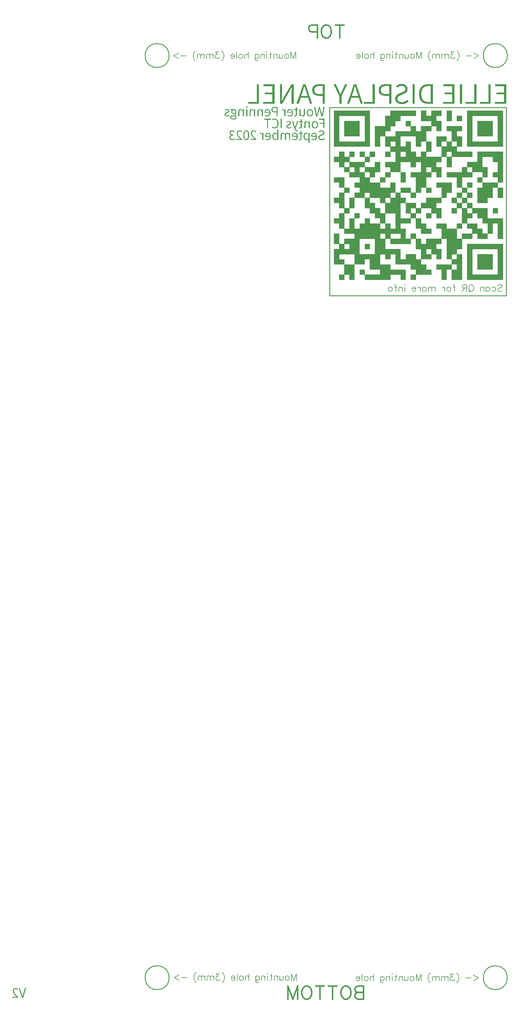
<source format=gbo>
G04 Layer: BottomSilkscreenLayer*
G04 EasyEDA v6.5.34, 2023-09-21 20:05:10*
G04 25a6d9880ab04e118feb333d8ddcd0f2,9bdec9015a8d4a8fb4e1132389f24c00,10*
G04 Gerber Generator version 0.2*
G04 Scale: 100 percent, Rotated: No, Reflected: No *
G04 Dimensions in millimeters *
G04 leading zeros omitted , absolute positions ,4 integer and 5 decimal *
%FSLAX45Y45*%
%MOMM*%

%ADD10C,0.2032*%
%ADD11C,0.4000*%
%ADD12C,0.2540*%

%LPD*%
G36*
X14165275Y26869948D02*
G01*
X14165275Y26713383D01*
X15073376Y26713383D01*
X15073376Y25961797D01*
X14321840Y25961797D01*
X14321840Y26713383D01*
X14165275Y26713383D01*
X14165275Y25805231D01*
X15229992Y25805231D01*
X15229992Y26869948D01*
G37*
G36*
X13559840Y26869948D02*
G01*
X13559840Y26561999D01*
X13716406Y26561999D01*
X13716406Y26869948D01*
G37*
G36*
X11894921Y26869948D02*
G01*
X11894921Y26718615D01*
X11743537Y26718615D01*
X11743537Y26415898D01*
X11440820Y26415898D01*
X11440820Y25805231D01*
X11597386Y25805231D01*
X11597386Y26107948D01*
X12651689Y26107948D01*
X12651689Y25805231D01*
X12808254Y25805231D01*
X12808254Y25956564D01*
X12954406Y25956564D01*
X12954406Y25659080D01*
X12803022Y25659080D01*
X12803022Y25507746D01*
X12656921Y25507746D01*
X12656921Y25659080D01*
X12505537Y25659080D01*
X12505537Y25961797D01*
X12348972Y25961797D01*
X12348972Y25810464D01*
X12202820Y25810464D01*
X12202820Y26107948D01*
X11743537Y26107948D01*
X11743537Y25956564D01*
X12046254Y25956564D01*
X12046254Y25810464D01*
X11900103Y25810464D01*
X11900103Y25956564D01*
X11743537Y25956564D01*
X11743537Y25805231D01*
X11894921Y25805231D01*
X11894921Y25659080D01*
X11743537Y25659080D01*
X11743537Y25502514D01*
X11900103Y25502514D01*
X11900103Y25653847D01*
X12348972Y25653847D01*
X12348972Y25507746D01*
X12202820Y25507746D01*
X12202820Y25653847D01*
X12046254Y25653847D01*
X12046254Y25356362D01*
X11743537Y25356362D01*
X11743537Y25199797D01*
X11894921Y25199797D01*
X11894921Y25053645D01*
X11743537Y25053645D01*
X11743537Y24902312D01*
X11592204Y24902312D01*
X11592204Y24750979D01*
X11294719Y24750979D01*
X11294719Y24897080D01*
X11446052Y24897080D01*
X11446052Y25048464D01*
X11597386Y25048464D01*
X11597386Y25356362D01*
X11440820Y25356362D01*
X11440820Y25205029D01*
X11143335Y25205029D01*
X11143335Y25351181D01*
X11294719Y25351181D01*
X11294719Y25502514D01*
X11446052Y25502514D01*
X11446052Y25659080D01*
X11289487Y25659080D01*
X11289487Y25507746D01*
X11143335Y25507746D01*
X11143335Y25659080D01*
X10986770Y25659080D01*
X10986770Y25502514D01*
X11138103Y25502514D01*
X11138103Y25356362D01*
X10689285Y25356362D01*
X10689285Y25502514D01*
X10840618Y25502514D01*
X10840618Y25659080D01*
X10684052Y25659080D01*
X10684052Y25507746D01*
X10537901Y25507746D01*
X10537901Y25659080D01*
X10381335Y25659080D01*
X10381335Y25507746D01*
X10230002Y25507746D01*
X10230002Y25351181D01*
X10684052Y25351181D01*
X10684052Y25205029D01*
X10537901Y25205029D01*
X10537901Y25351181D01*
X10381335Y25351181D01*
X10381335Y25199797D01*
X11138103Y25199797D01*
X11138103Y25053645D01*
X10992002Y25053645D01*
X10992002Y25199797D01*
X10835386Y25199797D01*
X10835386Y25053645D01*
X10689285Y25053645D01*
X10689285Y25199797D01*
X10532668Y25199797D01*
X10532668Y25048464D01*
X11289487Y25048464D01*
X11289487Y24902312D01*
X11143335Y24902312D01*
X11143335Y25048464D01*
X10684052Y25048464D01*
X10684052Y24897080D01*
X10986770Y24897080D01*
X10986770Y24750979D01*
X10835386Y24750979D01*
X10835386Y24599595D01*
X11597386Y24599595D01*
X11597386Y24745746D01*
X11748770Y24745746D01*
X11748770Y24897080D01*
X11900103Y24897080D01*
X11900103Y25048464D01*
X12197638Y25048464D01*
X12197638Y24745746D01*
X12354204Y24745746D01*
X12354204Y25053645D01*
X12202820Y25053645D01*
X12202820Y25351181D01*
X12500356Y25351181D01*
X12500356Y25199797D01*
X12656921Y25199797D01*
X12656921Y25351181D01*
X12803022Y25351181D01*
X12803022Y25199797D01*
X13105739Y25199797D01*
X13105739Y25053645D01*
X12959638Y25053645D01*
X12959638Y25199797D01*
X12803022Y25199797D01*
X12803022Y25053645D01*
X12500356Y25053645D01*
X12500356Y24897080D01*
X12651689Y24897080D01*
X12651689Y24448262D01*
X12505537Y24448262D01*
X12505537Y24599595D01*
X12197638Y24599595D01*
X12197638Y24448262D01*
X12051487Y24448262D01*
X12051487Y24750979D01*
X11894921Y24750979D01*
X11894921Y24599595D01*
X10835386Y24599595D01*
X10835386Y24594362D01*
X10986770Y24594362D01*
X10986770Y24448262D01*
X10835386Y24448262D01*
X10835386Y24443029D01*
X12046254Y24443029D01*
X12046254Y24296878D01*
X11900103Y24296878D01*
X11900103Y24443029D01*
X11289487Y24443029D01*
X11289487Y24296878D01*
X11143335Y24296878D01*
X11143335Y24443029D01*
X10835386Y24443029D01*
X10835386Y24296878D01*
X10684052Y24296878D01*
X10684052Y23994160D01*
X10537901Y23994160D01*
X10537901Y24443029D01*
X10689285Y24443029D01*
X10689285Y24599595D01*
X10537901Y24599595D01*
X10537901Y24902312D01*
X10230002Y24902312D01*
X10230002Y24745746D01*
X10381335Y24745746D01*
X10381335Y24594362D01*
X10532668Y24594362D01*
X10532668Y24448262D01*
X10381335Y24448262D01*
X10381335Y24296878D01*
X10230002Y24296878D01*
X10230002Y24140312D01*
X10381335Y24140312D01*
X10381335Y23988928D01*
X10532668Y23988928D01*
X10532668Y23842827D01*
X10381335Y23842827D01*
X10381335Y23691443D01*
X10230002Y23691443D01*
X10230002Y23534878D01*
X10381335Y23534878D01*
X10381335Y23388726D01*
X10537901Y23388726D01*
X10537901Y23837595D01*
X10689285Y23837595D01*
X10689285Y23988928D01*
X10840618Y23988928D01*
X10840618Y24291645D01*
X11894921Y24291645D01*
X11894921Y24145544D01*
X11748770Y24145544D01*
X11748770Y24291645D01*
X11592204Y24291645D01*
X11592204Y24140312D01*
X12348972Y24140312D01*
X12348972Y23988928D01*
X12651689Y23988928D01*
X12651689Y23842827D01*
X12505537Y23842827D01*
X12505537Y23988928D01*
X12348972Y23988928D01*
X12348972Y23837595D01*
X12500356Y23837595D01*
X12500356Y23691443D01*
X12202820Y23691443D01*
X12202820Y24140312D01*
X11743537Y24140312D01*
X11743537Y23842827D01*
X11597386Y23842827D01*
X11597386Y23994160D01*
X11446052Y23994160D01*
X11446052Y24145544D01*
X11294719Y24145544D01*
X11294719Y24291645D01*
X11138103Y24291645D01*
X11138103Y23988928D01*
X11289487Y23988928D01*
X11289487Y23837595D01*
X12046254Y23837595D01*
X12046254Y23388726D01*
X11900103Y23388726D01*
X11900103Y23540110D01*
X11748770Y23540110D01*
X11748770Y23837595D01*
X11440820Y23837595D01*
X11440820Y23686262D01*
X11592204Y23686262D01*
X11592204Y23540110D01*
X11294719Y23540110D01*
X11294719Y23691443D01*
X11138103Y23691443D01*
X11138103Y23540110D01*
X10986770Y23540110D01*
X10986770Y23534878D01*
X11743537Y23534878D01*
X11743537Y23388726D01*
X11597386Y23388726D01*
X11597386Y23534878D01*
X10986770Y23534878D01*
X10986770Y23388726D01*
X10840618Y23388726D01*
X10840618Y23686262D01*
X10992002Y23686262D01*
X10992002Y23842827D01*
X10835386Y23842827D01*
X10835386Y23691443D01*
X10684052Y23691443D01*
X10684052Y23388726D01*
X10381335Y23388726D01*
X10381335Y23383544D01*
X10532668Y23383544D01*
X10532668Y23232160D01*
X12197638Y23232160D01*
X12197638Y23086009D01*
X11900103Y23086009D01*
X11900103Y23232160D01*
X11743537Y23232160D01*
X11743537Y23086009D01*
X11597386Y23086009D01*
X11597386Y23232160D01*
X10835386Y23232160D01*
X10835386Y23086009D01*
X10532668Y23086009D01*
X10532668Y23080827D01*
X11894921Y23080827D01*
X11894921Y22929443D01*
X12505537Y22929443D01*
X12505537Y23080827D01*
X12651689Y23080827D01*
X12651689Y22778110D01*
X13105739Y22778110D01*
X13105739Y22631958D01*
X12959638Y22631958D01*
X12959638Y22778110D01*
X12803022Y22778110D01*
X12803022Y22480625D01*
X12656921Y22480625D01*
X12656921Y22631958D01*
X12348972Y22631958D01*
X12348972Y22480625D01*
X12202820Y22480625D01*
X12202820Y22783292D01*
X11748770Y22783292D01*
X11748770Y23080827D01*
X11440820Y23080827D01*
X11440820Y22631958D01*
X10992002Y22631958D01*
X10992002Y23080827D01*
X10532668Y23080827D01*
X10532668Y22934676D01*
X10386568Y22934676D01*
X10386568Y23237393D01*
X10230002Y23237393D01*
X10230002Y22929443D01*
X10684052Y22929443D01*
X10684052Y22783292D01*
X10537901Y22783292D01*
X10537901Y22929443D01*
X10381335Y22929443D01*
X10381335Y22783292D01*
X10230002Y22783292D01*
X10230002Y22626726D01*
X10835386Y22626726D01*
X10835386Y22329241D01*
X10537901Y22329241D01*
X10537901Y22480625D01*
X10386568Y22480625D01*
X10386568Y22626726D01*
X10230002Y22626726D01*
X10230002Y22324009D01*
X10532668Y22324009D01*
X10532668Y22026524D01*
X10381335Y22026524D01*
X10381335Y21869958D01*
X10537901Y21869958D01*
X10537901Y22021292D01*
X10684052Y22021292D01*
X10684052Y21869958D01*
X10840618Y21869958D01*
X10840618Y22324009D01*
X11143335Y22324009D01*
X11143335Y22475393D01*
X11289487Y22475393D01*
X11289487Y22172676D01*
X11592204Y22172676D01*
X11592204Y22026524D01*
X11143335Y22026524D01*
X11143335Y22177908D01*
X10986770Y22177908D01*
X10986770Y22021292D01*
X11138103Y22021292D01*
X11138103Y21869958D01*
X11900103Y21869958D01*
X11900103Y22021292D01*
X12197638Y22021292D01*
X12197638Y21869958D01*
X12354204Y21869958D01*
X12354204Y22177908D01*
X11900103Y22177908D01*
X11900103Y22329241D01*
X11597386Y22329241D01*
X11597386Y22626726D01*
X11743537Y22626726D01*
X11743537Y22475393D01*
X11900103Y22475393D01*
X11900103Y22626726D01*
X12046254Y22626726D01*
X12046254Y22324009D01*
X12500356Y22324009D01*
X12500356Y22172676D01*
X12651689Y22172676D01*
X12651689Y22026524D01*
X12500356Y22026524D01*
X12500356Y21869958D01*
X12656921Y21869958D01*
X12656921Y22021292D01*
X13110972Y22021292D01*
X13110972Y22177908D01*
X12959638Y22177908D01*
X12959638Y22329241D01*
X12808254Y22329241D01*
X12808254Y22475393D01*
X13110972Y22475393D01*
X13110972Y22626726D01*
X13257123Y22626726D01*
X13257123Y22475393D01*
X13413689Y22475393D01*
X13413689Y22783292D01*
X13262356Y22783292D01*
X13262356Y22929443D01*
X13413689Y22929443D01*
X13413689Y23080827D01*
X13559840Y23080827D01*
X13559840Y22626726D01*
X13862557Y22626726D01*
X13862557Y22480625D01*
X13716406Y22480625D01*
X13716406Y22626726D01*
X13559840Y22626726D01*
X13559840Y22475393D01*
X13711174Y22475393D01*
X13711174Y22329241D01*
X13257123Y22329241D01*
X13257123Y22324009D01*
X13862557Y22324009D01*
X13862557Y22177908D01*
X13716406Y22177908D01*
X13716406Y22324009D01*
X13257123Y22324009D01*
X13257123Y22172676D01*
X13408456Y22172676D01*
X13408456Y21869958D01*
X13565022Y21869958D01*
X13565022Y22172676D01*
X13711174Y22172676D01*
X13711174Y21869958D01*
X14019123Y21869958D01*
X14019123Y22631958D01*
X13867739Y22631958D01*
X13867739Y22778110D01*
X14019123Y22778110D01*
X14019123Y23080827D01*
X14321840Y23080827D01*
X14321840Y23232160D01*
X14467941Y23232160D01*
X14467941Y23080827D01*
X14775891Y23080827D01*
X14775891Y23232160D01*
X14927275Y23232160D01*
X14927275Y23534878D01*
X15073376Y23534878D01*
X15073376Y23080827D01*
X15229992Y23080827D01*
X15229992Y23691443D01*
X14775891Y23691443D01*
X14775891Y23994160D01*
X14321840Y23994160D01*
X14321840Y24145544D01*
X14170456Y24145544D01*
X14170456Y24291645D01*
X14321840Y24291645D01*
X14321840Y24448262D01*
X14170456Y24448262D01*
X14170456Y24594362D01*
X14321840Y24594362D01*
X14321840Y24750979D01*
X14165275Y24750979D01*
X14165275Y24599595D01*
X14019123Y24599595D01*
X14019123Y24897080D01*
X14321840Y24897080D01*
X14321840Y25048464D01*
X14619325Y25048464D01*
X14619325Y24902312D01*
X14467941Y24902312D01*
X14467941Y24745746D01*
X14619325Y24745746D01*
X14619325Y24599595D01*
X14467941Y24599595D01*
X14467941Y24140312D01*
X14775891Y24140312D01*
X14775891Y24291645D01*
X14927275Y24291645D01*
X14927275Y24594362D01*
X15073376Y24594362D01*
X15073376Y24291645D01*
X15229992Y24291645D01*
X15229992Y24599595D01*
X15078608Y24599595D01*
X15078608Y24745746D01*
X15229992Y24745746D01*
X15229992Y25659080D01*
X14467941Y25659080D01*
X14467941Y25502514D01*
X14922042Y25502514D01*
X14922042Y25351181D01*
X15073376Y25351181D01*
X15073376Y25053645D01*
X14922042Y25053645D01*
X14922042Y24897080D01*
X15073376Y24897080D01*
X15073376Y24750979D01*
X14624557Y24750979D01*
X14624557Y24897080D01*
X14775891Y24897080D01*
X14775891Y25205029D01*
X14624557Y25205029D01*
X14624557Y25502514D01*
X14467941Y25502514D01*
X14467941Y25356362D01*
X14165275Y25356362D01*
X14165275Y25205029D01*
X14013891Y25205029D01*
X14013891Y25199797D01*
X14316608Y25199797D01*
X14316608Y25053645D01*
X14170456Y25053645D01*
X14170456Y25199797D01*
X14013891Y25199797D01*
X14013891Y25053645D01*
X13559840Y25053645D01*
X13559840Y24897080D01*
X13862557Y24897080D01*
X13862557Y24594362D01*
X14013891Y24594362D01*
X14013891Y24448262D01*
X13862557Y24448262D01*
X13862557Y24443029D01*
X14165275Y24443029D01*
X14165275Y24296878D01*
X14019123Y24296878D01*
X14019123Y24443029D01*
X13862557Y24443029D01*
X13862557Y24296878D01*
X13711174Y24296878D01*
X13711174Y24291645D01*
X14013891Y24291645D01*
X14013891Y24145544D01*
X13867739Y24145544D01*
X13867739Y24291645D01*
X13711174Y24291645D01*
X13711174Y24140312D01*
X14165275Y24140312D01*
X14165275Y23994160D01*
X14019123Y23994160D01*
X14019123Y24140312D01*
X13862557Y24140312D01*
X13862557Y23994160D01*
X13711174Y23994160D01*
X13711174Y23837595D01*
X13867739Y23837595D01*
X13867739Y23988928D01*
X14316608Y23988928D01*
X14316608Y23842827D01*
X14170456Y23842827D01*
X14170456Y23988928D01*
X14013891Y23988928D01*
X14013891Y23540110D01*
X14170456Y23540110D01*
X14170456Y23686262D01*
X14321840Y23686262D01*
X14321840Y23837595D01*
X14467941Y23837595D01*
X14467941Y23686262D01*
X14619325Y23686262D01*
X14619325Y23534878D01*
X14770658Y23534878D01*
X14770658Y23237393D01*
X14624557Y23237393D01*
X14624557Y23388726D01*
X14473174Y23388726D01*
X14473174Y23540110D01*
X13862557Y23540110D01*
X13862557Y23388726D01*
X13565022Y23388726D01*
X13565022Y23540110D01*
X13257123Y23540110D01*
X13257123Y23383544D01*
X13408456Y23383544D01*
X13408456Y23086009D01*
X13867739Y23086009D01*
X13867739Y23383544D01*
X14019123Y23383544D01*
X14019123Y23534878D01*
X14165275Y23534878D01*
X14165275Y23383544D01*
X14316608Y23383544D01*
X14316608Y23237393D01*
X14013891Y23237393D01*
X14013891Y23086009D01*
X12954406Y23086009D01*
X12954406Y22934676D01*
X12808254Y22934676D01*
X12808254Y23086009D01*
X12656921Y23086009D01*
X12656921Y23237393D01*
X12500356Y23237393D01*
X12500356Y23086009D01*
X12354204Y23086009D01*
X12354204Y23388726D01*
X12202820Y23388726D01*
X12202820Y23534878D01*
X12505537Y23534878D01*
X12505537Y23686262D01*
X12651689Y23686262D01*
X12651689Y23383544D01*
X12803022Y23383544D01*
X12803022Y23232160D01*
X13110972Y23232160D01*
X13110972Y23388726D01*
X12959638Y23388726D01*
X12959638Y23540110D01*
X12808254Y23540110D01*
X12808254Y23691443D01*
X12656921Y23691443D01*
X12656921Y23837595D01*
X12808254Y23837595D01*
X12808254Y23988928D01*
X13105739Y23988928D01*
X13105739Y23842827D01*
X12954406Y23842827D01*
X12954406Y23686262D01*
X13110972Y23686262D01*
X13110972Y23837595D01*
X13257123Y23837595D01*
X13257123Y23686262D01*
X13413689Y23686262D01*
X13413689Y23994160D01*
X13262356Y23994160D01*
X13262356Y24140312D01*
X13413689Y24140312D01*
X13413689Y24291645D01*
X13565022Y24291645D01*
X13565022Y24443029D01*
X13716406Y24443029D01*
X13716406Y24750979D01*
X13257123Y24750979D01*
X13257123Y24594362D01*
X13408456Y24594362D01*
X13408456Y24296878D01*
X12954406Y24296878D01*
X12954406Y24145544D01*
X12803022Y24145544D01*
X12803022Y23994160D01*
X12656921Y23994160D01*
X12656921Y24145544D01*
X12354204Y24145544D01*
X12354204Y24296878D01*
X12202820Y24296878D01*
X12202820Y24443029D01*
X12500356Y24443029D01*
X12500356Y24291645D01*
X12656921Y24291645D01*
X12656921Y24443029D01*
X12808254Y24443029D01*
X12808254Y24594362D01*
X12954406Y24594362D01*
X12954406Y24443029D01*
X13110972Y24443029D01*
X13110972Y24599595D01*
X12959638Y24599595D01*
X12959638Y24897080D01*
X13110972Y24897080D01*
X13110972Y25048464D01*
X13257123Y25048464D01*
X13257123Y24897080D01*
X13413689Y24897080D01*
X13413689Y25205029D01*
X13262356Y25205029D01*
X13262356Y25351181D01*
X13413689Y25351181D01*
X13413689Y25502514D01*
X13559840Y25502514D01*
X13559840Y25199797D01*
X13716406Y25199797D01*
X13716406Y25502514D01*
X14321840Y25502514D01*
X14321840Y25659080D01*
X13867739Y25659080D01*
X13867739Y25805231D01*
X14019123Y25805231D01*
X14019123Y26113181D01*
X13867739Y26113181D01*
X13867739Y26259282D01*
X14019123Y26259282D01*
X14019123Y26415898D01*
X13559840Y26415898D01*
X13559840Y26259282D01*
X13711174Y26259282D01*
X13711174Y25961797D01*
X13565022Y25961797D01*
X13565022Y26113181D01*
X13257123Y26113181D01*
X13257123Y25956564D01*
X13862557Y25956564D01*
X13862557Y25810464D01*
X13716406Y25810464D01*
X13716406Y25956564D01*
X13559840Y25956564D01*
X13559840Y25810464D01*
X13413689Y25810464D01*
X13413689Y25956564D01*
X13257123Y25956564D01*
X13257123Y25805231D01*
X13408456Y25805231D01*
X13408456Y25653847D01*
X13711174Y25653847D01*
X13711174Y25507746D01*
X13565022Y25507746D01*
X13565022Y25653847D01*
X13408456Y25653847D01*
X13408456Y25507746D01*
X12959638Y25507746D01*
X12959638Y25653847D01*
X13110972Y25653847D01*
X13110972Y25961797D01*
X12959638Y25961797D01*
X12959638Y26259282D01*
X13110972Y26259282D01*
X13110972Y26410665D01*
X13257123Y26410665D01*
X13257123Y26259282D01*
X13413689Y26259282D01*
X13413689Y26567231D01*
X13262356Y26567231D01*
X13262356Y26713383D01*
X13413689Y26713383D01*
X13413689Y26869948D01*
X13105739Y26869948D01*
X13105739Y26718615D01*
X12959638Y26718615D01*
X12959638Y26869948D01*
X12803022Y26869948D01*
X12803022Y26561999D01*
X13105739Y26561999D01*
X13105739Y26415898D01*
X12803022Y26415898D01*
X12803022Y26264514D01*
X12656921Y26264514D01*
X12656921Y26415898D01*
X12505537Y26415898D01*
X12505537Y26567231D01*
X12348972Y26567231D01*
X12348972Y26410665D01*
X12500356Y26410665D01*
X12500356Y26264514D01*
X12046254Y26264514D01*
X12046254Y26113181D01*
X11748770Y26113181D01*
X11748770Y26259282D01*
X11900103Y26259282D01*
X11900103Y26410665D01*
X12051487Y26410665D01*
X12051487Y26561999D01*
X12202820Y26561999D01*
X12202820Y26713383D01*
X12656921Y26713383D01*
X12656921Y26869948D01*
G37*
G36*
X10230002Y26869948D02*
G01*
X10230002Y26713383D01*
X11138103Y26713383D01*
X11138103Y25961797D01*
X10386568Y25961797D01*
X10386568Y26713383D01*
X10230002Y26713383D01*
X10230002Y25805231D01*
X11294719Y25805231D01*
X11294719Y26869948D01*
G37*
G36*
X13862557Y26718615D02*
G01*
X13862557Y26561999D01*
X14019123Y26561999D01*
X14019123Y26718615D01*
G37*
G36*
X14467941Y26567231D02*
G01*
X14467941Y26107948D01*
X14927275Y26107948D01*
X14927275Y26567231D01*
G37*
G36*
X10532668Y26567231D02*
G01*
X10532668Y26107948D01*
X10992002Y26107948D01*
X10992002Y26567231D01*
G37*
G36*
X14922042Y23994160D02*
G01*
X14922042Y23837595D01*
X15078608Y23837595D01*
X15078608Y23994160D01*
G37*
G36*
X14165275Y22934676D02*
G01*
X14165275Y22778110D01*
X15073376Y22778110D01*
X15073376Y22026524D01*
X14321840Y22026524D01*
X14321840Y22778110D01*
X14165275Y22778110D01*
X14165275Y21869958D01*
X15229992Y21869958D01*
X15229992Y22934676D01*
G37*
G36*
X11138103Y22934676D02*
G01*
X11138103Y22778110D01*
X11294719Y22778110D01*
X11294719Y22934676D01*
G37*
G36*
X14467941Y22631958D02*
G01*
X14467941Y22172676D01*
X14927275Y22172676D01*
X14927275Y22631958D01*
G37*
G36*
X12229134Y27661463D02*
G01*
X12216282Y27661158D01*
X12203633Y27660142D01*
X12191288Y27658517D01*
X12179249Y27656332D01*
X12167463Y27653488D01*
X12156033Y27650135D01*
X12144857Y27646223D01*
X12134088Y27641753D01*
X12123623Y27636876D01*
X12113564Y27631440D01*
X12103862Y27625649D01*
X12094565Y27619401D01*
X12085675Y27612746D01*
X12077192Y27605685D01*
X12069114Y27598319D01*
X12061494Y27590648D01*
X12096038Y27548992D01*
X12105081Y27557171D01*
X12114428Y27564791D01*
X12124080Y27571852D01*
X12134138Y27578253D01*
X12144502Y27584044D01*
X12149836Y27586736D01*
X12160808Y27591512D01*
X12172188Y27595576D01*
X12184024Y27598877D01*
X12196318Y27601367D01*
X12209068Y27603094D01*
X12215622Y27603653D01*
X12229134Y27604110D01*
X12236196Y27603958D01*
X12249861Y27602942D01*
X12256363Y27602078D01*
X12268860Y27599538D01*
X12274804Y27597963D01*
X12280493Y27596134D01*
X12286030Y27594052D01*
X12291314Y27591765D01*
X12301169Y27586533D01*
X12305741Y27583536D01*
X12310059Y27580386D01*
X12314123Y27577034D01*
X12317933Y27573477D01*
X12321489Y27569668D01*
X12324740Y27565705D01*
X12327737Y27561539D01*
X12330430Y27557171D01*
X12332817Y27552650D01*
X12334951Y27547925D01*
X12336729Y27542998D01*
X12338202Y27537968D01*
X12339370Y27532685D01*
X12340234Y27527250D01*
X12340742Y27521712D01*
X12340894Y27515921D01*
X12340640Y27508758D01*
X12339878Y27501900D01*
X12338608Y27495449D01*
X12336881Y27489302D01*
X12334697Y27483511D01*
X12332106Y27478024D01*
X12329160Y27472843D01*
X12325858Y27467915D01*
X12322200Y27463292D01*
X12318238Y27458924D01*
X12313970Y27454758D01*
X12309500Y27450846D01*
X12299797Y27443633D01*
X12294717Y27440280D01*
X12284049Y27434133D01*
X12272975Y27428444D01*
X12261697Y27423211D01*
X12244882Y27415845D01*
X12161316Y27380590D01*
X12145111Y27373021D01*
X12134646Y27367687D01*
X12124537Y27362099D01*
X12114784Y27356206D01*
X12105436Y27349907D01*
X12096597Y27343252D01*
X12088215Y27336140D01*
X12080443Y27328571D01*
X12073229Y27320494D01*
X12066625Y27311858D01*
X12060732Y27302663D01*
X12055551Y27292858D01*
X12051080Y27282394D01*
X12047474Y27271218D01*
X12045950Y27265376D01*
X12043613Y27253082D01*
X12042190Y27240026D01*
X12041682Y27226158D01*
X12042089Y27214931D01*
X12043257Y27203958D01*
X12045137Y27193239D01*
X12047778Y27182775D01*
X12051182Y27172615D01*
X12055246Y27162760D01*
X12060072Y27153260D01*
X12065508Y27144116D01*
X12071654Y27135378D01*
X12078462Y27126996D01*
X12085929Y27119072D01*
X12094006Y27111604D01*
X12102744Y27104543D01*
X12112040Y27098040D01*
X12121946Y27092046D01*
X12132411Y27086560D01*
X12143486Y27081632D01*
X12155068Y27077314D01*
X12167209Y27073606D01*
X12179858Y27070507D01*
X12193016Y27068068D01*
X12206732Y27066290D01*
X12220854Y27065224D01*
X12228118Y27064919D01*
X12242292Y27064919D01*
X12255652Y27065528D01*
X12268809Y27066697D01*
X12281662Y27068475D01*
X12294260Y27070812D01*
X12306604Y27073707D01*
X12318644Y27077162D01*
X12330430Y27081073D01*
X12341910Y27085544D01*
X12353086Y27090471D01*
X12364008Y27095907D01*
X12374575Y27101850D01*
X12384836Y27108200D01*
X12394742Y27115008D01*
X12404394Y27122221D01*
X12413691Y27129841D01*
X12422632Y27137918D01*
X12431217Y27146351D01*
X12435382Y27150720D01*
X12396012Y27195424D01*
X12386868Y27186077D01*
X12377166Y27177288D01*
X12367056Y27169008D01*
X12356541Y27161337D01*
X12345619Y27154276D01*
X12334341Y27147824D01*
X12322708Y27142084D01*
X12310821Y27136953D01*
X12298629Y27132584D01*
X12286183Y27128927D01*
X12273584Y27126031D01*
X12260783Y27123948D01*
X12247829Y27122678D01*
X12234722Y27122221D01*
X12220346Y27122729D01*
X12213437Y27123288D01*
X12200128Y27125117D01*
X12193778Y27126336D01*
X12181687Y27129435D01*
X12170460Y27133346D01*
X12160046Y27138071D01*
X12150496Y27143506D01*
X12146026Y27146554D01*
X12137847Y27153057D01*
X12130582Y27160270D01*
X12124283Y27168144D01*
X12119000Y27176628D01*
X12116714Y27181098D01*
X12114682Y27185670D01*
X12111431Y27195272D01*
X12110212Y27200301D01*
X12109246Y27205432D01*
X12108535Y27210715D01*
X12108129Y27216049D01*
X12107976Y27221586D01*
X12108129Y27228088D01*
X12108637Y27234235D01*
X12109450Y27240128D01*
X12110516Y27245767D01*
X12111939Y27251101D01*
X12113615Y27256130D01*
X12115596Y27260956D01*
X12117832Y27265579D01*
X12120321Y27269897D01*
X12123064Y27274062D01*
X12129312Y27281784D01*
X12132767Y27285391D01*
X12140387Y27292147D01*
X12148769Y27298345D01*
X12157862Y27304136D01*
X12167666Y27309622D01*
X12178080Y27314855D01*
X12200432Y27325116D01*
X12298883Y27368804D01*
X12307976Y27373072D01*
X12317171Y27377745D01*
X12326264Y27382825D01*
X12335306Y27388312D01*
X12344095Y27394204D01*
X12352629Y27400656D01*
X12360859Y27407565D01*
X12368631Y27415032D01*
X12375896Y27423059D01*
X12382601Y27431644D01*
X12388697Y27440889D01*
X12394031Y27450796D01*
X12396419Y27456028D01*
X12400534Y27466950D01*
X12403734Y27478583D01*
X12404953Y27484730D01*
X12405918Y27491029D01*
X12406630Y27497532D01*
X12407036Y27504237D01*
X12407087Y27517039D01*
X12406172Y27528621D01*
X12404344Y27539899D01*
X12403124Y27545385D01*
X12399975Y27556155D01*
X12396063Y27566467D01*
X12391288Y27576373D01*
X12385802Y27585873D01*
X12379553Y27594915D01*
X12372543Y27603450D01*
X12364872Y27611527D01*
X12360808Y27615388D01*
X12352172Y27622652D01*
X12342876Y27629358D01*
X12333020Y27635504D01*
X12322606Y27641042D01*
X12311634Y27645969D01*
X12300153Y27650287D01*
X12288215Y27653894D01*
X12275769Y27656840D01*
X12262916Y27659126D01*
X12249708Y27660600D01*
X12236094Y27661412D01*
G37*
G36*
X14993670Y27651354D02*
G01*
X14993670Y27596236D01*
X15256814Y27596236D01*
X15256814Y27406498D01*
X15035326Y27406498D01*
X15035326Y27351329D01*
X15256814Y27351329D01*
X15256814Y27130095D01*
X14985034Y27130095D01*
X14985034Y27075028D01*
X15322092Y27075028D01*
X15322092Y27651354D01*
G37*
G36*
X14796820Y27651354D02*
G01*
X14796820Y27130095D01*
X14541804Y27130095D01*
X14541804Y27075028D01*
X14862098Y27075028D01*
X14862098Y27651354D01*
G37*
G36*
X14374926Y27651354D02*
G01*
X14374926Y27130095D01*
X14119656Y27130095D01*
X14119656Y27075028D01*
X14440204Y27075028D01*
X14440204Y27651354D01*
G37*
G36*
X13952778Y27651354D02*
G01*
X13952778Y27075028D01*
X14018056Y27075028D01*
X14018056Y27651354D01*
G37*
G36*
X13463828Y27651354D02*
G01*
X13463828Y27596236D01*
X13726718Y27596236D01*
X13726718Y27406498D01*
X13505484Y27406498D01*
X13505484Y27351329D01*
X13726718Y27351329D01*
X13726718Y27130095D01*
X13455192Y27130095D01*
X13455192Y27075028D01*
X13791996Y27075028D01*
X13791996Y27651354D01*
G37*
G36*
X13015010Y27651354D02*
G01*
X13001904Y27651151D01*
X12989052Y27650541D01*
X12976555Y27649576D01*
X12964414Y27648204D01*
X12952577Y27646477D01*
X12941046Y27644344D01*
X12929819Y27641854D01*
X12918948Y27639010D01*
X12908381Y27635758D01*
X12898170Y27632152D01*
X12888264Y27628189D01*
X12878663Y27623820D01*
X12869418Y27619147D01*
X12860528Y27614067D01*
X12851942Y27608682D01*
X12843662Y27602891D01*
X12835737Y27596795D01*
X12828117Y27590343D01*
X12820853Y27583536D01*
X12813893Y27576373D01*
X12807289Y27568855D01*
X12801041Y27561032D01*
X12795097Y27552903D01*
X12789509Y27544420D01*
X12784226Y27535581D01*
X12779298Y27526437D01*
X12774676Y27516937D01*
X12770408Y27507184D01*
X12766497Y27497074D01*
X12762941Y27486610D01*
X12759690Y27475891D01*
X12756743Y27464816D01*
X12754203Y27453488D01*
X12751968Y27441804D01*
X12750088Y27429866D01*
X12748514Y27417572D01*
X12747345Y27405025D01*
X12746482Y27392172D01*
X12745974Y27379015D01*
X12745770Y27365604D01*
X12812572Y27365604D01*
X12812776Y27379218D01*
X12813385Y27392477D01*
X12814401Y27405330D01*
X12815773Y27417826D01*
X12817551Y27429968D01*
X12819786Y27441702D01*
X12822377Y27453031D01*
X12825374Y27464003D01*
X12828778Y27474570D01*
X12832588Y27484679D01*
X12836804Y27494433D01*
X12841427Y27503780D01*
X12846456Y27512670D01*
X12851892Y27521204D01*
X12857784Y27529282D01*
X12864033Y27536902D01*
X12870688Y27544115D01*
X12877749Y27550872D01*
X12885267Y27557222D01*
X12893192Y27563114D01*
X12901472Y27568550D01*
X12910210Y27573579D01*
X12919405Y27578100D01*
X12928955Y27582164D01*
X12938963Y27585771D01*
X12949326Y27588921D01*
X12960197Y27591613D01*
X12971424Y27593798D01*
X12983057Y27595525D01*
X12995148Y27596744D01*
X13007695Y27597506D01*
X13020598Y27597760D01*
X13091464Y27597760D01*
X13091464Y27128571D01*
X13014096Y27128673D01*
X13001396Y27129181D01*
X12989052Y27130248D01*
X12977215Y27131772D01*
X12965734Y27133803D01*
X12954711Y27136394D01*
X12944094Y27139442D01*
X12933883Y27142948D01*
X12924129Y27146961D01*
X12914782Y27151482D01*
X12905790Y27156410D01*
X12897307Y27161845D01*
X12889179Y27167738D01*
X12881457Y27174088D01*
X12874193Y27180844D01*
X12867284Y27188058D01*
X12860832Y27195729D01*
X12854787Y27203806D01*
X12849148Y27212340D01*
X12843916Y27221230D01*
X12839090Y27230577D01*
X12834670Y27240331D01*
X12830657Y27250440D01*
X12827050Y27261007D01*
X12823799Y27271929D01*
X12821005Y27283206D01*
X12818618Y27294890D01*
X12816636Y27306930D01*
X12815011Y27319325D01*
X12813842Y27332127D01*
X12813030Y27345233D01*
X12812572Y27365604D01*
X12745770Y27365604D01*
X12745974Y27352142D01*
X12746482Y27338934D01*
X12747345Y27326031D01*
X12748514Y27313432D01*
X12750088Y27301088D01*
X12751968Y27289048D01*
X12754203Y27277263D01*
X12756743Y27265833D01*
X12759639Y27254657D01*
X12762890Y27243786D01*
X12766446Y27233219D01*
X12770358Y27222958D01*
X12774625Y27213001D01*
X12779197Y27203349D01*
X12784074Y27194052D01*
X12789357Y27185061D01*
X12794894Y27176374D01*
X12800787Y27168043D01*
X12807035Y27160067D01*
X12813588Y27152396D01*
X12820497Y27145030D01*
X12827711Y27138071D01*
X12835229Y27131416D01*
X12843103Y27125117D01*
X12851282Y27119173D01*
X12859816Y27113636D01*
X12868656Y27108403D01*
X12877800Y27103527D01*
X12887299Y27099056D01*
X12897104Y27094942D01*
X12907213Y27091182D01*
X12917627Y27087830D01*
X12928396Y27084832D01*
X12939471Y27082242D01*
X12950850Y27080057D01*
X12962534Y27078228D01*
X12974574Y27076857D01*
X12986867Y27075841D01*
X12999516Y27075231D01*
X13012470Y27075028D01*
X13156742Y27075028D01*
X13156742Y27651354D01*
G37*
G36*
X12553492Y27651354D02*
G01*
X12553492Y27075028D01*
X12618770Y27075028D01*
X12618770Y27651354D01*
G37*
G36*
X11766854Y27651354D02*
G01*
X11753138Y27651151D01*
X11739778Y27650643D01*
X11726773Y27649779D01*
X11714124Y27648560D01*
X11701881Y27646985D01*
X11690096Y27645004D01*
X11678666Y27642667D01*
X11667642Y27639873D01*
X11657076Y27636724D01*
X11646966Y27633117D01*
X11637314Y27629053D01*
X11628120Y27624582D01*
X11619382Y27619655D01*
X11611152Y27614270D01*
X11603380Y27608428D01*
X11596166Y27602078D01*
X11589410Y27595220D01*
X11583263Y27587854D01*
X11577574Y27580031D01*
X11572494Y27571649D01*
X11567972Y27562708D01*
X11563959Y27553259D01*
X11560606Y27543252D01*
X11557812Y27532634D01*
X11555577Y27521458D01*
X11554002Y27509724D01*
X11553088Y27497379D01*
X11552732Y27484476D01*
X11617248Y27484476D01*
X11617655Y27497024D01*
X11618874Y27508708D01*
X11620855Y27519528D01*
X11623700Y27529586D01*
X11625376Y27534311D01*
X11629390Y27543150D01*
X11631676Y27547265D01*
X11636908Y27554986D01*
X11639804Y27558593D01*
X11646204Y27565248D01*
X11653367Y27571242D01*
X11661343Y27576526D01*
X11670131Y27581199D01*
X11679682Y27585263D01*
X11690045Y27588718D01*
X11701170Y27591613D01*
X11713108Y27593950D01*
X11725859Y27595830D01*
X11739321Y27597150D01*
X11753646Y27598014D01*
X11768683Y27598420D01*
X11861342Y27598471D01*
X11861342Y27361540D01*
X11765432Y27361591D01*
X11750446Y27362150D01*
X11736273Y27363267D01*
X11722912Y27364994D01*
X11710365Y27367280D01*
X11698630Y27370176D01*
X11687657Y27373681D01*
X11677548Y27377796D01*
X11668201Y27382520D01*
X11659666Y27387854D01*
X11651945Y27393849D01*
X11648338Y27397100D01*
X11641785Y27404110D01*
X11638788Y27407819D01*
X11633403Y27415794D01*
X11631015Y27420011D01*
X11626799Y27429002D01*
X11623344Y27438705D01*
X11620703Y27449068D01*
X11618772Y27460143D01*
X11617655Y27471928D01*
X11617248Y27484476D01*
X11552732Y27484476D01*
X11553088Y27471877D01*
X11554002Y27459787D01*
X11555577Y27448154D01*
X11557762Y27437029D01*
X11560505Y27426361D01*
X11563858Y27416150D01*
X11567820Y27406447D01*
X11572290Y27397202D01*
X11577320Y27388413D01*
X11582908Y27380082D01*
X11589054Y27372259D01*
X11595658Y27364842D01*
X11602821Y27357933D01*
X11610492Y27351431D01*
X11618620Y27345436D01*
X11627205Y27339899D01*
X11636298Y27334768D01*
X11645798Y27330146D01*
X11655806Y27325929D01*
X11666220Y27322170D01*
X11677040Y27318919D01*
X11688318Y27316023D01*
X11699951Y27313636D01*
X11711990Y27311654D01*
X11724386Y27310130D01*
X11737187Y27309064D01*
X11750344Y27308403D01*
X11763806Y27308200D01*
X11861342Y27308200D01*
X11861342Y27075028D01*
X11926874Y27075028D01*
X11926874Y27651354D01*
G37*
G36*
X11368582Y27651354D02*
G01*
X11368582Y27130095D01*
X11113312Y27130095D01*
X11113312Y27075028D01*
X11433860Y27075028D01*
X11433860Y27651354D01*
G37*
G36*
X10816640Y27651354D02*
G01*
X10698979Y27308200D01*
X10762284Y27308200D01*
X10809986Y27456333D01*
X10828426Y27516683D01*
X10851946Y27596998D01*
X10855248Y27596998D01*
X10862310Y27571649D01*
X10876534Y27522424D01*
X10891113Y27474214D01*
X10906302Y27426056D01*
X10944148Y27308200D01*
X10698979Y27308200D01*
X10619028Y27075028D01*
X10688116Y27075028D01*
X10745774Y27256892D01*
X10960658Y27256892D01*
X11019586Y27075028D01*
X11085118Y27075028D01*
X10888268Y27651354D01*
G37*
G36*
X10216438Y27651354D02*
G01*
X10389666Y27301037D01*
X10389666Y27075028D01*
X10454436Y27075028D01*
X10454436Y27301037D01*
X10627664Y27651354D01*
X10558322Y27651354D01*
X10469575Y27459228D01*
X10441127Y27396694D01*
X10422940Y27358492D01*
X10419638Y27358492D01*
X10381030Y27440432D01*
X10366959Y27471776D01*
X10361472Y27484476D01*
X10283494Y27651354D01*
G37*
G36*
X9800132Y27651354D02*
G01*
X9786366Y27651151D01*
X9773005Y27650643D01*
X9759950Y27649779D01*
X9747300Y27648560D01*
X9735058Y27646985D01*
X9723221Y27645004D01*
X9711791Y27642667D01*
X9700768Y27639873D01*
X9690201Y27636724D01*
X9680041Y27633117D01*
X9670389Y27629053D01*
X9661194Y27624582D01*
X9652457Y27619655D01*
X9644176Y27614270D01*
X9636455Y27608428D01*
X9629190Y27602078D01*
X9622485Y27595220D01*
X9616287Y27587854D01*
X9610648Y27580031D01*
X9605518Y27571649D01*
X9600996Y27562708D01*
X9596983Y27553259D01*
X9593630Y27543252D01*
X9590836Y27532634D01*
X9588601Y27521458D01*
X9587026Y27509724D01*
X9586112Y27497379D01*
X9585756Y27484476D01*
X9650526Y27484476D01*
X9650933Y27497024D01*
X9652152Y27508708D01*
X9653016Y27514194D01*
X9655454Y27524659D01*
X9656927Y27529586D01*
X9658604Y27534311D01*
X9662617Y27543150D01*
X9667392Y27551227D01*
X9672980Y27558593D01*
X9679381Y27565248D01*
X9686544Y27571242D01*
X9694519Y27576526D01*
X9703257Y27581199D01*
X9712807Y27585263D01*
X9723120Y27588718D01*
X9734245Y27591613D01*
X9746183Y27593950D01*
X9758883Y27595830D01*
X9772396Y27597150D01*
X9786670Y27598014D01*
X9801707Y27598420D01*
X9894620Y27598471D01*
X9894620Y27361540D01*
X9798456Y27361591D01*
X9783470Y27362150D01*
X9769297Y27363267D01*
X9755936Y27364994D01*
X9743389Y27367280D01*
X9731705Y27370176D01*
X9720783Y27373681D01*
X9710674Y27377796D01*
X9701326Y27382520D01*
X9696958Y27385111D01*
X9688880Y27390801D01*
X9681514Y27397100D01*
X9678162Y27400503D01*
X9672015Y27407819D01*
X9666630Y27415794D01*
X9664242Y27420011D01*
X9660026Y27429002D01*
X9656622Y27438705D01*
X9653930Y27449068D01*
X9652050Y27460143D01*
X9650933Y27471928D01*
X9650526Y27484476D01*
X9585756Y27484476D01*
X9586112Y27471877D01*
X9587026Y27459787D01*
X9588601Y27448154D01*
X9590786Y27437029D01*
X9593529Y27426361D01*
X9596882Y27416150D01*
X9600844Y27406447D01*
X9605314Y27397202D01*
X9610344Y27388413D01*
X9615932Y27380082D01*
X9622078Y27372259D01*
X9628682Y27364842D01*
X9635845Y27357933D01*
X9643465Y27351431D01*
X9651644Y27345436D01*
X9660229Y27339899D01*
X9669322Y27334768D01*
X9678822Y27330146D01*
X9688830Y27325929D01*
X9699244Y27322170D01*
X9710064Y27318919D01*
X9721342Y27316023D01*
X9732975Y27313636D01*
X9745014Y27311654D01*
X9757410Y27310130D01*
X9770211Y27309064D01*
X9783368Y27308403D01*
X9796830Y27308200D01*
X9894620Y27308200D01*
X9894620Y27075028D01*
X9959898Y27075028D01*
X9959898Y27651354D01*
G37*
G36*
X9318802Y27651354D02*
G01*
X9201141Y27308200D01*
X9264700Y27308200D01*
X9296501Y27407768D01*
X9312249Y27456333D01*
X9321596Y27486508D01*
X9341561Y27553310D01*
X9354362Y27596998D01*
X9357410Y27596998D01*
X9377070Y27528520D01*
X9389821Y27486254D01*
X9410649Y27419960D01*
X9446564Y27308200D01*
X9201141Y27308200D01*
X9121190Y27075028D01*
X9190532Y27075028D01*
X9247936Y27256892D01*
X9463074Y27256892D01*
X9522002Y27075028D01*
X9587534Y27075028D01*
X9390684Y27651354D01*
G37*
G36*
X8633002Y27651354D02*
G01*
X8633002Y27075028D01*
X8700820Y27075028D01*
X8917228Y27448154D01*
X8980220Y27566213D01*
X8984284Y27566213D01*
X8978544Y27466899D01*
X8977426Y27441702D01*
X8976563Y27409952D01*
X8976410Y27390750D01*
X8976410Y27075028D01*
X9037878Y27075028D01*
X9037878Y27651354D01*
X8970822Y27651354D01*
X8752890Y27278228D01*
X8690660Y27160118D01*
X8686596Y27160118D01*
X8690508Y27216862D01*
X8693150Y27262226D01*
X8694267Y27288236D01*
X8695232Y27333295D01*
X8695232Y27651354D01*
G37*
G36*
X8144052Y27651354D02*
G01*
X8144052Y27596236D01*
X8407196Y27596236D01*
X8407196Y27406498D01*
X8185962Y27406498D01*
X8185962Y27351329D01*
X8407196Y27351329D01*
X8407196Y27130095D01*
X8135416Y27130095D01*
X8135416Y27075028D01*
X8472474Y27075028D01*
X8472474Y27651354D01*
G37*
G36*
X7947202Y27651354D02*
G01*
X7947202Y27130095D01*
X7692186Y27130095D01*
X7692186Y27075028D01*
X8012734Y27075028D01*
X8012734Y27651354D01*
G37*
G36*
X7651496Y26999387D02*
G01*
X7643012Y26997914D01*
X7636256Y26993646D01*
X7631785Y26987093D01*
X7630159Y26978559D01*
X7631785Y26969465D01*
X7636256Y26962608D01*
X7643012Y26958239D01*
X7651496Y26956715D01*
X7656169Y26957121D01*
X7660335Y26958239D01*
X7664043Y26960118D01*
X7667142Y26962608D01*
X7669682Y26965757D01*
X7671562Y26969465D01*
X7672679Y26973784D01*
X7673086Y26978559D01*
X7671562Y26987093D01*
X7667142Y26993646D01*
X7660335Y26997914D01*
G37*
G36*
X9644634Y26985671D02*
G01*
X9703308Y26706779D01*
X9740900Y26706779D01*
X9785350Y26880515D01*
X9799066Y26943761D01*
X9800590Y26943761D01*
X9805365Y26922526D01*
X9811512Y26896568D01*
X9815068Y26880515D01*
X9858502Y26706779D01*
X9895586Y26706779D01*
X9955784Y26985671D01*
X9923272Y26985671D01*
X9891268Y26824939D01*
X9875266Y26740307D01*
X9873742Y26740307D01*
X9861245Y26796949D01*
X9854742Y26824939D01*
X9814052Y26985671D01*
X9784588Y26985671D01*
X9744456Y26830477D01*
X9724136Y26740307D01*
X9722104Y26740307D01*
X9707930Y26819352D01*
X9674860Y26985671D01*
G37*
G36*
X8485378Y26985671D02*
G01*
X8472271Y26985366D01*
X8459876Y26984350D01*
X8448243Y26982623D01*
X8442706Y26981505D01*
X8437422Y26980184D01*
X8427415Y26976882D01*
X8422690Y26974952D01*
X8418271Y26972768D01*
X8414054Y26970380D01*
X8410041Y26967789D01*
X8406282Y26964944D01*
X8402777Y26961896D01*
X8399526Y26958544D01*
X8396528Y26954988D01*
X8393785Y26951228D01*
X8391347Y26947164D01*
X8389112Y26942846D01*
X8387181Y26938224D01*
X8385556Y26933398D01*
X8384184Y26928267D01*
X8383117Y26922882D01*
X8382355Y26917192D01*
X8381898Y26911198D01*
X8381746Y26904899D01*
X8412988Y26904899D01*
X8413191Y26910995D01*
X8413750Y26916634D01*
X8414766Y26921917D01*
X8416086Y26926743D01*
X8417864Y26931213D01*
X8419947Y26935328D01*
X8422487Y26939036D01*
X8425383Y26942440D01*
X8428685Y26945488D01*
X8432342Y26948180D01*
X8436406Y26950619D01*
X8440826Y26952702D01*
X8445652Y26954530D01*
X8450834Y26956054D01*
X8456371Y26957324D01*
X8462365Y26958340D01*
X8468664Y26959102D01*
X8482482Y26959915D01*
X8531098Y26960017D01*
X8531098Y26845463D01*
X8488426Y26845463D01*
X8480958Y26845615D01*
X8473897Y26846022D01*
X8467242Y26846682D01*
X8460994Y26847647D01*
X8455101Y26848917D01*
X8449614Y26850441D01*
X8444534Y26852270D01*
X8439810Y26854403D01*
X8435492Y26856842D01*
X8431580Y26859585D01*
X8428024Y26862633D01*
X8424824Y26865986D01*
X8422081Y26869694D01*
X8419642Y26873708D01*
X8417610Y26878076D01*
X8415934Y26882750D01*
X8414664Y26887779D01*
X8413750Y26893113D01*
X8413191Y26898853D01*
X8412988Y26904899D01*
X8381746Y26904899D01*
X8381898Y26898853D01*
X8382355Y26892961D01*
X8383117Y26887373D01*
X8384184Y26881937D01*
X8385505Y26876806D01*
X8387130Y26871879D01*
X8389010Y26867154D01*
X8391194Y26862684D01*
X8393633Y26858417D01*
X8396325Y26854403D01*
X8399322Y26850594D01*
X8402523Y26847038D01*
X8405977Y26843685D01*
X8409686Y26840535D01*
X8413597Y26837639D01*
X8417763Y26834947D01*
X8422132Y26832458D01*
X8426754Y26830223D01*
X8431580Y26828191D01*
X8436610Y26826362D01*
X8447328Y26823365D01*
X8452967Y26822196D01*
X8464804Y26820520D01*
X8477351Y26819707D01*
X8483854Y26819555D01*
X8531098Y26819555D01*
X8531098Y26706779D01*
X8562848Y26706779D01*
X8562848Y26985671D01*
G37*
G36*
X9102344Y26970685D02*
G01*
X9102344Y26912519D01*
X9045448Y26912519D01*
X9045448Y26886865D01*
X9102344Y26886865D01*
X9102344Y26767739D01*
X9102191Y26761694D01*
X9101683Y26756055D01*
X9100769Y26750822D01*
X9099448Y26746098D01*
X9097670Y26741882D01*
X9095435Y26738122D01*
X9092641Y26734922D01*
X9089339Y26732280D01*
X9085427Y26730147D01*
X9080906Y26728623D01*
X9075724Y26727708D01*
X9069832Y26727353D01*
X9063837Y26727810D01*
X9057640Y26729029D01*
X9051493Y26730807D01*
X9045956Y26732941D01*
X9039860Y26709573D01*
X9048800Y26706626D01*
X9058148Y26704137D01*
X9067495Y26702359D01*
X9076436Y26701699D01*
X9084157Y26702054D01*
X9091218Y26702969D01*
X9097619Y26704493D01*
X9103410Y26706576D01*
X9108592Y26709268D01*
X9113215Y26712418D01*
X9117330Y26716126D01*
X9120886Y26720342D01*
X9123934Y26724965D01*
X9126474Y26730096D01*
X9128607Y26735633D01*
X9130284Y26741577D01*
X9131554Y26747927D01*
X9132417Y26754632D01*
X9132925Y26761643D01*
X9133078Y26769009D01*
X9133078Y26886865D01*
X9164320Y26886865D01*
X9164320Y26910741D01*
X9132062Y26912519D01*
X9128252Y26970685D01*
G37*
G36*
X9518904Y26917853D02*
G01*
X9513570Y26917700D01*
X9508286Y26917294D01*
X9503054Y26916532D01*
X9497923Y26915465D01*
X9492843Y26914144D01*
X9487865Y26912519D01*
X9482988Y26910588D01*
X9478264Y26908404D01*
X9473641Y26905965D01*
X9469120Y26903222D01*
X9464802Y26900174D01*
X9460636Y26896872D01*
X9456623Y26893316D01*
X9452762Y26889506D01*
X9445701Y26881074D01*
X9442500Y26876451D01*
X9439503Y26871574D01*
X9436709Y26866494D01*
X9434220Y26861109D01*
X9431934Y26855521D01*
X9429953Y26849679D01*
X9428226Y26843583D01*
X9426803Y26837284D01*
X9425686Y26830680D01*
X9424822Y26823924D01*
X9424365Y26816913D01*
X9424162Y26809649D01*
X9456166Y26809649D01*
X9456369Y26816862D01*
X9456928Y26823822D01*
X9457893Y26830527D01*
X9459163Y26836928D01*
X9460788Y26843075D01*
X9462770Y26848917D01*
X9465056Y26854403D01*
X9467646Y26859636D01*
X9470542Y26864462D01*
X9473742Y26868983D01*
X9477197Y26873098D01*
X9480905Y26876857D01*
X9484918Y26880261D01*
X9489135Y26883207D01*
X9493554Y26885747D01*
X9498228Y26887881D01*
X9503105Y26889506D01*
X9508185Y26890726D01*
X9513468Y26891488D01*
X9518904Y26891691D01*
X9524390Y26891488D01*
X9529673Y26890726D01*
X9534753Y26889506D01*
X9539630Y26887881D01*
X9544304Y26885747D01*
X9548774Y26883207D01*
X9552990Y26880261D01*
X9556953Y26876857D01*
X9560610Y26873098D01*
X9564065Y26868983D01*
X9567214Y26864462D01*
X9570059Y26859636D01*
X9572650Y26854403D01*
X9574885Y26848917D01*
X9576866Y26843075D01*
X9578441Y26836928D01*
X9579711Y26830527D01*
X9580626Y26823822D01*
X9581184Y26816862D01*
X9581388Y26809649D01*
X9581184Y26802384D01*
X9580626Y26795425D01*
X9579711Y26788668D01*
X9578441Y26782217D01*
X9576866Y26776070D01*
X9574885Y26770228D01*
X9572650Y26764691D01*
X9570059Y26759509D01*
X9567214Y26754683D01*
X9564065Y26750162D01*
X9560610Y26746047D01*
X9556953Y26742339D01*
X9552990Y26738986D01*
X9548774Y26736039D01*
X9544304Y26733500D01*
X9539630Y26731417D01*
X9534753Y26729791D01*
X9529673Y26728572D01*
X9524390Y26727861D01*
X9518904Y26727607D01*
X9513468Y26727861D01*
X9508185Y26728572D01*
X9503105Y26729791D01*
X9498228Y26731417D01*
X9493554Y26733500D01*
X9489135Y26736039D01*
X9484918Y26738986D01*
X9480905Y26742339D01*
X9477197Y26746047D01*
X9473742Y26750162D01*
X9470542Y26754683D01*
X9467646Y26759509D01*
X9465056Y26764691D01*
X9462770Y26770228D01*
X9460788Y26776070D01*
X9459163Y26782217D01*
X9457893Y26788668D01*
X9456928Y26795425D01*
X9456369Y26802384D01*
X9456166Y26809649D01*
X9424162Y26809649D01*
X9424365Y26802486D01*
X9424822Y26795476D01*
X9425686Y26788719D01*
X9426803Y26782166D01*
X9428226Y26775867D01*
X9429953Y26769822D01*
X9431934Y26763980D01*
X9434220Y26758392D01*
X9436709Y26753058D01*
X9439503Y26747927D01*
X9442500Y26743101D01*
X9445701Y26738478D01*
X9449155Y26734160D01*
X9452762Y26730096D01*
X9456623Y26726235D01*
X9460636Y26722679D01*
X9469120Y26716380D01*
X9473641Y26713637D01*
X9478264Y26711148D01*
X9482988Y26708963D01*
X9487865Y26707084D01*
X9492843Y26705458D01*
X9497923Y26704137D01*
X9503054Y26703070D01*
X9508286Y26702308D01*
X9513570Y26701851D01*
X9518904Y26701699D01*
X9524288Y26701851D01*
X9529622Y26702308D01*
X9534906Y26703070D01*
X9540087Y26704137D01*
X9545167Y26705458D01*
X9550146Y26707084D01*
X9555022Y26708963D01*
X9559747Y26711148D01*
X9564370Y26713637D01*
X9568840Y26716380D01*
X9577324Y26722679D01*
X9581286Y26726235D01*
X9585096Y26730096D01*
X9588703Y26734160D01*
X9592106Y26738478D01*
X9595307Y26743101D01*
X9598304Y26747927D01*
X9601047Y26753058D01*
X9603536Y26758392D01*
X9605721Y26763980D01*
X9607702Y26769822D01*
X9609429Y26775867D01*
X9610801Y26782166D01*
X9611918Y26788719D01*
X9612731Y26795476D01*
X9613239Y26802486D01*
X9613392Y26809649D01*
X9613239Y26816913D01*
X9612731Y26823924D01*
X9611918Y26830680D01*
X9610801Y26837284D01*
X9609429Y26843583D01*
X9607702Y26849679D01*
X9605721Y26855521D01*
X9603536Y26861109D01*
X9601047Y26866494D01*
X9598304Y26871574D01*
X9595307Y26876451D01*
X9592106Y26881074D01*
X9588703Y26885392D01*
X9585096Y26889506D01*
X9581286Y26893316D01*
X9577324Y26896872D01*
X9573158Y26900174D01*
X9568840Y26903222D01*
X9564370Y26905965D01*
X9559747Y26908404D01*
X9555022Y26910588D01*
X9550146Y26912519D01*
X9545167Y26914144D01*
X9540087Y26915465D01*
X9534906Y26916532D01*
X9529622Y26917294D01*
X9524288Y26917700D01*
G37*
G36*
X8928100Y26917853D02*
G01*
X8921800Y26917700D01*
X8915755Y26917142D01*
X8909913Y26916176D01*
X8904274Y26914856D01*
X8898940Y26913230D01*
X8893810Y26911198D01*
X8888933Y26908810D01*
X8884310Y26906118D01*
X8879941Y26903070D01*
X8875826Y26899717D01*
X8871966Y26896009D01*
X8868359Y26891996D01*
X8865006Y26887677D01*
X8861958Y26883055D01*
X8859215Y26878127D01*
X8856675Y26872895D01*
X8854490Y26867408D01*
X8852509Y26861617D01*
X8850884Y26855572D01*
X8849512Y26849222D01*
X8848445Y26842618D01*
X8847683Y26835811D01*
X8847163Y26825651D01*
X8874506Y26825651D01*
X8874760Y26833677D01*
X8875420Y26841196D01*
X8876588Y26848155D01*
X8878112Y26854708D01*
X8880144Y26860703D01*
X8882532Y26866189D01*
X8885377Y26871218D01*
X8888628Y26875689D01*
X8892235Y26879651D01*
X8896248Y26883106D01*
X8900617Y26886052D01*
X8905392Y26888439D01*
X8910472Y26890319D01*
X8915958Y26891640D01*
X8921750Y26892453D01*
X8927846Y26892707D01*
X8933535Y26892453D01*
X8939072Y26891589D01*
X8944508Y26890167D01*
X8949740Y26888186D01*
X8954820Y26885646D01*
X8959646Y26882648D01*
X8964218Y26879092D01*
X8968536Y26875028D01*
X8972550Y26870456D01*
X8976207Y26865427D01*
X8979509Y26859890D01*
X8982405Y26853946D01*
X8984894Y26847495D01*
X8986926Y26840637D01*
X8988501Y26833372D01*
X8989568Y26825651D01*
X8847163Y26825651D01*
X8847124Y26816253D01*
X8847836Y26806804D01*
X8848598Y26802791D01*
X8989060Y26802791D01*
X8988602Y26796085D01*
X8987790Y26789583D01*
X8986570Y26783334D01*
X8984996Y26777340D01*
X8983116Y26771600D01*
X8980881Y26766215D01*
X8978290Y26761084D01*
X8975394Y26756258D01*
X8972194Y26751737D01*
X8968638Y26747571D01*
X8964828Y26743761D01*
X8960764Y26740256D01*
X8956344Y26737157D01*
X8951722Y26734414D01*
X8946794Y26732077D01*
X8941663Y26730147D01*
X8936278Y26728623D01*
X8930640Y26727505D01*
X8924798Y26726845D01*
X8918702Y26726591D01*
X8911234Y26726896D01*
X8904122Y26727759D01*
X8897264Y26729182D01*
X8890660Y26731112D01*
X8884259Y26733500D01*
X8878112Y26736344D01*
X8872169Y26739646D01*
X8866378Y26743355D01*
X8854948Y26722781D01*
X8864244Y26717294D01*
X8874099Y26712265D01*
X8884716Y26707998D01*
X8890355Y26706169D01*
X8896248Y26704645D01*
X8902395Y26703426D01*
X8908796Y26702512D01*
X8915501Y26701902D01*
X8922512Y26701699D01*
X8928252Y26701851D01*
X8933942Y26702308D01*
X8939479Y26703070D01*
X8944965Y26704137D01*
X8950299Y26705509D01*
X8955532Y26707134D01*
X8960561Y26709065D01*
X8965539Y26711249D01*
X8970314Y26713738D01*
X8974937Y26716532D01*
X8979357Y26719530D01*
X8983624Y26722832D01*
X8991600Y26730248D01*
X8995257Y26734363D01*
X8998712Y26738732D01*
X9001912Y26743304D01*
X9004909Y26748181D01*
X9007703Y26753261D01*
X9010192Y26758595D01*
X9012428Y26764183D01*
X9014409Y26770025D01*
X9016085Y26776070D01*
X9017508Y26782318D01*
X9018625Y26788821D01*
X9019387Y26795577D01*
X9019895Y26802537D01*
X9020048Y26809649D01*
X9019895Y26816710D01*
X9019387Y26823568D01*
X9018574Y26830274D01*
X9017457Y26836674D01*
X9016034Y26842923D01*
X9014307Y26848968D01*
X9012326Y26854759D01*
X9010091Y26860347D01*
X9007602Y26865681D01*
X9004858Y26870812D01*
X9001912Y26875689D01*
X8998762Y26880312D01*
X8991803Y26888846D01*
X8988044Y26892707D01*
X8984132Y26896314D01*
X8980068Y26899666D01*
X8975852Y26902765D01*
X8971483Y26905559D01*
X8967012Y26908099D01*
X8962390Y26910385D01*
X8957716Y26912315D01*
X8952941Y26913992D01*
X8948064Y26915364D01*
X8943136Y26916481D01*
X8938158Y26917243D01*
X8933180Y26917700D01*
G37*
G36*
X8707120Y26917853D02*
G01*
X8701074Y26917650D01*
X8695690Y26916837D01*
X8690610Y26915414D01*
X8685530Y26913281D01*
X8691626Y26886357D01*
X8696452Y26887881D01*
X8700922Y26888897D01*
X8705545Y26889506D01*
X8710930Y26889659D01*
X8715400Y26889405D01*
X8719972Y26888541D01*
X8724646Y26887119D01*
X8729319Y26884985D01*
X8734044Y26882242D01*
X8738717Y26878737D01*
X8743340Y26874470D01*
X8747810Y26869491D01*
X8752179Y26863649D01*
X8756396Y26856944D01*
X8760307Y26849374D01*
X8764016Y26840891D01*
X8764016Y26706779D01*
X8794750Y26706779D01*
X8794750Y26912519D01*
X8769604Y26912519D01*
X8766556Y26874673D01*
X8765540Y26874673D01*
X8761882Y26881023D01*
X8757920Y26886966D01*
X8753703Y26892503D01*
X8749284Y26897533D01*
X8744610Y26902054D01*
X8739784Y26906118D01*
X8734704Y26909572D01*
X8729522Y26912519D01*
X8724138Y26914805D01*
X8718600Y26916481D01*
X8712911Y26917548D01*
G37*
G36*
X8261350Y26917853D02*
G01*
X8255050Y26917700D01*
X8248954Y26917142D01*
X8243062Y26916176D01*
X8237474Y26914856D01*
X8232089Y26913230D01*
X8226958Y26911198D01*
X8222081Y26908810D01*
X8217458Y26906118D01*
X8213039Y26903070D01*
X8208975Y26899717D01*
X8205114Y26896009D01*
X8201507Y26891996D01*
X8198205Y26887677D01*
X8195157Y26883055D01*
X8192363Y26878127D01*
X8189874Y26872895D01*
X8187690Y26867408D01*
X8185759Y26861617D01*
X8184083Y26855572D01*
X8182762Y26849222D01*
X8181695Y26842618D01*
X8180933Y26835811D01*
X8180413Y26825651D01*
X8207756Y26825651D01*
X8208009Y26833677D01*
X8208670Y26841196D01*
X8209838Y26848155D01*
X8211362Y26854708D01*
X8213394Y26860703D01*
X8215782Y26866189D01*
X8218627Y26871218D01*
X8221827Y26875689D01*
X8225434Y26879651D01*
X8229447Y26883106D01*
X8233816Y26886052D01*
X8238540Y26888439D01*
X8243620Y26890319D01*
X8249005Y26891640D01*
X8254796Y26892453D01*
X8260842Y26892707D01*
X8266531Y26892453D01*
X8272068Y26891589D01*
X8277504Y26890167D01*
X8282787Y26888186D01*
X8287867Y26885646D01*
X8292693Y26882648D01*
X8297316Y26879092D01*
X8301634Y26875028D01*
X8305647Y26870456D01*
X8309356Y26865427D01*
X8312658Y26859890D01*
X8315604Y26853946D01*
X8318093Y26847495D01*
X8320176Y26840637D01*
X8321751Y26833372D01*
X8322818Y26825651D01*
X8180413Y26825651D01*
X8180374Y26816253D01*
X8181086Y26806804D01*
X8181848Y26802791D01*
X8322309Y26802791D01*
X8321852Y26796085D01*
X8321040Y26789583D01*
X8319820Y26783334D01*
X8318246Y26777340D01*
X8316366Y26771600D01*
X8314131Y26766215D01*
X8311540Y26761084D01*
X8308644Y26756258D01*
X8305444Y26751737D01*
X8301888Y26747571D01*
X8298078Y26743761D01*
X8294014Y26740256D01*
X8289594Y26737157D01*
X8284972Y26734414D01*
X8280044Y26732077D01*
X8274913Y26730147D01*
X8269528Y26728623D01*
X8263890Y26727505D01*
X8258048Y26726845D01*
X8251952Y26726591D01*
X8244484Y26726896D01*
X8237372Y26727759D01*
X8230514Y26729182D01*
X8223910Y26731112D01*
X8217509Y26733500D01*
X8211362Y26736344D01*
X8205419Y26739646D01*
X8199628Y26743355D01*
X8188198Y26722781D01*
X8197494Y26717294D01*
X8207349Y26712265D01*
X8212531Y26710030D01*
X8223554Y26706169D01*
X8229447Y26704645D01*
X8235543Y26703426D01*
X8241893Y26702512D01*
X8248548Y26701902D01*
X8255508Y26701699D01*
X8261299Y26701851D01*
X8266988Y26702308D01*
X8272576Y26703070D01*
X8278063Y26704137D01*
X8283397Y26705509D01*
X8288629Y26707134D01*
X8293709Y26709065D01*
X8298688Y26711249D01*
X8303463Y26713738D01*
X8312556Y26719530D01*
X8316823Y26722832D01*
X8324799Y26730248D01*
X8328456Y26734363D01*
X8331911Y26738732D01*
X8335162Y26743304D01*
X8338159Y26748181D01*
X8340902Y26753261D01*
X8343442Y26758595D01*
X8345678Y26764183D01*
X8347659Y26770025D01*
X8349335Y26776070D01*
X8350758Y26782318D01*
X8351875Y26788821D01*
X8352637Y26795577D01*
X8353145Y26802537D01*
X8353298Y26809649D01*
X8353145Y26816710D01*
X8352637Y26823568D01*
X8351824Y26830274D01*
X8350707Y26836674D01*
X8349284Y26842923D01*
X8347557Y26848968D01*
X8345576Y26854759D01*
X8343341Y26860347D01*
X8340852Y26865681D01*
X8338108Y26870812D01*
X8335162Y26875689D01*
X8332012Y26880312D01*
X8325053Y26888846D01*
X8321294Y26892707D01*
X8317382Y26896314D01*
X8313318Y26899666D01*
X8309102Y26902765D01*
X8304733Y26905559D01*
X8300262Y26908099D01*
X8295640Y26910385D01*
X8290966Y26912315D01*
X8286191Y26913992D01*
X8281314Y26915364D01*
X8276386Y26916481D01*
X8271408Y26917243D01*
X8266430Y26917700D01*
G37*
G36*
X8029448Y26917853D02*
G01*
X8023148Y26917650D01*
X8017205Y26917040D01*
X8011617Y26916024D01*
X8006334Y26914551D01*
X8001406Y26912722D01*
X7996834Y26910487D01*
X7992567Y26907794D01*
X7988655Y26904746D01*
X7985048Y26901292D01*
X7981746Y26897431D01*
X7978851Y26893164D01*
X7976209Y26888541D01*
X7973923Y26883461D01*
X7971891Y26878026D01*
X7970215Y26872234D01*
X7968894Y26866037D01*
X7967827Y26859433D01*
X7967065Y26852473D01*
X7966608Y26845107D01*
X7966456Y26837335D01*
X7966456Y26706779D01*
X7997698Y26706779D01*
X7997698Y26833525D01*
X7997850Y26840738D01*
X7998307Y26847393D01*
X7999018Y26853540D01*
X8000085Y26859179D01*
X8001406Y26864360D01*
X8003082Y26869034D01*
X8005064Y26873250D01*
X8007400Y26876959D01*
X8010042Y26880261D01*
X8013039Y26883055D01*
X8016392Y26885442D01*
X8020100Y26887322D01*
X8024164Y26888795D01*
X8028584Y26889862D01*
X8033410Y26890472D01*
X8038592Y26890675D01*
X8043875Y26890472D01*
X8048955Y26889760D01*
X8053882Y26888592D01*
X8058658Y26886966D01*
X8063382Y26884884D01*
X8068056Y26882344D01*
X8072678Y26879346D01*
X8077403Y26875892D01*
X8087004Y26867561D01*
X8097266Y26857401D01*
X8097266Y26706779D01*
X8128000Y26706779D01*
X8128000Y26912519D01*
X8102853Y26912519D01*
X8099806Y26882293D01*
X8098790Y26882293D01*
X8088731Y26891742D01*
X8083550Y26896110D01*
X8078266Y26900225D01*
X8072831Y26904035D01*
X8067294Y26907439D01*
X8061502Y26910436D01*
X8055559Y26913027D01*
X8049412Y26915059D01*
X8043011Y26916583D01*
X8036356Y26917548D01*
G37*
G36*
X7798816Y26917853D02*
G01*
X7792567Y26917650D01*
X7786624Y26917040D01*
X7781036Y26916024D01*
X7775803Y26914551D01*
X7770926Y26912722D01*
X7766354Y26910487D01*
X7762087Y26907794D01*
X7758175Y26904746D01*
X7754620Y26901292D01*
X7751368Y26897431D01*
X7748422Y26893164D01*
X7745831Y26888541D01*
X7743494Y26883461D01*
X7741513Y26878026D01*
X7739837Y26872234D01*
X7738516Y26866037D01*
X7737449Y26859433D01*
X7736687Y26852473D01*
X7736230Y26845107D01*
X7736078Y26837335D01*
X7736078Y26706779D01*
X7767320Y26706779D01*
X7767320Y26833525D01*
X7767472Y26840738D01*
X7767929Y26847393D01*
X7768640Y26853540D01*
X7769656Y26859179D01*
X7771028Y26864360D01*
X7772704Y26869034D01*
X7774686Y26873250D01*
X7776972Y26876959D01*
X7779613Y26880261D01*
X7782610Y26883055D01*
X7785963Y26885442D01*
X7789621Y26887322D01*
X7793634Y26888795D01*
X7798053Y26889862D01*
X7802829Y26890472D01*
X7807959Y26890675D01*
X7813294Y26890472D01*
X7818424Y26889760D01*
X7823352Y26888592D01*
X7828127Y26886966D01*
X7832852Y26884884D01*
X7837474Y26882344D01*
X7842148Y26879346D01*
X7846822Y26875892D01*
X7856423Y26867561D01*
X7866634Y26857401D01*
X7866634Y26706779D01*
X7897622Y26706779D01*
X7897622Y26912519D01*
X7872475Y26912519D01*
X7869428Y26882293D01*
X7868158Y26882293D01*
X7858099Y26891742D01*
X7852918Y26896110D01*
X7847634Y26900225D01*
X7842199Y26904035D01*
X7836662Y26907439D01*
X7830870Y26910436D01*
X7824927Y26913027D01*
X7818780Y26915059D01*
X7812379Y26916583D01*
X7805724Y26917548D01*
G37*
G36*
X7465822Y26917853D02*
G01*
X7459573Y26917650D01*
X7453630Y26917040D01*
X7448042Y26916024D01*
X7442809Y26914551D01*
X7437932Y26912722D01*
X7433360Y26910487D01*
X7429093Y26907794D01*
X7425181Y26904746D01*
X7421625Y26901292D01*
X7418374Y26897431D01*
X7415428Y26893164D01*
X7412837Y26888541D01*
X7410500Y26883461D01*
X7408519Y26878026D01*
X7406843Y26872234D01*
X7405522Y26866037D01*
X7404455Y26859433D01*
X7403693Y26852473D01*
X7403236Y26845107D01*
X7403084Y26837335D01*
X7403084Y26706779D01*
X7434325Y26706779D01*
X7434325Y26833525D01*
X7434478Y26840738D01*
X7434935Y26847393D01*
X7435646Y26853540D01*
X7436662Y26859179D01*
X7438034Y26864360D01*
X7439710Y26869034D01*
X7441692Y26873250D01*
X7443978Y26876959D01*
X7446619Y26880261D01*
X7449616Y26883055D01*
X7452969Y26885442D01*
X7456627Y26887322D01*
X7460640Y26888795D01*
X7465059Y26889862D01*
X7469835Y26890472D01*
X7474966Y26890675D01*
X7480300Y26890472D01*
X7485430Y26889760D01*
X7490358Y26888592D01*
X7495133Y26886966D01*
X7499858Y26884884D01*
X7504480Y26882344D01*
X7509154Y26879346D01*
X7513828Y26875892D01*
X7523429Y26867561D01*
X7533640Y26857401D01*
X7533640Y26706779D01*
X7564628Y26706779D01*
X7564628Y26912519D01*
X7539481Y26912519D01*
X7536434Y26882293D01*
X7535164Y26882293D01*
X7525105Y26891742D01*
X7519924Y26896110D01*
X7514640Y26900225D01*
X7509205Y26904035D01*
X7503668Y26907439D01*
X7497876Y26910436D01*
X7491933Y26913027D01*
X7485786Y26915059D01*
X7479385Y26916583D01*
X7472730Y26917548D01*
G37*
G36*
X7266178Y26917853D02*
G01*
X7257897Y26917396D01*
X7250328Y26916176D01*
X7243572Y26914449D01*
X7237730Y26912519D01*
X7166356Y26912519D01*
X7166356Y26888643D01*
X7209790Y26888643D01*
X7206132Y26884579D01*
X7202728Y26880058D01*
X7199731Y26875028D01*
X7197090Y26869542D01*
X7194956Y26863700D01*
X7193381Y26857452D01*
X7192365Y26850848D01*
X7192049Y26844701D01*
X7220203Y26844701D01*
X7220661Y26852168D01*
X7221880Y26859077D01*
X7223861Y26865478D01*
X7226553Y26871269D01*
X7229856Y26876502D01*
X7233767Y26881124D01*
X7238187Y26885138D01*
X7243114Y26888439D01*
X7248398Y26891030D01*
X7254036Y26892961D01*
X7259980Y26894129D01*
X7266178Y26894485D01*
X7272477Y26894129D01*
X7278522Y26893012D01*
X7284212Y26891132D01*
X7289596Y26888541D01*
X7294473Y26885290D01*
X7298944Y26881327D01*
X7302804Y26876756D01*
X7306106Y26871523D01*
X7308799Y26865681D01*
X7310780Y26859280D01*
X7311999Y26852270D01*
X7312406Y26844701D01*
X7311999Y26837132D01*
X7310729Y26830070D01*
X7308697Y26823517D01*
X7305954Y26817523D01*
X7302601Y26812138D01*
X7298639Y26807363D01*
X7294168Y26803248D01*
X7289241Y26799794D01*
X7283907Y26797050D01*
X7278268Y26795069D01*
X7272324Y26793850D01*
X7266178Y26793393D01*
X7260132Y26793850D01*
X7254240Y26795069D01*
X7248601Y26797050D01*
X7243318Y26799794D01*
X7238390Y26803248D01*
X7233970Y26807363D01*
X7230008Y26812138D01*
X7226655Y26817523D01*
X7223912Y26823517D01*
X7221931Y26830070D01*
X7220661Y26837132D01*
X7220203Y26844701D01*
X7192049Y26844701D01*
X7192264Y26837538D01*
X7192975Y26831340D01*
X7194143Y26825397D01*
X7195769Y26819707D01*
X7197801Y26814322D01*
X7200239Y26809192D01*
X7203033Y26804315D01*
X7206183Y26799794D01*
X7209739Y26795577D01*
X7213600Y26791615D01*
X7217765Y26788059D01*
X7222185Y26784808D01*
X7226909Y26781912D01*
X7231888Y26779372D01*
X7237120Y26777188D01*
X7242556Y26775359D01*
X7248245Y26773936D01*
X7254036Y26772920D01*
X7260031Y26772311D01*
X7266178Y26772057D01*
X7274204Y26772565D01*
X7282332Y26773936D01*
X7290358Y26776273D01*
X7297928Y26779423D01*
X7303312Y26774444D01*
X7307630Y26768704D01*
X7310577Y26761846D01*
X7311644Y26753515D01*
X7311237Y26748739D01*
X7309916Y26744371D01*
X7307529Y26740408D01*
X7303922Y26737005D01*
X7299045Y26734262D01*
X7292695Y26732179D01*
X7284720Y26730858D01*
X7275068Y26730401D01*
X7225334Y26730248D01*
X7217308Y26729689D01*
X7209840Y26728826D01*
X7202931Y26727556D01*
X7196581Y26725930D01*
X7190740Y26723898D01*
X7185507Y26721511D01*
X7180783Y26718717D01*
X7176617Y26715516D01*
X7173010Y26711910D01*
X7169962Y26707947D01*
X7167473Y26703527D01*
X7165543Y26698702D01*
X7164171Y26693469D01*
X7163358Y26687780D01*
X7163053Y26681633D01*
X7163254Y26677061D01*
X7193534Y26677061D01*
X7193838Y26681836D01*
X7194753Y26686052D01*
X7196277Y26689761D01*
X7198410Y26692961D01*
X7201103Y26695755D01*
X7204456Y26698092D01*
X7208316Y26699972D01*
X7212787Y26701496D01*
X7217867Y26702613D01*
X7223506Y26703426D01*
X7229703Y26703883D01*
X7274306Y26703985D01*
X7279741Y26704239D01*
X7286244Y26704950D01*
X7293305Y26706068D01*
X7300468Y26707541D01*
X7305954Y26703274D01*
X7310678Y26698854D01*
X7314539Y26694282D01*
X7317689Y26689608D01*
X7320076Y26684833D01*
X7321753Y26680058D01*
X7322769Y26675283D01*
X7323074Y26670457D01*
X7322616Y26664970D01*
X7321194Y26659839D01*
X7318857Y26655064D01*
X7315606Y26650696D01*
X7311542Y26646733D01*
X7306614Y26643228D01*
X7300874Y26640180D01*
X7294422Y26637589D01*
X7287209Y26635557D01*
X7279233Y26634084D01*
X7270648Y26633220D01*
X7261352Y26632865D01*
X7253833Y26633119D01*
X7246620Y26633881D01*
X7239812Y26635049D01*
X7233412Y26636675D01*
X7227417Y26638707D01*
X7221829Y26641044D01*
X7216698Y26643736D01*
X7212025Y26646682D01*
X7207859Y26649934D01*
X7204151Y26653388D01*
X7201001Y26657046D01*
X7198359Y26660856D01*
X7196277Y26664818D01*
X7194753Y26668831D01*
X7193838Y26672946D01*
X7193534Y26677061D01*
X7163257Y26677010D01*
X7163866Y26672438D01*
X7164882Y26667917D01*
X7166305Y26663497D01*
X7168083Y26659128D01*
X7170267Y26654912D01*
X7172807Y26650797D01*
X7175703Y26646835D01*
X7178954Y26642974D01*
X7182561Y26639316D01*
X7186523Y26635811D01*
X7190790Y26632458D01*
X7195413Y26629360D01*
X7200341Y26626413D01*
X7205573Y26623721D01*
X7211110Y26621232D01*
X7216952Y26618996D01*
X7223048Y26617015D01*
X7229449Y26615339D01*
X7236155Y26613916D01*
X7243064Y26612799D01*
X7250277Y26611986D01*
X7257745Y26611478D01*
X7265416Y26611275D01*
X7272934Y26611427D01*
X7280148Y26611884D01*
X7287107Y26612646D01*
X7293762Y26613662D01*
X7300163Y26614983D01*
X7306208Y26616609D01*
X7311948Y26618488D01*
X7317333Y26620622D01*
X7322362Y26623060D01*
X7327036Y26625753D01*
X7331303Y26628750D01*
X7335215Y26632001D01*
X7338669Y26635456D01*
X7341717Y26639215D01*
X7344359Y26643228D01*
X7346543Y26647495D01*
X7348270Y26651965D01*
X7349490Y26656741D01*
X7350252Y26661719D01*
X7350506Y26666901D01*
X7349998Y26673403D01*
X7348423Y26679804D01*
X7345883Y26686103D01*
X7342428Y26692250D01*
X7338059Y26698143D01*
X7332827Y26703731D01*
X7326833Y26709014D01*
X7320025Y26713891D01*
X7320025Y26715415D01*
X7323886Y26718107D01*
X7327442Y26721206D01*
X7330592Y26724762D01*
X7333284Y26728724D01*
X7335520Y26733195D01*
X7337196Y26738122D01*
X7338212Y26743558D01*
X7338568Y26749451D01*
X7338009Y26755750D01*
X7336485Y26761643D01*
X7334097Y26767129D01*
X7331049Y26772158D01*
X7327544Y26776730D01*
X7323683Y26780845D01*
X7319670Y26784452D01*
X7315708Y26787551D01*
X7315708Y26789075D01*
X7319060Y26791970D01*
X7322362Y26795171D01*
X7325563Y26798777D01*
X7328611Y26802740D01*
X7331456Y26807007D01*
X7334097Y26811579D01*
X7336434Y26816456D01*
X7338466Y26821587D01*
X7340092Y26827022D01*
X7341362Y26832712D01*
X7342124Y26838605D01*
X7342378Y26844701D01*
X7342124Y26851254D01*
X7341362Y26857502D01*
X7340142Y26863548D01*
X7338466Y26869288D01*
X7336332Y26874774D01*
X7333792Y26880007D01*
X7330846Y26884934D01*
X7327544Y26889557D01*
X7323886Y26893875D01*
X7319924Y26897888D01*
X7315606Y26901546D01*
X7310983Y26904848D01*
X7306157Y26907845D01*
X7301026Y26910436D01*
X7295692Y26912671D01*
X7290104Y26914500D01*
X7284364Y26915973D01*
X7278420Y26917040D01*
X7272375Y26917650D01*
G37*
G36*
X7064248Y26917853D02*
G01*
X7058152Y26917650D01*
X7052157Y26917040D01*
X7046315Y26916075D01*
X7040625Y26914754D01*
X7035038Y26913128D01*
X7029703Y26911198D01*
X7024471Y26909014D01*
X7019493Y26906575D01*
X7010146Y26901139D01*
X7005828Y26898142D01*
X7001764Y26894993D01*
X7017003Y26874673D01*
X7027773Y26881988D01*
X7033310Y26885138D01*
X7039000Y26887881D01*
X7044893Y26890116D01*
X7051040Y26891792D01*
X7057491Y26892859D01*
X7064248Y26893215D01*
X7073849Y26892554D01*
X7082078Y26890675D01*
X7088987Y26887728D01*
X7094626Y26883817D01*
X7098944Y26879143D01*
X7101992Y26873860D01*
X7103770Y26868069D01*
X7104380Y26861973D01*
X7103973Y26857096D01*
X7102703Y26852676D01*
X7100671Y26848714D01*
X7097979Y26845107D01*
X7094677Y26841856D01*
X7090765Y26838859D01*
X7086396Y26836166D01*
X7081570Y26833677D01*
X7076440Y26831340D01*
X7053732Y26822653D01*
X7042302Y26818031D01*
X7031228Y26812951D01*
X7025995Y26810106D01*
X7020966Y26807058D01*
X7016242Y26803756D01*
X7011822Y26800098D01*
X7007859Y26796085D01*
X7004354Y26791665D01*
X7001408Y26786789D01*
X6998970Y26781455D01*
X6997192Y26775613D01*
X6996074Y26769212D01*
X6995668Y26762151D01*
X6995871Y26757325D01*
X6996430Y26752499D01*
X6997395Y26747825D01*
X6998766Y26743304D01*
X7000494Y26738884D01*
X7002576Y26734668D01*
X7005015Y26730604D01*
X7007859Y26726743D01*
X7011060Y26723086D01*
X7014616Y26719682D01*
X7018528Y26716482D01*
X7022795Y26713586D01*
X7027418Y26710944D01*
X7032345Y26708608D01*
X7037679Y26706576D01*
X7043318Y26704848D01*
X7049312Y26703527D01*
X7055662Y26702512D01*
X7062317Y26701902D01*
X7069328Y26701699D01*
X7076592Y26701953D01*
X7083806Y26702715D01*
X7090867Y26703883D01*
X7097826Y26705458D01*
X7104634Y26707490D01*
X7111288Y26709827D01*
X7117689Y26712519D01*
X7123887Y26715516D01*
X7129830Y26718768D01*
X7135469Y26722273D01*
X7140803Y26725981D01*
X7145781Y26729893D01*
X7130288Y26750975D01*
X7121245Y26744117D01*
X7111898Y26738122D01*
X7107072Y26735481D01*
X7102144Y26733144D01*
X7097014Y26731061D01*
X7091730Y26729334D01*
X7086193Y26727962D01*
X7080402Y26726946D01*
X7074408Y26726337D01*
X7068058Y26726083D01*
X7061250Y26726438D01*
X7055053Y26727302D01*
X7049414Y26728775D01*
X7044385Y26730756D01*
X7039914Y26733195D01*
X7036053Y26736090D01*
X7032802Y26739392D01*
X7030161Y26743050D01*
X7028078Y26747012D01*
X7026605Y26751229D01*
X7025690Y26755699D01*
X7025386Y26760373D01*
X7025894Y26765707D01*
X7027367Y26770584D01*
X7029653Y26774952D01*
X7032701Y26778915D01*
X7036409Y26782572D01*
X7040727Y26785824D01*
X7045502Y26788821D01*
X7050684Y26791564D01*
X7061809Y26796441D01*
X7084466Y26804975D01*
X7095337Y26809649D01*
X7100620Y26812239D01*
X7105650Y26815034D01*
X7110425Y26818082D01*
X7114946Y26821384D01*
X7119061Y26824990D01*
X7122820Y26828902D01*
X7126173Y26833118D01*
X7128967Y26837741D01*
X7131253Y26842770D01*
X7132929Y26848206D01*
X7133996Y26854099D01*
X7134352Y26860449D01*
X7134047Y26866342D01*
X7133183Y26872031D01*
X7131710Y26877568D01*
X7129678Y26882852D01*
X7127087Y26887830D01*
X7123988Y26892605D01*
X7120280Y26897025D01*
X7116064Y26901089D01*
X7111339Y26904797D01*
X7106107Y26908099D01*
X7100316Y26910944D01*
X7094067Y26913382D01*
X7087311Y26915313D01*
X7080097Y26916735D01*
X7072426Y26917599D01*
G37*
G36*
X9210802Y26912519D02*
G01*
X9210802Y26706779D01*
X9236456Y26706779D01*
X9238996Y26739545D01*
X9240266Y26739545D01*
X9250070Y26728978D01*
X9255099Y26724203D01*
X9260230Y26719834D01*
X9265564Y26715821D01*
X9271000Y26712265D01*
X9276689Y26709166D01*
X9282531Y26706576D01*
X9288627Y26704493D01*
X9295028Y26702969D01*
X9301632Y26702054D01*
X9308592Y26701699D01*
X9314891Y26701953D01*
X9320834Y26702562D01*
X9326473Y26703578D01*
X9331706Y26705001D01*
X9336633Y26706880D01*
X9341205Y26709115D01*
X9345422Y26711757D01*
X9349333Y26714805D01*
X9352940Y26718260D01*
X9356140Y26722120D01*
X9359087Y26726337D01*
X9361678Y26730960D01*
X9363964Y26735989D01*
X9365945Y26741374D01*
X9367621Y26747165D01*
X9368942Y26753312D01*
X9370009Y26759865D01*
X9370771Y26766774D01*
X9371177Y26774089D01*
X9371330Y26781709D01*
X9371330Y26912519D01*
X9340342Y26912519D01*
X9340342Y26785773D01*
X9340189Y26778661D01*
X9339783Y26772057D01*
X9339072Y26765910D01*
X9338056Y26760271D01*
X9336735Y26755140D01*
X9335109Y26750467D01*
X9333179Y26746301D01*
X9330893Y26742593D01*
X9328251Y26739342D01*
X9325305Y26736497D01*
X9321952Y26734160D01*
X9318294Y26732230D01*
X9314230Y26730756D01*
X9309760Y26729740D01*
X9304934Y26729131D01*
X9299702Y26728877D01*
X9294368Y26729131D01*
X9289288Y26729842D01*
X9284360Y26731010D01*
X9279585Y26732687D01*
X9274911Y26734820D01*
X9270288Y26737513D01*
X9265716Y26740764D01*
X9261094Y26744523D01*
X9256471Y26748841D01*
X9251696Y26753718D01*
X9246819Y26759153D01*
X9241790Y26765199D01*
X9241790Y26912519D01*
G37*
G36*
X7636256Y26912519D02*
G01*
X7636256Y26706779D01*
X7666990Y26706779D01*
X7666990Y26912519D01*
G37*
G36*
X8470036Y26636776D02*
G01*
X8461756Y26636472D01*
X8453780Y26635506D01*
X8446160Y26633932D01*
X8438946Y26631849D01*
X8432038Y26629309D01*
X8425484Y26626362D01*
X8419338Y26623010D01*
X8413546Y26619352D01*
X8408162Y26615491D01*
X8403132Y26611376D01*
X8398510Y26607109D01*
X8394293Y26602740D01*
X8411870Y26582166D01*
X8415578Y26586078D01*
X8419490Y26589736D01*
X8423554Y26593088D01*
X8427872Y26596238D01*
X8432393Y26599032D01*
X8437067Y26601521D01*
X8441994Y26603706D01*
X8447125Y26605484D01*
X8452459Y26606957D01*
X8457996Y26607973D01*
X8463788Y26608633D01*
X8469731Y26608836D01*
X8475522Y26608684D01*
X8481110Y26608176D01*
X8486546Y26607363D01*
X8491880Y26606195D01*
X8497011Y26604722D01*
X8501989Y26602944D01*
X8506764Y26600810D01*
X8511387Y26598422D01*
X8515858Y26595730D01*
X8520125Y26592733D01*
X8524189Y26589431D01*
X8528050Y26585824D01*
X8531758Y26581963D01*
X8535212Y26577798D01*
X8538514Y26573378D01*
X8541562Y26568704D01*
X8544407Y26563726D01*
X8546998Y26558494D01*
X8549386Y26553058D01*
X8551570Y26547318D01*
X8553500Y26541374D01*
X8555177Y26535126D01*
X8556599Y26528674D01*
X8558733Y26515110D01*
X8559393Y26507948D01*
X8559800Y26500582D01*
X8559952Y26493012D01*
X8559800Y26485392D01*
X8558784Y26470813D01*
X8557869Y26463802D01*
X8555329Y26450544D01*
X8553704Y26444244D01*
X8551824Y26438199D01*
X8549741Y26432408D01*
X8547455Y26426871D01*
X8542121Y26416558D01*
X8539124Y26411783D01*
X8535924Y26407313D01*
X8532520Y26403096D01*
X8528913Y26399185D01*
X8525052Y26395527D01*
X8521039Y26392174D01*
X8516823Y26389076D01*
X8512454Y26386332D01*
X8507831Y26383894D01*
X8503056Y26381760D01*
X8498128Y26379932D01*
X8492998Y26378408D01*
X8487664Y26377239D01*
X8482228Y26376376D01*
X8476589Y26375868D01*
X8470747Y26375664D01*
X8464194Y26375918D01*
X8457844Y26376630D01*
X8451697Y26377798D01*
X8445804Y26379424D01*
X8440115Y26381456D01*
X8434628Y26383996D01*
X8429345Y26386891D01*
X8424164Y26390244D01*
X8419185Y26394003D01*
X8414359Y26398169D01*
X8409584Y26402741D01*
X8404961Y26407668D01*
X8387486Y26387856D01*
X8391550Y26383183D01*
X8400237Y26374648D01*
X8404758Y26370788D01*
X8409432Y26367181D01*
X8414258Y26363930D01*
X8419287Y26360882D01*
X8424468Y26358189D01*
X8429802Y26355802D01*
X8435289Y26353668D01*
X8440978Y26351890D01*
X8446871Y26350417D01*
X8452916Y26349248D01*
X8459165Y26348436D01*
X8465616Y26347927D01*
X8472322Y26347724D01*
X8483650Y26348232D01*
X8489188Y26348842D01*
X8494623Y26349706D01*
X8499957Y26350823D01*
X8510320Y26353770D01*
X8515299Y26355548D01*
X8525002Y26359865D01*
X8534146Y26365098D01*
X8542782Y26371245D01*
X8546896Y26374648D01*
X8554618Y26382065D01*
X8558276Y26386078D01*
X8561781Y26390346D01*
X8568232Y26399439D01*
X8574024Y26409345D01*
X8579104Y26420064D01*
X8581339Y26425702D01*
X8585250Y26437589D01*
X8588349Y26450188D01*
X8590584Y26463498D01*
X8591397Y26470457D01*
X8592312Y26484834D01*
X8592312Y26499667D01*
X8591397Y26513891D01*
X8590584Y26520800D01*
X8588298Y26534008D01*
X8586825Y26540409D01*
X8585149Y26546556D01*
X8581136Y26558392D01*
X8576411Y26569466D01*
X8573719Y26574750D01*
X8567826Y26584656D01*
X8561273Y26593800D01*
X8554008Y26602131D01*
X8546084Y26609598D01*
X8537600Y26616202D01*
X8533130Y26619200D01*
X8523782Y26624483D01*
X8513927Y26628852D01*
X8503615Y26632306D01*
X8498281Y26633677D01*
X8492794Y26634795D01*
X8487257Y26635659D01*
X8475827Y26636675D01*
G37*
G36*
X9785959Y26631696D02*
G01*
X9785959Y26605026D01*
X9912959Y26605026D01*
X9912959Y26506728D01*
X9805263Y26506728D01*
X9805263Y26480058D01*
X9912959Y26480058D01*
X9912959Y26352804D01*
X9944506Y26352804D01*
X9944506Y26631696D01*
G37*
G36*
X8653627Y26631696D02*
G01*
X8653627Y26352804D01*
X8685377Y26352804D01*
X8685377Y26631696D01*
G37*
G36*
X8166506Y26631696D02*
G01*
X8166506Y26605026D01*
X8251850Y26605026D01*
X8251850Y26352804D01*
X8283854Y26352804D01*
X8283854Y26605026D01*
X8368690Y26605026D01*
X8368690Y26631696D01*
G37*
G36*
X9248495Y26616710D02*
G01*
X9248495Y26558544D01*
X9191650Y26558544D01*
X9191650Y26532890D01*
X9248495Y26532890D01*
X9248495Y26413764D01*
X9248343Y26407719D01*
X9247835Y26402080D01*
X9246920Y26396848D01*
X9245600Y26392124D01*
X9243872Y26387907D01*
X9241586Y26384148D01*
X9238843Y26380948D01*
X9235490Y26378306D01*
X9231579Y26376172D01*
X9227058Y26374648D01*
X9221876Y26373734D01*
X9216034Y26373378D01*
X9210040Y26373836D01*
X9203791Y26375055D01*
X9197695Y26376833D01*
X9192158Y26378966D01*
X9186011Y26355598D01*
X9194952Y26352652D01*
X9204350Y26350163D01*
X9213697Y26348385D01*
X9222638Y26347724D01*
X9230309Y26348080D01*
X9237370Y26348994D01*
X9243771Y26350518D01*
X9249562Y26352601D01*
X9254794Y26355294D01*
X9259417Y26358443D01*
X9263481Y26362152D01*
X9267037Y26366368D01*
X9270085Y26370991D01*
X9272676Y26376122D01*
X9274759Y26381659D01*
X9276435Y26387602D01*
X9277705Y26393952D01*
X9278569Y26400658D01*
X9279077Y26407668D01*
X9279229Y26415034D01*
X9279229Y26532890D01*
X9310522Y26532890D01*
X9310522Y26556766D01*
X9278213Y26558544D01*
X9274454Y26616710D01*
G37*
G36*
X9666325Y26563878D02*
G01*
X9655657Y26563320D01*
X9650425Y26562558D01*
X9645243Y26561491D01*
X9640163Y26560170D01*
X9635185Y26558544D01*
X9630308Y26556614D01*
X9625584Y26554430D01*
X9620961Y26551991D01*
X9616440Y26549248D01*
X9612122Y26546200D01*
X9607956Y26542898D01*
X9603943Y26539342D01*
X9600133Y26535532D01*
X9596475Y26531417D01*
X9593072Y26527099D01*
X9589871Y26522476D01*
X9586874Y26517600D01*
X9584080Y26512520D01*
X9581591Y26507135D01*
X9579356Y26501547D01*
X9577374Y26495705D01*
X9575647Y26489609D01*
X9574225Y26483310D01*
X9573107Y26476706D01*
X9572294Y26469949D01*
X9571786Y26462939D01*
X9571634Y26455674D01*
X9603638Y26455674D01*
X9603790Y26462888D01*
X9604400Y26469848D01*
X9605314Y26476553D01*
X9606584Y26482954D01*
X9608261Y26489101D01*
X9610191Y26494943D01*
X9612477Y26500429D01*
X9615068Y26505662D01*
X9617964Y26510488D01*
X9621164Y26515009D01*
X9624618Y26519124D01*
X9628378Y26522883D01*
X9632340Y26526286D01*
X9636556Y26529233D01*
X9641027Y26531773D01*
X9645700Y26533906D01*
X9650577Y26535532D01*
X9655657Y26536751D01*
X9660890Y26537513D01*
X9666325Y26537716D01*
X9671812Y26537513D01*
X9677095Y26536751D01*
X9682226Y26535532D01*
X9687102Y26533906D01*
X9691776Y26531773D01*
X9696196Y26529233D01*
X9700412Y26526286D01*
X9704374Y26522883D01*
X9708083Y26519124D01*
X9711486Y26515009D01*
X9714636Y26510488D01*
X9717532Y26505662D01*
X9720072Y26500429D01*
X9722358Y26494943D01*
X9724288Y26489101D01*
X9725914Y26482954D01*
X9727184Y26476553D01*
X9728098Y26469848D01*
X9728657Y26462888D01*
X9728809Y26455674D01*
X9728657Y26448410D01*
X9728098Y26441450D01*
X9727184Y26434694D01*
X9725914Y26428242D01*
X9724288Y26422096D01*
X9722358Y26416253D01*
X9720072Y26410716D01*
X9717532Y26405535D01*
X9714636Y26400709D01*
X9711486Y26396188D01*
X9708083Y26392073D01*
X9704374Y26388364D01*
X9700412Y26385012D01*
X9696196Y26382065D01*
X9691776Y26379525D01*
X9687102Y26377442D01*
X9682226Y26375817D01*
X9677095Y26374598D01*
X9671812Y26373886D01*
X9666325Y26373632D01*
X9660890Y26373886D01*
X9655657Y26374598D01*
X9650577Y26375817D01*
X9645700Y26377442D01*
X9641027Y26379525D01*
X9636556Y26382065D01*
X9632340Y26385012D01*
X9628378Y26388364D01*
X9624618Y26392073D01*
X9621164Y26396188D01*
X9617964Y26400709D01*
X9615068Y26405535D01*
X9612477Y26410716D01*
X9610191Y26416253D01*
X9608261Y26422096D01*
X9606584Y26428242D01*
X9605314Y26434694D01*
X9604400Y26441450D01*
X9603790Y26448410D01*
X9603638Y26455674D01*
X9571634Y26455674D01*
X9571786Y26448512D01*
X9572294Y26441501D01*
X9573107Y26434745D01*
X9574225Y26428192D01*
X9575647Y26421892D01*
X9577374Y26415847D01*
X9579356Y26410005D01*
X9581591Y26404417D01*
X9584080Y26399083D01*
X9586874Y26393952D01*
X9589871Y26389126D01*
X9593072Y26384503D01*
X9596475Y26380186D01*
X9603943Y26372261D01*
X9607956Y26368705D01*
X9616440Y26362406D01*
X9620961Y26359662D01*
X9625584Y26357173D01*
X9630308Y26354989D01*
X9635185Y26353109D01*
X9640163Y26351484D01*
X9645243Y26350163D01*
X9650425Y26349096D01*
X9655657Y26348334D01*
X9660991Y26347877D01*
X9666325Y26347724D01*
X9671710Y26347877D01*
X9677044Y26348334D01*
X9682276Y26349096D01*
X9687407Y26350163D01*
X9692487Y26351484D01*
X9697466Y26353109D01*
X9702342Y26354989D01*
X9707067Y26357173D01*
X9711690Y26359662D01*
X9716160Y26362406D01*
X9724644Y26368705D01*
X9728657Y26372261D01*
X9732467Y26376122D01*
X9736074Y26380186D01*
X9739477Y26384503D01*
X9742678Y26389126D01*
X9745675Y26393952D01*
X9748418Y26399083D01*
X9750907Y26404417D01*
X9753142Y26410005D01*
X9755124Y26415847D01*
X9756851Y26421892D01*
X9758222Y26428192D01*
X9759340Y26434745D01*
X9760153Y26441501D01*
X9760661Y26448512D01*
X9760813Y26455674D01*
X9760661Y26462939D01*
X9760153Y26469949D01*
X9759340Y26476706D01*
X9758222Y26483310D01*
X9756851Y26489609D01*
X9755124Y26495705D01*
X9753142Y26501547D01*
X9750907Y26507135D01*
X9748418Y26512520D01*
X9745675Y26517600D01*
X9742678Y26522476D01*
X9739477Y26527099D01*
X9736074Y26531417D01*
X9732467Y26535532D01*
X9728657Y26539342D01*
X9724644Y26542898D01*
X9720478Y26546200D01*
X9716160Y26549248D01*
X9711690Y26551991D01*
X9707067Y26554430D01*
X9702342Y26556614D01*
X9697466Y26558544D01*
X9692487Y26560170D01*
X9687407Y26561491D01*
X9682276Y26562558D01*
X9677044Y26563320D01*
X9671710Y26563726D01*
G37*
G36*
X9416897Y26563878D02*
G01*
X9410598Y26563675D01*
X9404654Y26563065D01*
X9399066Y26562050D01*
X9393783Y26560576D01*
X9388856Y26558748D01*
X9384284Y26556512D01*
X9380016Y26553820D01*
X9376105Y26550772D01*
X9372498Y26547318D01*
X9369247Y26543457D01*
X9366300Y26539189D01*
X9363659Y26534567D01*
X9361373Y26529487D01*
X9359392Y26524051D01*
X9357715Y26518260D01*
X9356344Y26512062D01*
X9355277Y26505458D01*
X9354515Y26498499D01*
X9354058Y26491133D01*
X9353956Y26352804D01*
X9385147Y26352804D01*
X9385147Y26479550D01*
X9385300Y26486764D01*
X9385757Y26493419D01*
X9386468Y26499565D01*
X9387535Y26505204D01*
X9388856Y26510386D01*
X9390532Y26515060D01*
X9392513Y26519276D01*
X9394850Y26522984D01*
X9397492Y26526286D01*
X9400540Y26529080D01*
X9403842Y26531468D01*
X9407550Y26533348D01*
X9411614Y26534821D01*
X9416084Y26535888D01*
X9420860Y26536497D01*
X9426041Y26536700D01*
X9431324Y26536497D01*
X9436404Y26535786D01*
X9441332Y26534618D01*
X9446158Y26532992D01*
X9450832Y26530909D01*
X9455505Y26528369D01*
X9460179Y26525372D01*
X9464852Y26521918D01*
X9474504Y26513586D01*
X9484715Y26503426D01*
X9484715Y26352804D01*
X9515500Y26352804D01*
X9515500Y26558544D01*
X9490354Y26558544D01*
X9487306Y26528318D01*
X9486290Y26528318D01*
X9476232Y26537767D01*
X9471050Y26542136D01*
X9465767Y26546251D01*
X9460331Y26550061D01*
X9454743Y26553464D01*
X9449003Y26556462D01*
X9443008Y26559052D01*
X9436862Y26561084D01*
X9430461Y26562608D01*
X9423806Y26563574D01*
G37*
G36*
X8891879Y26563878D02*
G01*
X8885732Y26563675D01*
X8879687Y26563065D01*
X8873794Y26562100D01*
X8868105Y26560780D01*
X8862517Y26559154D01*
X8857132Y26557224D01*
X8851950Y26555039D01*
X8846972Y26552601D01*
X8842197Y26549959D01*
X8837676Y26547165D01*
X8833408Y26544168D01*
X8829395Y26541018D01*
X8844686Y26520698D01*
X8849918Y26524508D01*
X8855303Y26528014D01*
X8860790Y26531163D01*
X8866479Y26533906D01*
X8872372Y26536142D01*
X8878570Y26537818D01*
X8885072Y26538885D01*
X8891879Y26539240D01*
X8901480Y26538580D01*
X8909710Y26536700D01*
X8916568Y26533754D01*
X8922156Y26529842D01*
X8926423Y26525169D01*
X8929420Y26519886D01*
X8931198Y26514094D01*
X8931808Y26507998D01*
X8931351Y26503122D01*
X8930081Y26498702D01*
X8928100Y26494739D01*
X8925356Y26491133D01*
X8922054Y26487882D01*
X8918143Y26484884D01*
X8913774Y26482192D01*
X8908999Y26479703D01*
X8898382Y26475182D01*
X8886850Y26470914D01*
X8875471Y26466393D01*
X8864244Y26461618D01*
X8858808Y26458976D01*
X8853576Y26456132D01*
X8848547Y26453084D01*
X8843822Y26449782D01*
X8839454Y26446124D01*
X8835491Y26442111D01*
X8832037Y26437691D01*
X8829040Y26432814D01*
X8826601Y26427480D01*
X8824823Y26421638D01*
X8823706Y26415238D01*
X8823350Y26408176D01*
X8823502Y26403350D01*
X8824112Y26398524D01*
X8825077Y26393851D01*
X8826398Y26389330D01*
X8828125Y26384910D01*
X8830208Y26380694D01*
X8832646Y26376630D01*
X8835491Y26372769D01*
X8838692Y26369111D01*
X8842197Y26365708D01*
X8846108Y26362507D01*
X8850376Y26359612D01*
X8854998Y26356970D01*
X8859926Y26354633D01*
X8865209Y26352601D01*
X8870848Y26350874D01*
X8876842Y26349553D01*
X8883142Y26348537D01*
X8889746Y26347927D01*
X8896756Y26347724D01*
X8904071Y26347978D01*
X8911285Y26348740D01*
X8918397Y26349909D01*
X8925356Y26351484D01*
X8932164Y26353515D01*
X8938818Y26355852D01*
X8945219Y26358545D01*
X8951417Y26361542D01*
X8957360Y26364793D01*
X8962999Y26368298D01*
X8968384Y26372007D01*
X8973413Y26375918D01*
X8957665Y26397000D01*
X8948724Y26390142D01*
X8939479Y26384148D01*
X8934704Y26381506D01*
X8929725Y26379170D01*
X8924645Y26377087D01*
X8919362Y26375360D01*
X8913825Y26373988D01*
X8908084Y26372972D01*
X8902039Y26372362D01*
X8895740Y26372108D01*
X8888831Y26372464D01*
X8882583Y26373327D01*
X8876944Y26374801D01*
X8871915Y26376782D01*
X8867444Y26379220D01*
X8863634Y26382116D01*
X8860383Y26385418D01*
X8857742Y26389076D01*
X8855659Y26393038D01*
X8854186Y26397254D01*
X8853322Y26401725D01*
X8853068Y26406398D01*
X8853525Y26411732D01*
X8854998Y26416609D01*
X8857234Y26420978D01*
X8860282Y26424940D01*
X8863990Y26428598D01*
X8868308Y26431849D01*
X8873032Y26434846D01*
X8878214Y26437589D01*
X8889390Y26442466D01*
X8912047Y26451001D01*
X8922918Y26455674D01*
X8928150Y26458265D01*
X8933180Y26461059D01*
X8937955Y26464107D01*
X8942476Y26467409D01*
X8946642Y26471016D01*
X8950401Y26474927D01*
X8953754Y26479144D01*
X8956598Y26483767D01*
X8958884Y26488796D01*
X8960612Y26494232D01*
X8961628Y26500124D01*
X8962034Y26506474D01*
X8961729Y26512367D01*
X8960815Y26518057D01*
X8959342Y26523594D01*
X8957310Y26528877D01*
X8954719Y26533856D01*
X8951569Y26538631D01*
X8947861Y26543050D01*
X8943644Y26547114D01*
X8938869Y26550823D01*
X8933637Y26554125D01*
X8927846Y26556970D01*
X8921597Y26559408D01*
X8914892Y26561338D01*
X8907678Y26562761D01*
X8900007Y26563624D01*
G37*
G36*
X8990431Y26558544D02*
G01*
X9071051Y26327912D01*
X9075674Y26316686D01*
X9078163Y26311301D01*
X9083649Y26301090D01*
X9089796Y26291844D01*
X9093098Y26287577D01*
X9096654Y26283564D01*
X9100362Y26279906D01*
X9104274Y26276503D01*
X9108440Y26273455D01*
X9112758Y26270762D01*
X9117380Y26268426D01*
X9122206Y26266495D01*
X9127286Y26264971D01*
X9132620Y26263853D01*
X9138259Y26263142D01*
X9144152Y26262888D01*
X9150756Y26263193D01*
X9156903Y26264006D01*
X9162542Y26265276D01*
X9167774Y26266952D01*
X9161170Y26292098D01*
X9157766Y26290981D01*
X9153804Y26290015D01*
X9149537Y26289355D01*
X9145168Y26289050D01*
X9139428Y26289508D01*
X9134043Y26290676D01*
X9128963Y26292606D01*
X9124238Y26295248D01*
X9119819Y26298550D01*
X9115704Y26302411D01*
X9111894Y26306830D01*
X9108389Y26311758D01*
X9105188Y26317143D01*
X9102242Y26322934D01*
X9099550Y26329081D01*
X9097111Y26335532D01*
X9092590Y26351534D01*
X9175597Y26558544D01*
X9143390Y26558544D01*
X9099397Y26440942D01*
X9078874Y26382776D01*
X9077045Y26382776D01*
X9059570Y26440942D01*
X9020911Y26558544D01*
G37*
G36*
X8554364Y26311301D02*
G01*
X8554364Y26226922D01*
X8555888Y26189381D01*
X8545880Y26197204D01*
X8540699Y26200862D01*
X8529878Y26207466D01*
X8524341Y26210310D01*
X8518702Y26212850D01*
X8512962Y26214984D01*
X8507171Y26216711D01*
X8501329Y26217981D01*
X8495487Y26218794D01*
X8489594Y26219048D01*
X8483904Y26218896D01*
X8478469Y26218438D01*
X8473186Y26217676D01*
X8468156Y26216610D01*
X8463280Y26215238D01*
X8458606Y26213562D01*
X8454085Y26211631D01*
X8449818Y26209396D01*
X8445754Y26206907D01*
X8441842Y26204113D01*
X8438184Y26201065D01*
X8434679Y26197763D01*
X8428329Y26190448D01*
X8425434Y26186384D01*
X8422792Y26182116D01*
X8418068Y26172871D01*
X8414207Y26162762D01*
X8412581Y26157377D01*
X8409990Y26145947D01*
X8408263Y26133806D01*
X8407704Y26127456D01*
X8407303Y26113943D01*
X8439810Y26113943D01*
X8439912Y26120801D01*
X8440267Y26127405D01*
X8440877Y26133806D01*
X8441791Y26140003D01*
X8442909Y26145845D01*
X8444382Y26151484D01*
X8446058Y26156818D01*
X8448040Y26161796D01*
X8450326Y26166470D01*
X8452916Y26170839D01*
X8455812Y26174852D01*
X8459063Y26178510D01*
X8462568Y26181761D01*
X8466429Y26184656D01*
X8470646Y26187095D01*
X8475218Y26189177D01*
X8480094Y26190803D01*
X8485327Y26191972D01*
X8490966Y26192683D01*
X8496960Y26192937D01*
X8501430Y26192683D01*
X8505952Y26192073D01*
X8510524Y26191006D01*
X8515146Y26189482D01*
X8519820Y26187603D01*
X8524595Y26185266D01*
X8529421Y26182574D01*
X8534247Y26179475D01*
X8544204Y26172109D01*
X8554364Y26163219D01*
X8554364Y26051713D01*
X8547201Y26045972D01*
X8540089Y26041248D01*
X8533079Y26037336D01*
X8526221Y26034339D01*
X8519617Y26032053D01*
X8513318Y26030529D01*
X8507323Y26029615D01*
X8501786Y26029361D01*
X8496452Y26029564D01*
X8491321Y26030275D01*
X8486343Y26031494D01*
X8481568Y26033120D01*
X8476996Y26035203D01*
X8472576Y26037692D01*
X8468410Y26040689D01*
X8464499Y26044042D01*
X8460790Y26047801D01*
X8457336Y26052018D01*
X8454186Y26056589D01*
X8451291Y26061517D01*
X8448700Y26066851D01*
X8446414Y26072592D01*
X8444433Y26078637D01*
X8442807Y26085038D01*
X8441486Y26091743D01*
X8440572Y26098855D01*
X8439962Y26106221D01*
X8439810Y26113943D01*
X8407303Y26113943D01*
X8407450Y26106729D01*
X8407908Y26099566D01*
X8408670Y26092607D01*
X8411108Y26079348D01*
X8412734Y26073100D01*
X8414664Y26067105D01*
X8416798Y26061365D01*
X8419185Y26055827D01*
X8421827Y26050595D01*
X8424672Y26045566D01*
X8427720Y26040842D01*
X8430971Y26036371D01*
X8434425Y26032155D01*
X8441842Y26024535D01*
X8449970Y26018032D01*
X8454186Y26015238D01*
X8458606Y26012648D01*
X8463127Y26010412D01*
X8467750Y26008431D01*
X8472424Y26006755D01*
X8477250Y26005383D01*
X8482126Y26004316D01*
X8487105Y26003554D01*
X8492134Y26003097D01*
X8497214Y26002945D01*
X8502040Y26003148D01*
X8506917Y26003758D01*
X8511946Y26004774D01*
X8517026Y26006145D01*
X8522106Y26007923D01*
X8527186Y26010057D01*
X8532266Y26012495D01*
X8537346Y26015238D01*
X8542324Y26018337D01*
X8547201Y26021741D01*
X8551976Y26025398D01*
X8556650Y26029361D01*
X8557412Y26029361D01*
X8560968Y26007974D01*
X8585352Y26007974D01*
X8585352Y26311301D01*
G37*
G36*
X9859670Y26291997D02*
G01*
X9853422Y26291794D01*
X9847326Y26291336D01*
X9841331Y26290524D01*
X9835489Y26289406D01*
X9829800Y26288034D01*
X9824212Y26286409D01*
X9813594Y26282345D01*
X9808514Y26279906D01*
X9798913Y26274420D01*
X9794392Y26271423D01*
X9785959Y26264768D01*
X9778390Y26257453D01*
X9795154Y26237387D01*
X9799523Y26241349D01*
X9804044Y26245058D01*
X9808768Y26248512D01*
X9813594Y26251611D01*
X9818624Y26254405D01*
X9823856Y26256894D01*
X9829292Y26259027D01*
X9834930Y26260806D01*
X9840722Y26262177D01*
X9846818Y26263193D01*
X9853117Y26263803D01*
X9859670Y26264006D01*
X9867493Y26263701D01*
X9874859Y26262685D01*
X9881717Y26261060D01*
X9888016Y26258774D01*
X9893706Y26255929D01*
X9898786Y26252525D01*
X9903206Y26248563D01*
X9906914Y26244042D01*
X9909810Y26239063D01*
X9911994Y26233627D01*
X9913315Y26227684D01*
X9913772Y26221385D01*
X9913264Y26214628D01*
X9911791Y26208532D01*
X9909505Y26203097D01*
X9906457Y26198220D01*
X9902748Y26193851D01*
X9898532Y26189939D01*
X9893808Y26186434D01*
X9888778Y26183285D01*
X9883546Y26180389D01*
X9872675Y26175208D01*
X9826904Y26155853D01*
X9815220Y26150214D01*
X9809632Y26147217D01*
X9799269Y26140562D01*
X9794494Y26136854D01*
X9790023Y26132942D01*
X9785908Y26128675D01*
X9782200Y26124103D01*
X9778847Y26119226D01*
X9775952Y26113943D01*
X9773513Y26108304D01*
X9771583Y26102208D01*
X9770160Y26095655D01*
X9769246Y26088644D01*
X9768992Y26081177D01*
X9769144Y26075741D01*
X9769703Y26070458D01*
X9770618Y26065226D01*
X9771888Y26060196D01*
X9773513Y26055269D01*
X9775494Y26050493D01*
X9777831Y26045871D01*
X9780473Y26041451D01*
X9783419Y26037184D01*
X9786721Y26033120D01*
X9790328Y26029310D01*
X9794189Y26025652D01*
X9798405Y26022249D01*
X9802926Y26019048D01*
X9807702Y26016153D01*
X9812782Y26013511D01*
X9818116Y26011124D01*
X9823704Y26008990D01*
X9829596Y26007212D01*
X9835743Y26005688D01*
X9842093Y26004469D01*
X9848748Y26003605D01*
X9855606Y26003097D01*
X9862718Y26002945D01*
X9870033Y26003097D01*
X9877247Y26003656D01*
X9884257Y26004570D01*
X9891166Y26005840D01*
X9897821Y26007415D01*
X9904374Y26009346D01*
X9910724Y26011581D01*
X9916871Y26014121D01*
X9922865Y26016966D01*
X9928707Y26020115D01*
X9939731Y26027227D01*
X9944963Y26031189D01*
X9949992Y26035406D01*
X9954818Y26039876D01*
X9959492Y26044601D01*
X9940442Y26066445D01*
X9932466Y26058622D01*
X9928199Y26055015D01*
X9919258Y26048512D01*
X9914585Y26045566D01*
X9909759Y26042874D01*
X9904831Y26040435D01*
X9899802Y26038251D01*
X9889388Y26034695D01*
X9884105Y26033323D01*
X9878720Y26032256D01*
X9873234Y26031494D01*
X9867747Y26031037D01*
X9862210Y26030885D01*
X9855200Y26031088D01*
X9848596Y26031748D01*
X9842398Y26032815D01*
X9836556Y26034339D01*
X9831120Y26036219D01*
X9826091Y26038505D01*
X9821468Y26041096D01*
X9817303Y26044093D01*
X9813544Y26047395D01*
X9810292Y26051052D01*
X9807498Y26055015D01*
X9805162Y26059231D01*
X9803384Y26063752D01*
X9802063Y26068578D01*
X9801250Y26073608D01*
X9800996Y26078840D01*
X9801402Y26085952D01*
X9802622Y26092251D01*
X9804654Y26097890D01*
X9807346Y26102919D01*
X9810750Y26107389D01*
X9814712Y26111403D01*
X9819284Y26115060D01*
X9824313Y26118413D01*
X9829800Y26121563D01*
X9841941Y26127456D01*
X9888880Y26148182D01*
X9898735Y26152703D01*
X9908692Y26158139D01*
X9913518Y26161238D01*
X9918242Y26164641D01*
X9922764Y26168350D01*
X9927031Y26172414D01*
X9930993Y26176782D01*
X9934600Y26181558D01*
X9937800Y26186739D01*
X9940493Y26192276D01*
X9942728Y26198271D01*
X9944354Y26204722D01*
X9945420Y26211682D01*
X9945776Y26219048D01*
X9945471Y26225296D01*
X9944658Y26231342D01*
X9943388Y26237234D01*
X9941560Y26242822D01*
X9939274Y26248258D01*
X9936530Y26253389D01*
X9933330Y26258316D01*
X9929723Y26262939D01*
X9925710Y26267308D01*
X9921290Y26271321D01*
X9916515Y26275080D01*
X9911334Y26278433D01*
X9905898Y26281481D01*
X9900107Y26284174D01*
X9894011Y26286510D01*
X9887610Y26288441D01*
X9881006Y26289965D01*
X9874097Y26291082D01*
X9866985Y26291743D01*
G37*
G36*
X7852562Y26291997D02*
G01*
X7846466Y26291794D01*
X7840573Y26291286D01*
X7834884Y26290473D01*
X7829397Y26289355D01*
X7824165Y26287933D01*
X7819136Y26286155D01*
X7814360Y26284123D01*
X7809788Y26281786D01*
X7805470Y26279144D01*
X7801356Y26276249D01*
X7797546Y26273099D01*
X7793939Y26269696D01*
X7790637Y26265987D01*
X7787589Y26262076D01*
X7784795Y26257910D01*
X7782255Y26253490D01*
X7780020Y26248817D01*
X7778089Y26243991D01*
X7776413Y26238860D01*
X7775041Y26233577D01*
X7773924Y26228090D01*
X7773162Y26222401D01*
X7772704Y26216508D01*
X7772653Y26205738D01*
X7773416Y26196239D01*
X7775041Y26186790D01*
X7777378Y26177290D01*
X7780528Y26167740D01*
X7784338Y26158139D01*
X7788859Y26148487D01*
X7794091Y26138835D01*
X7799984Y26129081D01*
X7806537Y26119277D01*
X7813649Y26109371D01*
X7821422Y26099414D01*
X7829753Y26089356D01*
X7838643Y26079246D01*
X7848092Y26069036D01*
X7858048Y26058672D01*
X7868462Y26048258D01*
X7885074Y26032358D01*
X7873542Y26033374D01*
X7850276Y26034542D01*
X7839354Y26034695D01*
X7759344Y26034695D01*
X7759344Y26007974D01*
X7931810Y26007974D01*
X7931810Y26026821D01*
X7917383Y26039572D01*
X7903870Y26051916D01*
X7891272Y26063905D01*
X7879588Y26075589D01*
X7868767Y26086866D01*
X7858759Y26097839D01*
X7849666Y26108507D01*
X7841386Y26118870D01*
X7833969Y26128929D01*
X7827365Y26138733D01*
X7821574Y26148284D01*
X7816596Y26157580D01*
X7812379Y26166673D01*
X7808975Y26175563D01*
X7806385Y26184199D01*
X7804505Y26192683D01*
X7803388Y26201014D01*
X7803032Y26209193D01*
X7803184Y26215187D01*
X7803794Y26221029D01*
X7804810Y26226617D01*
X7806181Y26231951D01*
X7808010Y26236980D01*
X7810246Y26241705D01*
X7812887Y26246124D01*
X7815935Y26250138D01*
X7819440Y26253795D01*
X7823352Y26257046D01*
X7827670Y26259840D01*
X7832496Y26262228D01*
X7837728Y26264057D01*
X7843367Y26265428D01*
X7849514Y26266292D01*
X7856118Y26266597D01*
X7861808Y26266292D01*
X7867396Y26265428D01*
X7872882Y26264006D01*
X7878216Y26262126D01*
X7883448Y26259789D01*
X7888478Y26256996D01*
X7893405Y26253846D01*
X7898130Y26250341D01*
X7902752Y26246531D01*
X7911439Y26238098D01*
X7915554Y26233577D01*
X7933842Y26251103D01*
X7925257Y26259840D01*
X7916468Y26267765D01*
X7911947Y26271372D01*
X7907324Y26274725D01*
X7902600Y26277824D01*
X7897774Y26280668D01*
X7892745Y26283208D01*
X7887614Y26285444D01*
X7882280Y26287374D01*
X7876743Y26289000D01*
X7871002Y26290270D01*
X7865109Y26291235D01*
X7858963Y26291794D01*
G37*
G36*
X7635138Y26291997D02*
G01*
X7630261Y26291844D01*
X7625537Y26291438D01*
X7620914Y26290727D01*
X7616444Y26289762D01*
X7612075Y26288542D01*
X7607858Y26287018D01*
X7603744Y26285189D01*
X7599730Y26283107D01*
X7595920Y26280770D01*
X7592212Y26278128D01*
X7588605Y26275233D01*
X7585202Y26272032D01*
X7581900Y26268527D01*
X7575803Y26260755D01*
X7570266Y26251814D01*
X7567726Y26246937D01*
X7563154Y26236269D01*
X7559243Y26224534D01*
X7555941Y26211580D01*
X7554569Y26204722D01*
X7552385Y26190092D01*
X7550861Y26174293D01*
X7550099Y26157377D01*
X7550048Y26148487D01*
X7580274Y26148487D01*
X7580375Y26158443D01*
X7581290Y26176935D01*
X7583017Y26193648D01*
X7585608Y26208532D01*
X7587183Y26215339D01*
X7588961Y26221639D01*
X7590942Y26227582D01*
X7593075Y26233069D01*
X7595412Y26238098D01*
X7597902Y26242721D01*
X7600543Y26246937D01*
X7603337Y26250696D01*
X7606334Y26254049D01*
X7609433Y26257046D01*
X7612735Y26259586D01*
X7616139Y26261720D01*
X7619695Y26263498D01*
X7623352Y26264819D01*
X7627162Y26265784D01*
X7631074Y26266394D01*
X7635138Y26266597D01*
X7639202Y26266394D01*
X7643164Y26265784D01*
X7646974Y26264819D01*
X7650683Y26263498D01*
X7654290Y26261720D01*
X7657744Y26259586D01*
X7661046Y26257046D01*
X7664196Y26254049D01*
X7667244Y26250696D01*
X7670088Y26246937D01*
X7672781Y26242721D01*
X7675321Y26238098D01*
X7677658Y26233069D01*
X7679842Y26227582D01*
X7681874Y26221639D01*
X7683652Y26215339D01*
X7685278Y26208532D01*
X7686700Y26201319D01*
X7687919Y26193648D01*
X7688935Y26185520D01*
X7690256Y26167892D01*
X7690764Y26148487D01*
X7690256Y26128675D01*
X7688935Y26110742D01*
X7687919Y26102462D01*
X7686700Y26094639D01*
X7685278Y26087273D01*
X7681874Y26073963D01*
X7679842Y26067918D01*
X7677658Y26062381D01*
X7675321Y26057250D01*
X7672781Y26052526D01*
X7670088Y26048258D01*
X7667244Y26044448D01*
X7664196Y26040994D01*
X7661046Y26037997D01*
X7657744Y26035406D01*
X7654290Y26033222D01*
X7650683Y26031443D01*
X7646974Y26030072D01*
X7643164Y26029107D01*
X7639202Y26028497D01*
X7635138Y26028345D01*
X7631074Y26028497D01*
X7627162Y26029107D01*
X7623352Y26030072D01*
X7619695Y26031443D01*
X7616139Y26033222D01*
X7612735Y26035406D01*
X7609433Y26037997D01*
X7606334Y26040994D01*
X7603337Y26044448D01*
X7600543Y26048258D01*
X7597902Y26052526D01*
X7595412Y26057250D01*
X7593075Y26062381D01*
X7590942Y26067918D01*
X7588961Y26073963D01*
X7587183Y26080415D01*
X7585608Y26087273D01*
X7583017Y26102462D01*
X7581290Y26119429D01*
X7580375Y26138327D01*
X7580274Y26148487D01*
X7550048Y26148487D01*
X7550099Y26139495D01*
X7550861Y26122376D01*
X7552385Y26106424D01*
X7554569Y26091642D01*
X7557516Y26077976D01*
X7561122Y26065480D01*
X7563154Y26059638D01*
X7567726Y26048868D01*
X7570266Y26043889D01*
X7572959Y26039216D01*
X7575803Y26034796D01*
X7578801Y26030681D01*
X7581900Y26026872D01*
X7585202Y26023316D01*
X7588605Y26020064D01*
X7592212Y26017067D01*
X7595920Y26014375D01*
X7599730Y26011987D01*
X7603744Y26009854D01*
X7607858Y26008025D01*
X7612075Y26006450D01*
X7616444Y26005180D01*
X7620914Y26004215D01*
X7625537Y26003504D01*
X7630261Y26003046D01*
X7639964Y26003046D01*
X7644739Y26003504D01*
X7649362Y26004215D01*
X7653883Y26005180D01*
X7658303Y26006450D01*
X7662519Y26008025D01*
X7666685Y26009854D01*
X7670698Y26011987D01*
X7674559Y26014375D01*
X7678267Y26017067D01*
X7681874Y26020064D01*
X7685328Y26023316D01*
X7688630Y26026872D01*
X7691780Y26030681D01*
X7694777Y26034796D01*
X7697622Y26039216D01*
X7702905Y26048868D01*
X7705293Y26054100D01*
X7709560Y26065480D01*
X7713167Y26077976D01*
X7716113Y26091642D01*
X7718348Y26106424D01*
X7719872Y26122376D01*
X7720634Y26139495D01*
X7720634Y26157377D01*
X7719872Y26174344D01*
X7718348Y26190193D01*
X7716113Y26204824D01*
X7714742Y26211733D01*
X7711440Y26224636D01*
X7709560Y26230630D01*
X7705293Y26241857D01*
X7702905Y26247039D01*
X7697622Y26256488D01*
X7694777Y26260806D01*
X7691780Y26264870D01*
X7688630Y26268629D01*
X7685328Y26272083D01*
X7681874Y26275284D01*
X7678267Y26278179D01*
X7674559Y26280821D01*
X7670698Y26283158D01*
X7666685Y26285240D01*
X7662519Y26287018D01*
X7658303Y26288542D01*
X7653883Y26289762D01*
X7649362Y26290727D01*
X7644739Y26291438D01*
X7639964Y26291844D01*
G37*
G36*
X7434224Y26291997D02*
G01*
X7428128Y26291794D01*
X7422235Y26291286D01*
X7416546Y26290473D01*
X7411059Y26289355D01*
X7405827Y26287933D01*
X7400798Y26286155D01*
X7396022Y26284123D01*
X7391450Y26281786D01*
X7387132Y26279144D01*
X7383018Y26276249D01*
X7379208Y26273099D01*
X7375601Y26269696D01*
X7372299Y26265987D01*
X7369251Y26262076D01*
X7366457Y26257910D01*
X7363917Y26253490D01*
X7361681Y26248817D01*
X7359751Y26243991D01*
X7358075Y26238860D01*
X7356703Y26233577D01*
X7355586Y26228090D01*
X7354824Y26222401D01*
X7354366Y26216508D01*
X7354316Y26205738D01*
X7355078Y26196239D01*
X7356703Y26186790D01*
X7359040Y26177290D01*
X7362190Y26167740D01*
X7366000Y26158139D01*
X7370521Y26148487D01*
X7375753Y26138835D01*
X7381646Y26129081D01*
X7388199Y26119277D01*
X7395311Y26109371D01*
X7403084Y26099414D01*
X7411415Y26089356D01*
X7420305Y26079246D01*
X7429753Y26069036D01*
X7439710Y26058672D01*
X7450124Y26048258D01*
X7466736Y26032358D01*
X7455204Y26033374D01*
X7431938Y26034542D01*
X7421016Y26034695D01*
X7341006Y26034695D01*
X7341006Y26007974D01*
X7513472Y26007974D01*
X7513472Y26026821D01*
X7499045Y26039572D01*
X7485532Y26051916D01*
X7472934Y26063905D01*
X7461250Y26075589D01*
X7450429Y26086866D01*
X7440422Y26097839D01*
X7431328Y26108507D01*
X7423048Y26118870D01*
X7415631Y26128929D01*
X7409027Y26138733D01*
X7403236Y26148284D01*
X7398258Y26157580D01*
X7394041Y26166673D01*
X7390638Y26175563D01*
X7388047Y26184199D01*
X7386167Y26192683D01*
X7385050Y26201014D01*
X7384694Y26209193D01*
X7384846Y26215187D01*
X7385456Y26221029D01*
X7386472Y26226617D01*
X7387844Y26231951D01*
X7389672Y26236980D01*
X7391908Y26241705D01*
X7394549Y26246124D01*
X7397597Y26250138D01*
X7401102Y26253795D01*
X7405014Y26257046D01*
X7409332Y26259840D01*
X7414158Y26262228D01*
X7419390Y26264057D01*
X7425029Y26265428D01*
X7431176Y26266292D01*
X7437780Y26266597D01*
X7443470Y26266292D01*
X7449058Y26265428D01*
X7454544Y26264006D01*
X7459878Y26262126D01*
X7465110Y26259789D01*
X7470140Y26256996D01*
X7475067Y26253846D01*
X7479792Y26250341D01*
X7484414Y26246531D01*
X7493101Y26238098D01*
X7497216Y26233577D01*
X7515504Y26251103D01*
X7506919Y26259840D01*
X7498130Y26267765D01*
X7493609Y26271372D01*
X7488986Y26274725D01*
X7484262Y26277824D01*
X7479436Y26280668D01*
X7474407Y26283208D01*
X7469276Y26285444D01*
X7463942Y26287374D01*
X7458405Y26289000D01*
X7452664Y26290270D01*
X7446772Y26291235D01*
X7440625Y26291794D01*
G37*
G36*
X7222896Y26291997D02*
G01*
X7216089Y26291794D01*
X7209536Y26291235D01*
X7203186Y26290270D01*
X7197090Y26289000D01*
X7191197Y26287323D01*
X7185609Y26285291D01*
X7180275Y26282954D01*
X7175246Y26280211D01*
X7170521Y26277214D01*
X7166102Y26273810D01*
X7162038Y26270102D01*
X7158380Y26266089D01*
X7155027Y26261720D01*
X7152081Y26257097D01*
X7149592Y26252119D01*
X7147458Y26246836D01*
X7145832Y26241298D01*
X7144613Y26235456D01*
X7143851Y26229310D01*
X7143648Y26222858D01*
X7143851Y26216508D01*
X7144562Y26210412D01*
X7145680Y26204621D01*
X7147204Y26199084D01*
X7149185Y26193902D01*
X7151522Y26188924D01*
X7154265Y26184301D01*
X7157364Y26179932D01*
X7160818Y26175817D01*
X7164578Y26172058D01*
X7168692Y26168502D01*
X7173112Y26165251D01*
X7177786Y26162304D01*
X7182764Y26159612D01*
X7187946Y26157224D01*
X7193432Y26155040D01*
X7193432Y26153516D01*
X7187336Y26151890D01*
X7181443Y26149858D01*
X7175753Y26147420D01*
X7170318Y26144626D01*
X7165086Y26141375D01*
X7160209Y26137819D01*
X7155637Y26133856D01*
X7151420Y26129488D01*
X7147559Y26124814D01*
X7144156Y26119785D01*
X7141159Y26114400D01*
X7138670Y26108660D01*
X7136638Y26102564D01*
X7135164Y26096163D01*
X7134301Y26089457D01*
X7133996Y26082447D01*
X7134199Y26076300D01*
X7134758Y26070407D01*
X7135723Y26064718D01*
X7137095Y26059231D01*
X7138771Y26053999D01*
X7140803Y26049020D01*
X7143191Y26044245D01*
X7145832Y26039673D01*
X7148830Y26035406D01*
X7152131Y26031342D01*
X7155688Y26027532D01*
X7159498Y26024027D01*
X7163562Y26020725D01*
X7167880Y26017677D01*
X7172452Y26014934D01*
X7177227Y26012444D01*
X7182205Y26010260D01*
X7187336Y26008330D01*
X7192670Y26006704D01*
X7198156Y26005332D01*
X7203846Y26004316D01*
X7209637Y26003554D01*
X7215581Y26003097D01*
X7221626Y26002945D01*
X7229551Y26003148D01*
X7237120Y26003758D01*
X7244384Y26004774D01*
X7251242Y26006145D01*
X7257796Y26007872D01*
X7263993Y26009904D01*
X7269835Y26012190D01*
X7275423Y26014730D01*
X7280706Y26017524D01*
X7285685Y26020471D01*
X7290358Y26023620D01*
X7298944Y26030326D01*
X7306564Y26037387D01*
X7310018Y26041045D01*
X7294016Y26061314D01*
X7285431Y26053135D01*
X7280808Y26049173D01*
X7275880Y26045464D01*
X7270648Y26041959D01*
X7265111Y26038810D01*
X7259218Y26035965D01*
X7252919Y26033526D01*
X7246264Y26031545D01*
X7239203Y26030072D01*
X7231634Y26029158D01*
X7223658Y26028853D01*
X7217359Y26029056D01*
X7211364Y26029818D01*
X7205624Y26030986D01*
X7200138Y26032663D01*
X7195007Y26034746D01*
X7190181Y26037286D01*
X7185761Y26040232D01*
X7181646Y26043585D01*
X7177989Y26047293D01*
X7174738Y26051408D01*
X7171893Y26055929D01*
X7169556Y26060755D01*
X7167676Y26065937D01*
X7166356Y26071474D01*
X7165492Y26077316D01*
X7165238Y26083463D01*
X7165390Y26088492D01*
X7165949Y26093369D01*
X7166864Y26098093D01*
X7168184Y26102614D01*
X7169912Y26106932D01*
X7172045Y26110996D01*
X7174636Y26114908D01*
X7177684Y26118566D01*
X7181189Y26121969D01*
X7185101Y26125119D01*
X7189571Y26128014D01*
X7194499Y26130656D01*
X7199985Y26133043D01*
X7205929Y26135126D01*
X7212482Y26136904D01*
X7219543Y26138377D01*
X7227163Y26139546D01*
X7235393Y26140410D01*
X7244181Y26140918D01*
X7253630Y26141121D01*
X7253630Y26165505D01*
X7245146Y26165657D01*
X7237272Y26166165D01*
X7229906Y26167029D01*
X7223099Y26168197D01*
X7216800Y26169721D01*
X7211009Y26171499D01*
X7205675Y26173531D01*
X7200849Y26175868D01*
X7196480Y26178459D01*
X7192568Y26181304D01*
X7189063Y26184402D01*
X7186015Y26187704D01*
X7183323Y26191210D01*
X7181088Y26194918D01*
X7179208Y26198830D01*
X7177684Y26202843D01*
X7176566Y26207110D01*
X7175753Y26211479D01*
X7175296Y26215949D01*
X7175144Y26220572D01*
X7175500Y26227277D01*
X7176668Y26233526D01*
X7178548Y26239317D01*
X7181088Y26244651D01*
X7184339Y26249477D01*
X7188250Y26253795D01*
X7192822Y26257503D01*
X7197902Y26260653D01*
X7203643Y26263142D01*
X7209891Y26264971D01*
X7216648Y26266139D01*
X7223912Y26266597D01*
X7229551Y26266292D01*
X7235088Y26265530D01*
X7240524Y26264412D01*
X7245807Y26262838D01*
X7250988Y26260907D01*
X7255967Y26258621D01*
X7260844Y26256030D01*
X7265568Y26253135D01*
X7270089Y26249934D01*
X7274407Y26246480D01*
X7282586Y26238911D01*
X7299858Y26259231D01*
X7289241Y26268070D01*
X7283653Y26272134D01*
X7277862Y26275944D01*
X7271867Y26279398D01*
X7265619Y26282548D01*
X7259167Y26285291D01*
X7252462Y26287577D01*
X7245502Y26289457D01*
X7238238Y26290828D01*
X7230719Y26291692D01*
G37*
G36*
X9242958Y26271931D02*
G01*
X9242958Y26213714D01*
X9186062Y26213714D01*
X9186062Y26188111D01*
X9242958Y26188111D01*
X9242958Y26068985D01*
X9242755Y26062889D01*
X9242247Y26057250D01*
X9241332Y26052018D01*
X9239961Y26047293D01*
X9238183Y26043077D01*
X9235897Y26039318D01*
X9233154Y26036117D01*
X9229801Y26033476D01*
X9225889Y26031342D01*
X9221368Y26029818D01*
X9216237Y26028904D01*
X9210446Y26028548D01*
X9204452Y26029005D01*
X9198152Y26030224D01*
X9192006Y26032002D01*
X9186316Y26034187D01*
X9180474Y26010819D01*
X9189212Y26007872D01*
X9198508Y26005332D01*
X9207855Y26003554D01*
X9216796Y26002945D01*
X9224518Y26003250D01*
X9231630Y26004164D01*
X9238081Y26005688D01*
X9243872Y26007771D01*
X9249105Y26010463D01*
X9253778Y26013613D01*
X9257842Y26017321D01*
X9261398Y26021538D01*
X9264497Y26026160D01*
X9267037Y26031291D01*
X9269171Y26036828D01*
X9270847Y26042772D01*
X9272117Y26049122D01*
X9272981Y26055827D01*
X9273489Y26062838D01*
X9273692Y26070255D01*
X9273692Y26188111D01*
X9304934Y26188111D01*
X9304934Y26211987D01*
X9272676Y26213714D01*
X9268612Y26271931D01*
G37*
G36*
X9640214Y26219048D02*
G01*
X9633864Y26218896D01*
X9627768Y26218337D01*
X9621875Y26217372D01*
X9616287Y26216051D01*
X9610902Y26214425D01*
X9605721Y26212393D01*
X9600844Y26210006D01*
X9596221Y26207313D01*
X9591802Y26204265D01*
X9587687Y26200912D01*
X9583826Y26197204D01*
X9580219Y26193191D01*
X9576866Y26188873D01*
X9573818Y26184250D01*
X9571024Y26179322D01*
X9568535Y26174090D01*
X9566300Y26168604D01*
X9564370Y26162812D01*
X9562693Y26156767D01*
X9561372Y26150417D01*
X9560306Y26143813D01*
X9559544Y26137006D01*
X9559024Y26126897D01*
X9586366Y26126897D01*
X9586569Y26134872D01*
X9587280Y26142391D01*
X9588398Y26149401D01*
X9589973Y26155904D01*
X9591954Y26161898D01*
X9594392Y26167384D01*
X9597186Y26172414D01*
X9600438Y26176884D01*
X9604044Y26180846D01*
X9608058Y26184301D01*
X9612477Y26187247D01*
X9617202Y26189635D01*
X9622332Y26191514D01*
X9627768Y26192835D01*
X9633559Y26193648D01*
X9639706Y26193953D01*
X9645345Y26193648D01*
X9650933Y26192784D01*
X9656368Y26191362D01*
X9661601Y26189381D01*
X9666681Y26186892D01*
X9671558Y26183843D01*
X9676130Y26180288D01*
X9680448Y26176224D01*
X9684461Y26171652D01*
X9688118Y26166622D01*
X9691420Y26161085D01*
X9694316Y26155142D01*
X9696805Y26148741D01*
X9698837Y26141883D01*
X9700361Y26134568D01*
X9701428Y26126897D01*
X9559024Y26126897D01*
X9558985Y26117448D01*
X9559747Y26107999D01*
X9560458Y26104037D01*
X9701174Y26104037D01*
X9700666Y26097280D01*
X9699802Y26090778D01*
X9698583Y26084530D01*
X9696958Y26078535D01*
X9695027Y26072795D01*
X9692792Y26067410D01*
X9690201Y26062279D01*
X9687255Y26057453D01*
X9684054Y26052932D01*
X9680498Y26048766D01*
X9676688Y26044956D01*
X9672574Y26041451D01*
X9668205Y26038352D01*
X9663531Y26035609D01*
X9658654Y26033272D01*
X9653473Y26031342D01*
X9648088Y26029818D01*
X9642449Y26028700D01*
X9636607Y26028040D01*
X9630562Y26027837D01*
X9623145Y26028091D01*
X9616084Y26028954D01*
X9609277Y26030377D01*
X9602673Y26032307D01*
X9596374Y26034695D01*
X9590227Y26037539D01*
X9584283Y26040842D01*
X9578492Y26044601D01*
X9567062Y26024027D01*
X9576206Y26018489D01*
X9586061Y26013460D01*
X9596678Y26009193D01*
X9602317Y26007364D01*
X9608210Y26005840D01*
X9614357Y26004621D01*
X9620707Y26003707D01*
X9627412Y26003097D01*
X9634372Y26002945D01*
X9640112Y26003097D01*
X9645751Y26003554D01*
X9651339Y26004266D01*
X9656775Y26005332D01*
X9662109Y26006704D01*
X9667341Y26008330D01*
X9672421Y26010260D01*
X9677349Y26012444D01*
X9682124Y26014934D01*
X9686747Y26017727D01*
X9691166Y26020725D01*
X9699548Y26027634D01*
X9703409Y26031443D01*
X9707067Y26035558D01*
X9710521Y26039927D01*
X9713772Y26044499D01*
X9716770Y26049376D01*
X9719513Y26054456D01*
X9722002Y26059790D01*
X9724237Y26065378D01*
X9726218Y26071220D01*
X9727895Y26077265D01*
X9729317Y26083514D01*
X9730435Y26090016D01*
X9731248Y26096772D01*
X9731705Y26103732D01*
X9731908Y26110895D01*
X9731705Y26117905D01*
X9731248Y26124814D01*
X9730384Y26131469D01*
X9729266Y26137920D01*
X9727895Y26144118D01*
X9726168Y26150163D01*
X9724186Y26155954D01*
X9721951Y26161542D01*
X9719513Y26166876D01*
X9716770Y26172007D01*
X9713823Y26176884D01*
X9710674Y26181507D01*
X9707321Y26185876D01*
X9703765Y26190041D01*
X9700006Y26193902D01*
X9696094Y26197509D01*
X9692030Y26200862D01*
X9687864Y26203960D01*
X9683496Y26206754D01*
X9679025Y26209294D01*
X9674453Y26211580D01*
X9669780Y26213511D01*
X9665004Y26215187D01*
X9660128Y26216610D01*
X9655251Y26217676D01*
X9650272Y26218438D01*
X9645243Y26218896D01*
G37*
G36*
X9411360Y26219048D02*
G01*
X9405670Y26218896D01*
X9400184Y26218438D01*
X9394901Y26217676D01*
X9389821Y26216610D01*
X9384893Y26215238D01*
X9380220Y26213562D01*
X9375749Y26211631D01*
X9371431Y26209396D01*
X9367316Y26206907D01*
X9363405Y26204113D01*
X9359747Y26201065D01*
X9356242Y26197763D01*
X9352940Y26194207D01*
X9349892Y26190448D01*
X9346996Y26186384D01*
X9344304Y26182116D01*
X9341866Y26177595D01*
X9337548Y26167892D01*
X9335719Y26162762D01*
X9334093Y26157377D01*
X9331502Y26145947D01*
X9329775Y26133806D01*
X9329216Y26127456D01*
X9328815Y26113943D01*
X9361322Y26113943D01*
X9361424Y26120801D01*
X9361779Y26127405D01*
X9362389Y26133806D01*
X9363303Y26140003D01*
X9364421Y26145845D01*
X9365894Y26151484D01*
X9367570Y26156818D01*
X9369552Y26161796D01*
X9371838Y26166470D01*
X9374428Y26170839D01*
X9377324Y26174852D01*
X9380575Y26178510D01*
X9384080Y26181761D01*
X9387941Y26184656D01*
X9392158Y26187095D01*
X9396730Y26189177D01*
X9401606Y26190803D01*
X9406839Y26191972D01*
X9412478Y26192683D01*
X9418472Y26192937D01*
X9422993Y26192683D01*
X9427514Y26192073D01*
X9432086Y26191006D01*
X9436709Y26189482D01*
X9441383Y26187603D01*
X9446107Y26185266D01*
X9450882Y26182574D01*
X9455708Y26179475D01*
X9460636Y26175970D01*
X9470694Y26167842D01*
X9475876Y26163219D01*
X9475876Y26051713D01*
X9468662Y26045972D01*
X9461500Y26041248D01*
X9454489Y26037336D01*
X9447682Y26034339D01*
X9441078Y26032053D01*
X9434779Y26030529D01*
X9428835Y26029615D01*
X9423298Y26029361D01*
X9417964Y26029564D01*
X9412833Y26030275D01*
X9407855Y26031494D01*
X9403080Y26033120D01*
X9398508Y26035203D01*
X9394088Y26037692D01*
X9389922Y26040689D01*
X9386011Y26044042D01*
X9382302Y26047801D01*
X9378848Y26052018D01*
X9375698Y26056589D01*
X9372803Y26061517D01*
X9370212Y26066851D01*
X9367926Y26072592D01*
X9365945Y26078637D01*
X9364319Y26085038D01*
X9362998Y26091743D01*
X9362084Y26098855D01*
X9361474Y26106221D01*
X9361322Y26113943D01*
X9328815Y26113943D01*
X9328962Y26106729D01*
X9329420Y26099566D01*
X9330182Y26092607D01*
X9332620Y26079348D01*
X9334246Y26073100D01*
X9336176Y26067105D01*
X9338310Y26061365D01*
X9340697Y26055827D01*
X9343339Y26050595D01*
X9346184Y26045566D01*
X9349232Y26040842D01*
X9352483Y26036371D01*
X9355937Y26032155D01*
X9363354Y26024535D01*
X9371482Y26018032D01*
X9375698Y26015238D01*
X9380118Y26012648D01*
X9384639Y26010412D01*
X9389262Y26008431D01*
X9393936Y26006755D01*
X9398762Y26005383D01*
X9403638Y26004316D01*
X9408617Y26003554D01*
X9413646Y26003097D01*
X9418726Y26002945D01*
X9423501Y26003097D01*
X9428276Y26003656D01*
X9433102Y26004570D01*
X9437928Y26005790D01*
X9442754Y26007364D01*
X9452457Y26011479D01*
X9457334Y26014019D01*
X9467088Y26019963D01*
X9476892Y26027024D01*
X9475876Y25990753D01*
X9475876Y25919582D01*
X9506864Y25919582D01*
X9506864Y26213714D01*
X9481718Y26213714D01*
X9478670Y26189889D01*
X9477400Y26189889D01*
X9467545Y26197306D01*
X9457080Y26204214D01*
X9451695Y26207313D01*
X9446158Y26210158D01*
X9440570Y26212698D01*
X9434830Y26214882D01*
X9429038Y26216660D01*
X9423196Y26217981D01*
X9417304Y26218794D01*
G37*
G36*
X9068714Y26219048D02*
G01*
X9062415Y26218896D01*
X9056319Y26218337D01*
X9050477Y26217372D01*
X9044889Y26216051D01*
X9039504Y26214425D01*
X9034373Y26212393D01*
X9029496Y26210006D01*
X9024874Y26207313D01*
X9020505Y26204265D01*
X9016390Y26200912D01*
X9012529Y26197204D01*
X9008922Y26193191D01*
X9005620Y26188873D01*
X9002572Y26184250D01*
X8999778Y26179322D01*
X8997289Y26174090D01*
X8995054Y26168604D01*
X8993124Y26162812D01*
X8991447Y26156767D01*
X8990126Y26150417D01*
X8989060Y26143813D01*
X8988298Y26137006D01*
X8987778Y26126897D01*
X9015120Y26126897D01*
X9015323Y26134872D01*
X9016034Y26142391D01*
X9017152Y26149401D01*
X9018727Y26155904D01*
X9020708Y26161898D01*
X9023146Y26167384D01*
X9025940Y26172414D01*
X9029192Y26176884D01*
X9032798Y26180846D01*
X9036812Y26184301D01*
X9041231Y26187247D01*
X9045956Y26189635D01*
X9051086Y26191514D01*
X9056522Y26192835D01*
X9062313Y26193648D01*
X9068460Y26193953D01*
X9074099Y26193648D01*
X9079687Y26192784D01*
X9085072Y26191362D01*
X9090355Y26189381D01*
X9095384Y26186892D01*
X9100210Y26183843D01*
X9104833Y26180288D01*
X9109100Y26176224D01*
X9113113Y26171652D01*
X9116771Y26166622D01*
X9120073Y26161085D01*
X9122968Y26155142D01*
X9125458Y26148741D01*
X9127540Y26141883D01*
X9129115Y26134568D01*
X9130182Y26126897D01*
X8987778Y26126897D01*
X8987739Y26117448D01*
X8987942Y26112520D01*
X8988399Y26107999D01*
X8989212Y26104037D01*
X9129674Y26104037D01*
X9129217Y26097280D01*
X9128353Y26090778D01*
X9127185Y26084530D01*
X9125610Y26078535D01*
X9123680Y26072795D01*
X9121444Y26067410D01*
X9118854Y26062279D01*
X9115958Y26057453D01*
X9112758Y26052932D01*
X9109252Y26048766D01*
X9105442Y26044956D01*
X9101328Y26041451D01*
X9096959Y26038352D01*
X9092285Y26035609D01*
X9087408Y26033272D01*
X9082227Y26031342D01*
X9076842Y26029818D01*
X9071203Y26028700D01*
X9065361Y26028040D01*
X9059316Y26027837D01*
X9051848Y26028091D01*
X9044686Y26028954D01*
X9037828Y26030377D01*
X9031224Y26032307D01*
X9024874Y26034695D01*
X9018727Y26037539D01*
X9012783Y26040842D01*
X9006992Y26044601D01*
X8995562Y26024027D01*
X9004808Y26018489D01*
X9014714Y26013460D01*
X9019895Y26011225D01*
X9025331Y26009193D01*
X9030970Y26007364D01*
X9036862Y26005840D01*
X9042958Y26004621D01*
X9049410Y26003707D01*
X9056116Y26003097D01*
X9063126Y26002945D01*
X9068866Y26003097D01*
X9074505Y26003554D01*
X9080093Y26004266D01*
X9085529Y26005332D01*
X9090863Y26006704D01*
X9096095Y26008330D01*
X9101175Y26010260D01*
X9106103Y26012444D01*
X9110878Y26014934D01*
X9115501Y26017727D01*
X9119920Y26020725D01*
X9128302Y26027634D01*
X9132163Y26031443D01*
X9135821Y26035558D01*
X9139275Y26039927D01*
X9142526Y26044499D01*
X9145524Y26049376D01*
X9148267Y26054456D01*
X9150756Y26059790D01*
X9152991Y26065378D01*
X9154972Y26071220D01*
X9156649Y26077265D01*
X9158071Y26083514D01*
X9159189Y26090016D01*
X9160002Y26096772D01*
X9160459Y26103732D01*
X9160662Y26110895D01*
X9160459Y26117905D01*
X9159951Y26124814D01*
X9159138Y26131469D01*
X9158020Y26137920D01*
X9156598Y26144118D01*
X9154922Y26150163D01*
X9152940Y26155954D01*
X9150654Y26161542D01*
X9148165Y26166876D01*
X9145473Y26172007D01*
X9142476Y26176884D01*
X9139326Y26181507D01*
X9135973Y26185876D01*
X9132366Y26190041D01*
X9128658Y26193902D01*
X9124696Y26197509D01*
X9120632Y26200862D01*
X9116415Y26203960D01*
X9112046Y26206754D01*
X9107576Y26209294D01*
X9103004Y26211580D01*
X9098280Y26213511D01*
X9093504Y26215187D01*
X9088678Y26216610D01*
X9083751Y26217676D01*
X9078772Y26218438D01*
X9073743Y26218896D01*
G37*
G36*
X8716670Y26219048D02*
G01*
X8710523Y26218845D01*
X8704732Y26218235D01*
X8699246Y26217219D01*
X8694064Y26215746D01*
X8689187Y26213917D01*
X8684666Y26211682D01*
X8680450Y26208989D01*
X8676538Y26205942D01*
X8672982Y26202487D01*
X8669680Y26198626D01*
X8666734Y26194359D01*
X8664092Y26189736D01*
X8661755Y26184656D01*
X8659723Y26179272D01*
X8658047Y26173430D01*
X8656624Y26167232D01*
X8655558Y26160628D01*
X8654796Y26153668D01*
X8654338Y26146302D01*
X8654186Y26138581D01*
X8654186Y26007974D01*
X8685428Y26007974D01*
X8685428Y26134771D01*
X8685682Y26144169D01*
X8686495Y26152754D01*
X8687816Y26160374D01*
X8689695Y26167181D01*
X8692184Y26173074D01*
X8695182Y26178205D01*
X8698788Y26182421D01*
X8702954Y26185876D01*
X8707678Y26188517D01*
X8713063Y26190397D01*
X8719007Y26191514D01*
X8725560Y26191921D01*
X8729726Y26191667D01*
X8733993Y26191006D01*
X8738260Y26189838D01*
X8742629Y26188212D01*
X8746998Y26186180D01*
X8751468Y26183640D01*
X8755938Y26180643D01*
X8760510Y26177189D01*
X8765184Y26173226D01*
X8769908Y26168858D01*
X8779662Y26158647D01*
X8779662Y26007974D01*
X8810396Y26007974D01*
X8810396Y26134771D01*
X8810548Y26141934D01*
X8810955Y26148588D01*
X8811717Y26154735D01*
X8812784Y26160374D01*
X8814155Y26165556D01*
X8815832Y26170229D01*
X8817864Y26174446D01*
X8820200Y26178205D01*
X8822842Y26181456D01*
X8825839Y26184250D01*
X8829141Y26186638D01*
X8832748Y26188517D01*
X8836761Y26190041D01*
X8841079Y26191057D01*
X8845753Y26191667D01*
X8850782Y26191921D01*
X8854795Y26191667D01*
X8858961Y26191006D01*
X8863177Y26189838D01*
X8867495Y26188212D01*
X8871864Y26186180D01*
X8876334Y26183640D01*
X8880906Y26180643D01*
X8885529Y26177189D01*
X8890203Y26173226D01*
X8894927Y26168858D01*
X8899753Y26163981D01*
X8904630Y26158647D01*
X8904630Y26007974D01*
X8935364Y26007974D01*
X8935364Y26213714D01*
X8910218Y26213714D01*
X8907170Y26183285D01*
X8906154Y26183285D01*
X8896807Y26192784D01*
X8891879Y26197204D01*
X8886850Y26201370D01*
X8881618Y26205180D01*
X8876334Y26208583D01*
X8870899Y26211631D01*
X8865311Y26214171D01*
X8859672Y26216254D01*
X8853881Y26217778D01*
X8848039Y26218743D01*
X8842146Y26219048D01*
X8834424Y26218743D01*
X8827363Y26217829D01*
X8820861Y26216254D01*
X8814968Y26214171D01*
X8809583Y26211479D01*
X8804706Y26208278D01*
X8800388Y26204570D01*
X8796477Y26200354D01*
X8793073Y26195731D01*
X8790025Y26190600D01*
X8787434Y26185114D01*
X8785250Y26179221D01*
X8774226Y26190244D01*
X8768689Y26195274D01*
X8763152Y26199896D01*
X8757615Y26204113D01*
X8751976Y26207923D01*
X8746337Y26211174D01*
X8740597Y26213917D01*
X8734755Y26216152D01*
X8728862Y26217727D01*
X8722817Y26218743D01*
G37*
G36*
X8275472Y26219048D02*
G01*
X8269173Y26218896D01*
X8263077Y26218337D01*
X8257235Y26217372D01*
X8251647Y26216051D01*
X8246262Y26214425D01*
X8241131Y26212393D01*
X8236254Y26210006D01*
X8231631Y26207313D01*
X8227263Y26204265D01*
X8223148Y26200912D01*
X8219287Y26197204D01*
X8215680Y26193191D01*
X8212378Y26188873D01*
X8209330Y26184250D01*
X8206536Y26179322D01*
X8204047Y26174090D01*
X8201812Y26168604D01*
X8199881Y26162812D01*
X8198205Y26156767D01*
X8196884Y26150417D01*
X8195818Y26143813D01*
X8195056Y26137006D01*
X8194536Y26126897D01*
X8221878Y26126897D01*
X8222081Y26134872D01*
X8222792Y26142391D01*
X8223910Y26149401D01*
X8225485Y26155904D01*
X8227466Y26161898D01*
X8229904Y26167384D01*
X8232698Y26172414D01*
X8235950Y26176884D01*
X8239556Y26180846D01*
X8243570Y26184301D01*
X8247989Y26187247D01*
X8252714Y26189635D01*
X8257844Y26191514D01*
X8263280Y26192835D01*
X8269071Y26193648D01*
X8275218Y26193953D01*
X8280857Y26193648D01*
X8286445Y26192784D01*
X8291830Y26191362D01*
X8297113Y26189381D01*
X8302142Y26186892D01*
X8306968Y26183843D01*
X8311591Y26180288D01*
X8315858Y26176224D01*
X8319871Y26171652D01*
X8323529Y26166622D01*
X8326831Y26161085D01*
X8329726Y26155142D01*
X8332216Y26148741D01*
X8334298Y26141883D01*
X8335873Y26134568D01*
X8336940Y26126897D01*
X8194536Y26126897D01*
X8194497Y26117448D01*
X8194700Y26112520D01*
X8195157Y26107999D01*
X8195970Y26104037D01*
X8336432Y26104037D01*
X8335975Y26097280D01*
X8335111Y26090778D01*
X8333943Y26084530D01*
X8332368Y26078535D01*
X8330438Y26072795D01*
X8328202Y26067410D01*
X8325612Y26062279D01*
X8322716Y26057453D01*
X8319516Y26052932D01*
X8316010Y26048766D01*
X8312200Y26044956D01*
X8308086Y26041451D01*
X8303717Y26038352D01*
X8299043Y26035609D01*
X8294166Y26033272D01*
X8288985Y26031342D01*
X8283600Y26029818D01*
X8277961Y26028700D01*
X8272119Y26028040D01*
X8266074Y26027837D01*
X8258606Y26028091D01*
X8251444Y26028954D01*
X8244586Y26030377D01*
X8237981Y26032307D01*
X8231631Y26034695D01*
X8225485Y26037539D01*
X8219541Y26040842D01*
X8213750Y26044601D01*
X8202320Y26024027D01*
X8211566Y26018489D01*
X8221472Y26013460D01*
X8226653Y26011225D01*
X8232089Y26009193D01*
X8237728Y26007364D01*
X8243620Y26005840D01*
X8249716Y26004621D01*
X8256168Y26003707D01*
X8262874Y26003097D01*
X8269884Y26002945D01*
X8275624Y26003097D01*
X8281263Y26003554D01*
X8286851Y26004266D01*
X8292287Y26005332D01*
X8297621Y26006704D01*
X8302853Y26008330D01*
X8307933Y26010260D01*
X8312861Y26012444D01*
X8317636Y26014934D01*
X8322259Y26017727D01*
X8326678Y26020725D01*
X8335060Y26027634D01*
X8338921Y26031443D01*
X8342579Y26035558D01*
X8346033Y26039927D01*
X8349284Y26044499D01*
X8352281Y26049376D01*
X8355025Y26054456D01*
X8357514Y26059790D01*
X8359749Y26065378D01*
X8361730Y26071220D01*
X8363407Y26077265D01*
X8364829Y26083514D01*
X8365947Y26090016D01*
X8366759Y26096772D01*
X8367217Y26103732D01*
X8367420Y26110895D01*
X8367217Y26117905D01*
X8366709Y26124814D01*
X8365896Y26131469D01*
X8364778Y26137920D01*
X8363356Y26144118D01*
X8361680Y26150163D01*
X8359698Y26155954D01*
X8357412Y26161542D01*
X8354923Y26166876D01*
X8352231Y26172007D01*
X8349234Y26176884D01*
X8346084Y26181507D01*
X8342731Y26185876D01*
X8339124Y26190041D01*
X8335416Y26193902D01*
X8331453Y26197509D01*
X8327390Y26200862D01*
X8323173Y26203960D01*
X8318804Y26206754D01*
X8314334Y26209294D01*
X8309762Y26211580D01*
X8305038Y26213511D01*
X8300262Y26215187D01*
X8295436Y26216610D01*
X8290509Y26217676D01*
X8285530Y26218438D01*
X8280501Y26218896D01*
G37*
G36*
X8054492Y26219048D02*
G01*
X8048396Y26218845D01*
X8043011Y26218032D01*
X8037931Y26216610D01*
X8032902Y26214527D01*
X8038998Y26187603D01*
X8043773Y26189076D01*
X8048244Y26190092D01*
X8052917Y26190702D01*
X8058302Y26190905D01*
X8062722Y26190600D01*
X8067294Y26189736D01*
X8071967Y26188314D01*
X8076692Y26186180D01*
X8081365Y26183437D01*
X8086039Y26179932D01*
X8090662Y26175665D01*
X8095183Y26170686D01*
X8099552Y26164844D01*
X8103717Y26158139D01*
X8107680Y26150570D01*
X8111388Y26142137D01*
X8111388Y26007974D01*
X8142122Y26007974D01*
X8142122Y26213714D01*
X8116976Y26213714D01*
X8113928Y26175919D01*
X8112912Y26175919D01*
X8109203Y26182218D01*
X8105241Y26188162D01*
X8101025Y26193699D01*
X8096605Y26198728D01*
X8091982Y26203249D01*
X8087106Y26207313D01*
X8082076Y26210768D01*
X8076844Y26213714D01*
X8071459Y26216000D01*
X8065922Y26217676D01*
X8060283Y26218743D01*
G37*
G36*
X814527Y944371D02*
G01*
X808482Y944219D01*
X802589Y943711D01*
X796899Y942898D01*
X791413Y941730D01*
X786180Y940308D01*
X781151Y938580D01*
X776376Y936498D01*
X771804Y934161D01*
X767486Y931570D01*
X763371Y928674D01*
X759561Y925525D01*
X755954Y922070D01*
X752652Y918413D01*
X749604Y914450D01*
X746810Y910285D01*
X744270Y905865D01*
X742035Y901242D01*
X740054Y896366D01*
X737006Y886002D01*
X735939Y880465D01*
X735177Y874776D01*
X734720Y868883D01*
X734517Y862837D01*
X734923Y853389D01*
X736142Y843940D01*
X738124Y834440D01*
X740867Y824890D01*
X744321Y815340D01*
X748538Y805738D01*
X753414Y796086D01*
X758952Y786333D01*
X765200Y776579D01*
X772007Y766724D01*
X779475Y756818D01*
X787501Y746810D01*
X796137Y736701D01*
X805281Y726541D01*
X814984Y716280D01*
X825195Y705866D01*
X847039Y684784D01*
X835558Y685800D01*
X823823Y686511D01*
X801319Y687070D01*
X721309Y687070D01*
X721309Y660400D01*
X893775Y660400D01*
X893775Y679196D01*
X879398Y691946D01*
X865886Y704342D01*
X853287Y716330D01*
X841603Y727964D01*
X830732Y739292D01*
X820775Y750265D01*
X811682Y760882D01*
X803402Y771245D01*
X795985Y781354D01*
X789381Y791159D01*
X783590Y800709D01*
X778611Y810006D01*
X774395Y819099D01*
X770991Y827938D01*
X768350Y836625D01*
X766521Y845108D01*
X765403Y853389D01*
X764997Y861568D01*
X765200Y867613D01*
X765810Y873455D01*
X766826Y879043D01*
X768197Y884377D01*
X770026Y889406D01*
X772261Y894130D01*
X774903Y898499D01*
X777951Y902563D01*
X781405Y906221D01*
X785368Y909472D01*
X789686Y912266D01*
X794512Y914603D01*
X799744Y916482D01*
X805383Y917854D01*
X811530Y918667D01*
X818083Y918971D01*
X823823Y918667D01*
X829411Y917803D01*
X834898Y916432D01*
X840232Y914552D01*
X845413Y912164D01*
X850493Y909421D01*
X855421Y906271D01*
X860145Y902766D01*
X864768Y898956D01*
X869187Y894842D01*
X877519Y885952D01*
X895807Y903478D01*
X887272Y912215D01*
X882903Y916330D01*
X873963Y923747D01*
X869340Y927150D01*
X864616Y930249D01*
X854760Y935634D01*
X849579Y937869D01*
X844245Y939800D01*
X838758Y941425D01*
X833018Y942695D01*
X827125Y943610D01*
X820928Y944168D01*
G37*
G36*
X911301Y939292D02*
G01*
X1000455Y660400D01*
X1036777Y660400D01*
X1126185Y939292D01*
X1093165Y939292D01*
X1040892Y767334D01*
X1026160Y716737D01*
X1018743Y693166D01*
X1017219Y693166D01*
X1009853Y716737D01*
X994968Y767334D01*
X943305Y939292D01*
G37*
D10*
X9099981Y28604989D02*
G01*
X9099981Y28411027D01*
X9099981Y28604989D02*
G01*
X9026090Y28411027D01*
X8952199Y28604989D02*
G01*
X9026090Y28411027D01*
X8952199Y28604989D02*
G01*
X8952199Y28411027D01*
X8845057Y28540336D02*
G01*
X8863530Y28531098D01*
X8882004Y28512627D01*
X8891239Y28484918D01*
X8891239Y28466445D01*
X8882004Y28438736D01*
X8863530Y28420263D01*
X8845057Y28411027D01*
X8817348Y28411027D01*
X8798877Y28420263D01*
X8780404Y28438736D01*
X8771166Y28466445D01*
X8771166Y28484918D01*
X8780404Y28512627D01*
X8798877Y28531098D01*
X8817348Y28540336D01*
X8845057Y28540336D01*
X8710206Y28540336D02*
G01*
X8710206Y28447972D01*
X8700970Y28420263D01*
X8682497Y28411027D01*
X8654788Y28411027D01*
X8636317Y28420263D01*
X8608606Y28447972D01*
X8608606Y28540336D02*
G01*
X8608606Y28411027D01*
X8547646Y28540336D02*
G01*
X8547646Y28411027D01*
X8547646Y28503389D02*
G01*
X8519937Y28531098D01*
X8501466Y28540336D01*
X8473757Y28540336D01*
X8455284Y28531098D01*
X8446046Y28503389D01*
X8446046Y28411027D01*
X8357377Y28604989D02*
G01*
X8357377Y28447972D01*
X8348141Y28420263D01*
X8329668Y28411027D01*
X8311197Y28411027D01*
X8385086Y28540336D02*
G01*
X8320432Y28540336D01*
X8250237Y28604989D02*
G01*
X8240999Y28595754D01*
X8231764Y28604989D01*
X8240999Y28614227D01*
X8250237Y28604989D01*
X8240999Y28540336D02*
G01*
X8240999Y28411027D01*
X8170804Y28540336D02*
G01*
X8170804Y28411027D01*
X8170804Y28503389D02*
G01*
X8143095Y28531098D01*
X8124621Y28540336D01*
X8096912Y28540336D01*
X8078439Y28531098D01*
X8069204Y28503389D01*
X8069204Y28411027D01*
X7897406Y28540336D02*
G01*
X7897406Y28392554D01*
X7906644Y28364845D01*
X7915879Y28355607D01*
X7934352Y28346372D01*
X7962061Y28346372D01*
X7980535Y28355607D01*
X7897406Y28512627D02*
G01*
X7915879Y28531098D01*
X7934352Y28540336D01*
X7962061Y28540336D01*
X7980535Y28531098D01*
X7999006Y28512627D01*
X8008244Y28484918D01*
X8008244Y28466445D01*
X7999006Y28438736D01*
X7980535Y28420263D01*
X7962061Y28411027D01*
X7934352Y28411027D01*
X7915879Y28420263D01*
X7897406Y28438736D01*
X7694206Y28604989D02*
G01*
X7694206Y28411027D01*
X7694206Y28503389D02*
G01*
X7666497Y28531098D01*
X7648026Y28540336D01*
X7620317Y28540336D01*
X7601844Y28531098D01*
X7592606Y28503389D01*
X7592606Y28411027D01*
X7485466Y28540336D02*
G01*
X7503937Y28531098D01*
X7522410Y28512627D01*
X7531646Y28484918D01*
X7531646Y28466445D01*
X7522410Y28438736D01*
X7503937Y28420263D01*
X7485466Y28411027D01*
X7457757Y28411027D01*
X7439284Y28420263D01*
X7420810Y28438736D01*
X7411575Y28466445D01*
X7411575Y28484918D01*
X7420810Y28512627D01*
X7439284Y28531098D01*
X7457757Y28540336D01*
X7485466Y28540336D01*
X7350615Y28604989D02*
G01*
X7350615Y28411027D01*
X7289655Y28484918D02*
G01*
X7178817Y28484918D01*
X7178817Y28503389D01*
X7188055Y28521863D01*
X7197290Y28531098D01*
X7215764Y28540336D01*
X7243472Y28540336D01*
X7261946Y28531098D01*
X7280417Y28512627D01*
X7289655Y28484918D01*
X7289655Y28466445D01*
X7280417Y28438736D01*
X7261946Y28420263D01*
X7243472Y28411027D01*
X7215764Y28411027D01*
X7197290Y28420263D01*
X7178817Y28438736D01*
X6910964Y28641936D02*
G01*
X6929437Y28623463D01*
X6947908Y28595754D01*
X6966381Y28558807D01*
X6975617Y28512627D01*
X6975617Y28475680D01*
X6966381Y28429498D01*
X6947908Y28392554D01*
X6929437Y28364845D01*
X6910964Y28346372D01*
X6831530Y28604989D02*
G01*
X6729930Y28604989D01*
X6785348Y28531098D01*
X6757639Y28531098D01*
X6739166Y28521863D01*
X6729930Y28512627D01*
X6720695Y28484918D01*
X6720695Y28466445D01*
X6729930Y28438736D01*
X6748404Y28420263D01*
X6776112Y28411027D01*
X6803821Y28411027D01*
X6831530Y28420263D01*
X6840766Y28429498D01*
X6850004Y28447972D01*
X6659735Y28540336D02*
G01*
X6659735Y28411027D01*
X6659735Y28503389D02*
G01*
X6632026Y28531098D01*
X6613552Y28540336D01*
X6585844Y28540336D01*
X6567370Y28531098D01*
X6558135Y28503389D01*
X6558135Y28411027D01*
X6558135Y28503389D02*
G01*
X6530426Y28531098D01*
X6511952Y28540336D01*
X6484244Y28540336D01*
X6465770Y28531098D01*
X6456535Y28503389D01*
X6456535Y28411027D01*
X6395575Y28540336D02*
G01*
X6395575Y28411027D01*
X6395575Y28503389D02*
G01*
X6367866Y28531098D01*
X6349392Y28540336D01*
X6321684Y28540336D01*
X6303210Y28531098D01*
X6293975Y28503389D01*
X6293975Y28411027D01*
X6293975Y28503389D02*
G01*
X6266266Y28531098D01*
X6247792Y28540336D01*
X6220084Y28540336D01*
X6201610Y28531098D01*
X6192375Y28503389D01*
X6192375Y28411027D01*
X6131415Y28641936D02*
G01*
X6112941Y28623463D01*
X6094468Y28595754D01*
X6075997Y28558807D01*
X6066759Y28512627D01*
X6066759Y28475680D01*
X6075997Y28429498D01*
X6094468Y28392554D01*
X6112941Y28364845D01*
X6131415Y28346372D01*
X5863559Y28494154D02*
G01*
X5697306Y28494154D01*
X5636346Y28577280D02*
G01*
X5488564Y28494154D01*
X5636346Y28411027D01*
X14362196Y28577280D02*
G01*
X14509978Y28494154D01*
X14362196Y28411027D01*
X14301236Y28494154D02*
G01*
X14134983Y28494154D01*
X13867127Y28641936D02*
G01*
X13885600Y28623463D01*
X13904074Y28595754D01*
X13922545Y28558807D01*
X13931783Y28512627D01*
X13931783Y28475680D01*
X13922545Y28429498D01*
X13904074Y28392554D01*
X13885600Y28364845D01*
X13867127Y28346372D01*
X13787694Y28604989D02*
G01*
X13686094Y28604989D01*
X13741514Y28531098D01*
X13713802Y28531098D01*
X13695332Y28521863D01*
X13686094Y28512627D01*
X13676858Y28484918D01*
X13676858Y28466445D01*
X13686094Y28438736D01*
X13704567Y28420263D01*
X13732276Y28411027D01*
X13759985Y28411027D01*
X13787694Y28420263D01*
X13796932Y28429498D01*
X13806167Y28447972D01*
X13615898Y28540336D02*
G01*
X13615898Y28411027D01*
X13615898Y28503389D02*
G01*
X13588189Y28531098D01*
X13569716Y28540336D01*
X13542007Y28540336D01*
X13523534Y28531098D01*
X13514298Y28503389D01*
X13514298Y28411027D01*
X13514298Y28503389D02*
G01*
X13486589Y28531098D01*
X13468116Y28540336D01*
X13440407Y28540336D01*
X13421934Y28531098D01*
X13412698Y28503389D01*
X13412698Y28411027D01*
X13351738Y28540336D02*
G01*
X13351738Y28411027D01*
X13351738Y28503389D02*
G01*
X13324029Y28531098D01*
X13305556Y28540336D01*
X13277847Y28540336D01*
X13259374Y28531098D01*
X13250138Y28503389D01*
X13250138Y28411027D01*
X13250138Y28503389D02*
G01*
X13222429Y28531098D01*
X13203956Y28540336D01*
X13176247Y28540336D01*
X13157774Y28531098D01*
X13148538Y28503389D01*
X13148538Y28411027D01*
X13087578Y28641936D02*
G01*
X13069105Y28623463D01*
X13050634Y28595754D01*
X13032160Y28558807D01*
X13022922Y28512627D01*
X13022922Y28475680D01*
X13032160Y28429498D01*
X13050634Y28392554D01*
X13069105Y28364845D01*
X13087578Y28346372D01*
X12819722Y28604989D02*
G01*
X12819722Y28411027D01*
X12819722Y28604989D02*
G01*
X12745834Y28411027D01*
X12671943Y28604989D02*
G01*
X12745834Y28411027D01*
X12671943Y28604989D02*
G01*
X12671943Y28411027D01*
X12564800Y28540336D02*
G01*
X12583274Y28531098D01*
X12601745Y28512627D01*
X12610983Y28484918D01*
X12610983Y28466445D01*
X12601745Y28438736D01*
X12583274Y28420263D01*
X12564800Y28411027D01*
X12537092Y28411027D01*
X12518618Y28420263D01*
X12500145Y28438736D01*
X12490909Y28466445D01*
X12490909Y28484918D01*
X12500145Y28512627D01*
X12518618Y28531098D01*
X12537092Y28540336D01*
X12564800Y28540336D01*
X12429949Y28540336D02*
G01*
X12429949Y28447972D01*
X12420714Y28420263D01*
X12402240Y28411027D01*
X12374532Y28411027D01*
X12356058Y28420263D01*
X12328349Y28447972D01*
X12328349Y28540336D02*
G01*
X12328349Y28411027D01*
X12267389Y28540336D02*
G01*
X12267389Y28411027D01*
X12267389Y28503389D02*
G01*
X12239680Y28531098D01*
X12221207Y28540336D01*
X12193498Y28540336D01*
X12175025Y28531098D01*
X12165789Y28503389D01*
X12165789Y28411027D01*
X12077120Y28604989D02*
G01*
X12077120Y28447972D01*
X12067882Y28420263D01*
X12049412Y28411027D01*
X12030938Y28411027D01*
X12104829Y28540336D02*
G01*
X12040174Y28540336D01*
X11969978Y28604989D02*
G01*
X11960743Y28595754D01*
X11951505Y28604989D01*
X11960743Y28614227D01*
X11969978Y28604989D01*
X11960743Y28540336D02*
G01*
X11960743Y28411027D01*
X11890545Y28540336D02*
G01*
X11890545Y28411027D01*
X11890545Y28503389D02*
G01*
X11862836Y28531098D01*
X11844362Y28540336D01*
X11816654Y28540336D01*
X11798183Y28531098D01*
X11788945Y28503389D01*
X11788945Y28411027D01*
X11617149Y28540336D02*
G01*
X11617149Y28392554D01*
X11626385Y28364845D01*
X11635623Y28355607D01*
X11654094Y28346372D01*
X11681802Y28346372D01*
X11700276Y28355607D01*
X11617149Y28512627D02*
G01*
X11635623Y28531098D01*
X11654094Y28540336D01*
X11681802Y28540336D01*
X11700276Y28531098D01*
X11718749Y28512627D01*
X11727985Y28484918D01*
X11727985Y28466445D01*
X11718749Y28438736D01*
X11700276Y28420263D01*
X11681802Y28411027D01*
X11654094Y28411027D01*
X11635623Y28420263D01*
X11617149Y28438736D01*
X11413949Y28604989D02*
G01*
X11413949Y28411027D01*
X11413949Y28503389D02*
G01*
X11386240Y28531098D01*
X11367767Y28540336D01*
X11340058Y28540336D01*
X11321585Y28531098D01*
X11312349Y28503389D01*
X11312349Y28411027D01*
X11205207Y28540336D02*
G01*
X11223680Y28531098D01*
X11242154Y28512627D01*
X11251389Y28484918D01*
X11251389Y28466445D01*
X11242154Y28438736D01*
X11223680Y28420263D01*
X11205207Y28411027D01*
X11177498Y28411027D01*
X11159025Y28420263D01*
X11140554Y28438736D01*
X11131316Y28466445D01*
X11131316Y28484918D01*
X11140554Y28512627D01*
X11159025Y28531098D01*
X11177498Y28540336D01*
X11205207Y28540336D01*
X11070356Y28604989D02*
G01*
X11070356Y28411027D01*
X11009396Y28484918D02*
G01*
X10898560Y28484918D01*
X10898560Y28503389D01*
X10907796Y28521863D01*
X10917034Y28531098D01*
X10935505Y28540336D01*
X10963214Y28540336D01*
X10981687Y28531098D01*
X11000160Y28512627D01*
X11009396Y28484918D01*
X11009396Y28466445D01*
X11000160Y28438736D01*
X10981687Y28420263D01*
X10963214Y28411027D01*
X10935505Y28411027D01*
X10917034Y28420263D01*
X10898560Y28438736D01*
D11*
X10392719Y29403588D02*
G01*
X10392719Y29021770D01*
X10519991Y29403588D02*
G01*
X10265445Y29403588D01*
X10036355Y29403588D02*
G01*
X10072720Y29385404D01*
X10109083Y29349042D01*
X10127264Y29312679D01*
X10145445Y29258133D01*
X10145445Y29167223D01*
X10127264Y29112679D01*
X10109083Y29076314D01*
X10072720Y29039952D01*
X10036355Y29021770D01*
X9963630Y29021770D01*
X9927264Y29039952D01*
X9890902Y29076314D01*
X9872720Y29112679D01*
X9854539Y29167223D01*
X9854539Y29258133D01*
X9872720Y29312679D01*
X9890902Y29349042D01*
X9927264Y29385404D01*
X9963630Y29403588D01*
X10036355Y29403588D01*
X9734539Y29403588D02*
G01*
X9734539Y29021770D01*
X9734539Y29403588D02*
G01*
X9570902Y29403588D01*
X9516356Y29385404D01*
X9498175Y29367223D01*
X9479993Y29330860D01*
X9479993Y29276314D01*
X9498175Y29239951D01*
X9516356Y29221770D01*
X9570902Y29203589D01*
X9734539Y29203589D01*
X11099977Y1003647D02*
G01*
X11099977Y621830D01*
X11099977Y1003647D02*
G01*
X10936340Y1003647D01*
X10881796Y985464D01*
X10863615Y967282D01*
X10845431Y930920D01*
X10845431Y894557D01*
X10863615Y858192D01*
X10881796Y840011D01*
X10936340Y821829D01*
X11099977Y821829D02*
G01*
X10936340Y821829D01*
X10881796Y803648D01*
X10863615Y785464D01*
X10845431Y749101D01*
X10845431Y694557D01*
X10863615Y658192D01*
X10881796Y640011D01*
X10936340Y621830D01*
X11099977Y621830D01*
X10616341Y1003647D02*
G01*
X10652706Y985464D01*
X10689069Y949101D01*
X10707250Y912738D01*
X10725431Y858192D01*
X10725431Y767283D01*
X10707250Y712739D01*
X10689069Y676374D01*
X10652706Y640011D01*
X10616341Y621830D01*
X10543616Y621830D01*
X10507251Y640011D01*
X10470888Y676374D01*
X10452707Y712739D01*
X10434525Y767283D01*
X10434525Y858192D01*
X10452707Y912738D01*
X10470888Y949101D01*
X10507251Y985464D01*
X10543616Y1003647D01*
X10616341Y1003647D01*
X10187251Y1003647D02*
G01*
X10187251Y621830D01*
X10314525Y1003647D02*
G01*
X10059979Y1003647D01*
X9812708Y1003647D02*
G01*
X9812708Y621830D01*
X9939980Y1003647D02*
G01*
X9685434Y1003647D01*
X9456343Y1003647D02*
G01*
X9492708Y985464D01*
X9529071Y949101D01*
X9547252Y912738D01*
X9565434Y858192D01*
X9565434Y767283D01*
X9547252Y712739D01*
X9529071Y676374D01*
X9492708Y640011D01*
X9456343Y621830D01*
X9383618Y621830D01*
X9347253Y640011D01*
X9310890Y676374D01*
X9292709Y712739D01*
X9274528Y767283D01*
X9274528Y858192D01*
X9292709Y912738D01*
X9310890Y949101D01*
X9347253Y985464D01*
X9383618Y1003647D01*
X9456343Y1003647D01*
X9154528Y1003647D02*
G01*
X9154528Y621830D01*
X9154528Y1003647D02*
G01*
X9009072Y621830D01*
X8863619Y1003647D02*
G01*
X9009072Y621830D01*
X8863619Y1003647D02*
G01*
X8863619Y621830D01*
D10*
X9119981Y1365044D02*
G01*
X9119981Y1171082D01*
X9119981Y1365044D02*
G01*
X9046090Y1171082D01*
X8972199Y1365044D02*
G01*
X9046090Y1171082D01*
X8972199Y1365044D02*
G01*
X8972199Y1171082D01*
X8865057Y1300391D02*
G01*
X8883530Y1291153D01*
X8902004Y1272682D01*
X8911239Y1244973D01*
X8911239Y1226499D01*
X8902004Y1198791D01*
X8883530Y1180317D01*
X8865057Y1171082D01*
X8837348Y1171082D01*
X8818877Y1180317D01*
X8800404Y1198791D01*
X8791166Y1226499D01*
X8791166Y1244973D01*
X8800404Y1272682D01*
X8818877Y1291153D01*
X8837348Y1300391D01*
X8865057Y1300391D01*
X8730206Y1300391D02*
G01*
X8730206Y1208026D01*
X8720970Y1180317D01*
X8702497Y1171082D01*
X8674788Y1171082D01*
X8656317Y1180317D01*
X8628606Y1208026D01*
X8628606Y1300391D02*
G01*
X8628606Y1171082D01*
X8567646Y1300391D02*
G01*
X8567646Y1171082D01*
X8567646Y1263444D02*
G01*
X8539937Y1291153D01*
X8521466Y1300391D01*
X8493757Y1300391D01*
X8475284Y1291153D01*
X8466046Y1263444D01*
X8466046Y1171082D01*
X8377377Y1365044D02*
G01*
X8377377Y1208026D01*
X8368141Y1180317D01*
X8349668Y1171082D01*
X8331197Y1171082D01*
X8405086Y1300391D02*
G01*
X8340432Y1300391D01*
X8270237Y1365044D02*
G01*
X8260999Y1355808D01*
X8251764Y1365044D01*
X8260999Y1374282D01*
X8270237Y1365044D01*
X8260999Y1300391D02*
G01*
X8260999Y1171082D01*
X8190804Y1300391D02*
G01*
X8190804Y1171082D01*
X8190804Y1263444D02*
G01*
X8163095Y1291153D01*
X8144621Y1300391D01*
X8116912Y1300391D01*
X8098439Y1291153D01*
X8089204Y1263444D01*
X8089204Y1171082D01*
X7917406Y1300391D02*
G01*
X7917406Y1152608D01*
X7926644Y1124899D01*
X7935879Y1115661D01*
X7954352Y1106426D01*
X7982061Y1106426D01*
X8000535Y1115661D01*
X7917406Y1272682D02*
G01*
X7935879Y1291153D01*
X7954352Y1300391D01*
X7982061Y1300391D01*
X8000535Y1291153D01*
X8019006Y1272682D01*
X8028244Y1244973D01*
X8028244Y1226499D01*
X8019006Y1198791D01*
X8000535Y1180317D01*
X7982061Y1171082D01*
X7954352Y1171082D01*
X7935879Y1180317D01*
X7917406Y1198791D01*
X7714206Y1365044D02*
G01*
X7714206Y1171082D01*
X7714206Y1263444D02*
G01*
X7686497Y1291153D01*
X7668026Y1300391D01*
X7640317Y1300391D01*
X7621844Y1291153D01*
X7612606Y1263444D01*
X7612606Y1171082D01*
X7505466Y1300391D02*
G01*
X7523937Y1291153D01*
X7542410Y1272682D01*
X7551646Y1244973D01*
X7551646Y1226499D01*
X7542410Y1198791D01*
X7523937Y1180317D01*
X7505466Y1171082D01*
X7477757Y1171082D01*
X7459284Y1180317D01*
X7440810Y1198791D01*
X7431575Y1226499D01*
X7431575Y1244973D01*
X7440810Y1272682D01*
X7459284Y1291153D01*
X7477757Y1300391D01*
X7505466Y1300391D01*
X7370615Y1365044D02*
G01*
X7370615Y1171082D01*
X7309655Y1244973D02*
G01*
X7198817Y1244973D01*
X7198817Y1263444D01*
X7208055Y1281917D01*
X7217290Y1291153D01*
X7235764Y1300391D01*
X7263472Y1300391D01*
X7281946Y1291153D01*
X7300417Y1272682D01*
X7309655Y1244973D01*
X7309655Y1226499D01*
X7300417Y1198791D01*
X7281946Y1180317D01*
X7263472Y1171082D01*
X7235764Y1171082D01*
X7217290Y1180317D01*
X7198817Y1198791D01*
X6930964Y1401991D02*
G01*
X6949437Y1383517D01*
X6967908Y1355808D01*
X6986381Y1318861D01*
X6995617Y1272682D01*
X6995617Y1235735D01*
X6986381Y1189553D01*
X6967908Y1152608D01*
X6949437Y1124899D01*
X6930964Y1106426D01*
X6851530Y1365044D02*
G01*
X6749930Y1365044D01*
X6805348Y1291153D01*
X6777639Y1291153D01*
X6759166Y1281917D01*
X6749930Y1272682D01*
X6740695Y1244973D01*
X6740695Y1226499D01*
X6749930Y1198791D01*
X6768404Y1180317D01*
X6796112Y1171082D01*
X6823821Y1171082D01*
X6851530Y1180317D01*
X6860766Y1189553D01*
X6870004Y1208026D01*
X6679735Y1300391D02*
G01*
X6679735Y1171082D01*
X6679735Y1263444D02*
G01*
X6652026Y1291153D01*
X6633552Y1300391D01*
X6605844Y1300391D01*
X6587370Y1291153D01*
X6578135Y1263444D01*
X6578135Y1171082D01*
X6578135Y1263444D02*
G01*
X6550426Y1291153D01*
X6531952Y1300391D01*
X6504244Y1300391D01*
X6485770Y1291153D01*
X6476535Y1263444D01*
X6476535Y1171082D01*
X6415575Y1300391D02*
G01*
X6415575Y1171082D01*
X6415575Y1263444D02*
G01*
X6387866Y1291153D01*
X6369392Y1300391D01*
X6341684Y1300391D01*
X6323210Y1291153D01*
X6313975Y1263444D01*
X6313975Y1171082D01*
X6313975Y1263444D02*
G01*
X6286266Y1291153D01*
X6267792Y1300391D01*
X6240084Y1300391D01*
X6221610Y1291153D01*
X6212375Y1263444D01*
X6212375Y1171082D01*
X6151415Y1401991D02*
G01*
X6132941Y1383517D01*
X6114468Y1355808D01*
X6095997Y1318861D01*
X6086759Y1272682D01*
X6086759Y1235735D01*
X6095997Y1189553D01*
X6114468Y1152608D01*
X6132941Y1124899D01*
X6151415Y1106426D01*
X5883559Y1254208D02*
G01*
X5717306Y1254208D01*
X5656346Y1337335D02*
G01*
X5508564Y1254208D01*
X5656346Y1171082D01*
X14352188Y1327335D02*
G01*
X14499970Y1244208D01*
X14352188Y1161082D01*
X14291228Y1244208D02*
G01*
X14124975Y1244208D01*
X13857119Y1391991D02*
G01*
X13875593Y1373517D01*
X13894066Y1345808D01*
X13912537Y1308862D01*
X13921775Y1262682D01*
X13921775Y1225735D01*
X13912537Y1179553D01*
X13894066Y1142608D01*
X13875593Y1114899D01*
X13857119Y1096426D01*
X13777686Y1355044D02*
G01*
X13676086Y1355044D01*
X13731506Y1281153D01*
X13703795Y1281153D01*
X13685324Y1271917D01*
X13676086Y1262682D01*
X13666850Y1234973D01*
X13666850Y1216499D01*
X13676086Y1188791D01*
X13694559Y1170317D01*
X13722268Y1161082D01*
X13749977Y1161082D01*
X13777686Y1170317D01*
X13786924Y1179553D01*
X13796159Y1198026D01*
X13605891Y1290391D02*
G01*
X13605891Y1161082D01*
X13605891Y1253444D02*
G01*
X13578182Y1281153D01*
X13559708Y1290391D01*
X13531999Y1290391D01*
X13513526Y1281153D01*
X13504291Y1253444D01*
X13504291Y1161082D01*
X13504291Y1253444D02*
G01*
X13476582Y1281153D01*
X13458108Y1290391D01*
X13430399Y1290391D01*
X13411926Y1281153D01*
X13402691Y1253444D01*
X13402691Y1161082D01*
X13341731Y1290391D02*
G01*
X13341731Y1161082D01*
X13341731Y1253444D02*
G01*
X13314022Y1281153D01*
X13295548Y1290391D01*
X13267839Y1290391D01*
X13249366Y1281153D01*
X13240131Y1253444D01*
X13240131Y1161082D01*
X13240131Y1253444D02*
G01*
X13212422Y1281153D01*
X13193948Y1290391D01*
X13166239Y1290391D01*
X13147766Y1281153D01*
X13138531Y1253444D01*
X13138531Y1161082D01*
X13077570Y1391991D02*
G01*
X13059097Y1373517D01*
X13040626Y1345808D01*
X13022153Y1308862D01*
X13012915Y1262682D01*
X13012915Y1225735D01*
X13022153Y1179553D01*
X13040626Y1142608D01*
X13059097Y1114899D01*
X13077570Y1096426D01*
X12809715Y1355044D02*
G01*
X12809715Y1161082D01*
X12809715Y1355044D02*
G01*
X12735826Y1161082D01*
X12661935Y1355044D02*
G01*
X12735826Y1161082D01*
X12661935Y1355044D02*
G01*
X12661935Y1161082D01*
X12554793Y1290391D02*
G01*
X12573266Y1281153D01*
X12591737Y1262682D01*
X12600975Y1234973D01*
X12600975Y1216499D01*
X12591737Y1188791D01*
X12573266Y1170317D01*
X12554793Y1161082D01*
X12527084Y1161082D01*
X12508611Y1170317D01*
X12490137Y1188791D01*
X12480902Y1216499D01*
X12480902Y1234973D01*
X12490137Y1262682D01*
X12508611Y1281153D01*
X12527084Y1290391D01*
X12554793Y1290391D01*
X12419942Y1290391D02*
G01*
X12419942Y1198026D01*
X12410706Y1170317D01*
X12392233Y1161082D01*
X12364524Y1161082D01*
X12346050Y1170317D01*
X12318342Y1198026D01*
X12318342Y1290391D02*
G01*
X12318342Y1161082D01*
X12257382Y1290391D02*
G01*
X12257382Y1161082D01*
X12257382Y1253444D02*
G01*
X12229673Y1281153D01*
X12211199Y1290391D01*
X12183490Y1290391D01*
X12165017Y1281153D01*
X12155782Y1253444D01*
X12155782Y1161082D01*
X12067113Y1355044D02*
G01*
X12067113Y1198026D01*
X12057875Y1170317D01*
X12039404Y1161082D01*
X12020931Y1161082D01*
X12094822Y1290391D02*
G01*
X12030166Y1290391D01*
X11959970Y1355044D02*
G01*
X11950735Y1345808D01*
X11941497Y1355044D01*
X11950735Y1364282D01*
X11959970Y1355044D01*
X11950735Y1290391D02*
G01*
X11950735Y1161082D01*
X11880537Y1290391D02*
G01*
X11880537Y1161082D01*
X11880537Y1253444D02*
G01*
X11852828Y1281153D01*
X11834355Y1290391D01*
X11806646Y1290391D01*
X11788175Y1281153D01*
X11778937Y1253444D01*
X11778937Y1161082D01*
X11607142Y1290391D02*
G01*
X11607142Y1142608D01*
X11616377Y1114899D01*
X11625615Y1105662D01*
X11644086Y1096426D01*
X11671795Y1096426D01*
X11690268Y1105662D01*
X11607142Y1262682D02*
G01*
X11625615Y1281153D01*
X11644086Y1290391D01*
X11671795Y1290391D01*
X11690268Y1281153D01*
X11708742Y1262682D01*
X11717977Y1234973D01*
X11717977Y1216499D01*
X11708742Y1188791D01*
X11690268Y1170317D01*
X11671795Y1161082D01*
X11644086Y1161082D01*
X11625615Y1170317D01*
X11607142Y1188791D01*
X11403942Y1355044D02*
G01*
X11403942Y1161082D01*
X11403942Y1253444D02*
G01*
X11376233Y1281153D01*
X11357759Y1290391D01*
X11330050Y1290391D01*
X11311577Y1281153D01*
X11302342Y1253444D01*
X11302342Y1161082D01*
X11195199Y1290391D02*
G01*
X11213673Y1281153D01*
X11232146Y1262682D01*
X11241382Y1234973D01*
X11241382Y1216499D01*
X11232146Y1188791D01*
X11213673Y1170317D01*
X11195199Y1161082D01*
X11167490Y1161082D01*
X11149017Y1170317D01*
X11130546Y1188791D01*
X11121308Y1216499D01*
X11121308Y1234973D01*
X11130546Y1262682D01*
X11149017Y1281153D01*
X11167490Y1290391D01*
X11195199Y1290391D01*
X11060348Y1355044D02*
G01*
X11060348Y1161082D01*
X10999388Y1234973D02*
G01*
X10888553Y1234973D01*
X10888553Y1253444D01*
X10897788Y1271917D01*
X10907026Y1281153D01*
X10925497Y1290391D01*
X10953206Y1290391D01*
X10971679Y1281153D01*
X10990153Y1262682D01*
X10999388Y1234973D01*
X10999388Y1216499D01*
X10990153Y1188791D01*
X10971679Y1170317D01*
X10953206Y1161082D01*
X10925497Y1161082D01*
X10907026Y1170317D01*
X10888553Y1188791D01*
X15070660Y21697294D02*
G01*
X15089134Y21715768D01*
X15116843Y21725003D01*
X15153787Y21725003D01*
X15181496Y21715768D01*
X15199969Y21697294D01*
X15199969Y21678821D01*
X15190734Y21660347D01*
X15181496Y21651112D01*
X15163025Y21641876D01*
X15107605Y21623403D01*
X15089134Y21614168D01*
X15079896Y21604930D01*
X15070660Y21586456D01*
X15070660Y21558747D01*
X15089134Y21540276D01*
X15116843Y21531038D01*
X15153787Y21531038D01*
X15181496Y21540276D01*
X15199969Y21558747D01*
X14898865Y21632638D02*
G01*
X14917336Y21651112D01*
X14935809Y21660347D01*
X14963518Y21660347D01*
X14981991Y21651112D01*
X15000465Y21632638D01*
X15009700Y21604930D01*
X15009700Y21586456D01*
X15000465Y21558747D01*
X14981991Y21540276D01*
X14963518Y21531038D01*
X14935809Y21531038D01*
X14917336Y21540276D01*
X14898865Y21558747D01*
X14727067Y21660347D02*
G01*
X14727067Y21531038D01*
X14727067Y21632638D02*
G01*
X14745540Y21651112D01*
X14764014Y21660347D01*
X14791723Y21660347D01*
X14810193Y21651112D01*
X14828667Y21632638D01*
X14837905Y21604930D01*
X14837905Y21586456D01*
X14828667Y21558747D01*
X14810193Y21540276D01*
X14791723Y21531038D01*
X14764014Y21531038D01*
X14745540Y21540276D01*
X14727067Y21558747D01*
X14666107Y21660347D02*
G01*
X14666107Y21531038D01*
X14666107Y21623403D02*
G01*
X14638398Y21651112D01*
X14619925Y21660347D01*
X14592216Y21660347D01*
X14573745Y21651112D01*
X14564507Y21623403D01*
X14564507Y21531038D01*
X14305889Y21725003D02*
G01*
X14324363Y21715768D01*
X14342833Y21697294D01*
X14352071Y21678821D01*
X14361307Y21651112D01*
X14361307Y21604930D01*
X14352071Y21577221D01*
X14342833Y21558747D01*
X14324363Y21540276D01*
X14305889Y21531038D01*
X14268945Y21531038D01*
X14250471Y21540276D01*
X14231998Y21558747D01*
X14222763Y21577221D01*
X14213525Y21604930D01*
X14213525Y21651112D01*
X14222763Y21678821D01*
X14231998Y21697294D01*
X14250471Y21715768D01*
X14268945Y21725003D01*
X14305889Y21725003D01*
X14278180Y21567985D02*
G01*
X14222763Y21512568D01*
X14152565Y21725003D02*
G01*
X14152565Y21531038D01*
X14152565Y21725003D02*
G01*
X14069438Y21725003D01*
X14041729Y21715768D01*
X14032494Y21706530D01*
X14023256Y21688056D01*
X14023256Y21669585D01*
X14032494Y21651112D01*
X14041729Y21641876D01*
X14069438Y21632638D01*
X14152565Y21632638D01*
X14087911Y21632638D02*
G01*
X14023256Y21531038D01*
X13746165Y21725003D02*
G01*
X13764638Y21725003D01*
X13783111Y21715768D01*
X13792347Y21688056D01*
X13792347Y21531038D01*
X13820056Y21660347D02*
G01*
X13755403Y21660347D01*
X13639025Y21660347D02*
G01*
X13657496Y21651112D01*
X13675969Y21632638D01*
X13685205Y21604930D01*
X13685205Y21586456D01*
X13675969Y21558747D01*
X13657496Y21540276D01*
X13639025Y21531038D01*
X13611313Y21531038D01*
X13592843Y21540276D01*
X13574369Y21558747D01*
X13565134Y21586456D01*
X13565134Y21604930D01*
X13574369Y21632638D01*
X13592843Y21651112D01*
X13611313Y21660347D01*
X13639025Y21660347D01*
X13504174Y21660347D02*
G01*
X13504174Y21531038D01*
X13504174Y21604930D02*
G01*
X13494936Y21632638D01*
X13476465Y21651112D01*
X13457991Y21660347D01*
X13430283Y21660347D01*
X13227083Y21660347D02*
G01*
X13227083Y21531038D01*
X13227083Y21623403D02*
G01*
X13199374Y21651112D01*
X13180900Y21660347D01*
X13153191Y21660347D01*
X13134718Y21651112D01*
X13125483Y21623403D01*
X13125483Y21531038D01*
X13125483Y21623403D02*
G01*
X13097774Y21651112D01*
X13079300Y21660347D01*
X13051591Y21660347D01*
X13033118Y21651112D01*
X13023883Y21623403D01*
X13023883Y21531038D01*
X12916740Y21660347D02*
G01*
X12935214Y21651112D01*
X12953685Y21632638D01*
X12962923Y21604930D01*
X12962923Y21586456D01*
X12953685Y21558747D01*
X12935214Y21540276D01*
X12916740Y21531038D01*
X12889031Y21531038D01*
X12870558Y21540276D01*
X12852085Y21558747D01*
X12842849Y21586456D01*
X12842849Y21604930D01*
X12852085Y21632638D01*
X12870558Y21651112D01*
X12889031Y21660347D01*
X12916740Y21660347D01*
X12781889Y21660347D02*
G01*
X12781889Y21531038D01*
X12781889Y21604930D02*
G01*
X12772654Y21632638D01*
X12754180Y21651112D01*
X12735707Y21660347D01*
X12707998Y21660347D01*
X12647038Y21604930D02*
G01*
X12536203Y21604930D01*
X12536203Y21623403D01*
X12545438Y21641876D01*
X12554673Y21651112D01*
X12573147Y21660347D01*
X12600856Y21660347D01*
X12619329Y21651112D01*
X12637803Y21632638D01*
X12647038Y21604930D01*
X12647038Y21586456D01*
X12637803Y21558747D01*
X12619329Y21540276D01*
X12600856Y21531038D01*
X12573147Y21531038D01*
X12554673Y21540276D01*
X12536203Y21558747D01*
X12333003Y21725003D02*
G01*
X12323765Y21715768D01*
X12314529Y21725003D01*
X12323765Y21734238D01*
X12333003Y21725003D01*
X12323765Y21660347D02*
G01*
X12323765Y21531038D01*
X12253569Y21660347D02*
G01*
X12253569Y21531038D01*
X12253569Y21623403D02*
G01*
X12225860Y21651112D01*
X12207387Y21660347D01*
X12179678Y21660347D01*
X12161205Y21651112D01*
X12151969Y21623403D01*
X12151969Y21531038D01*
X12017118Y21725003D02*
G01*
X12035591Y21725003D01*
X12054065Y21715768D01*
X12063300Y21688056D01*
X12063300Y21531038D01*
X12091009Y21660347D02*
G01*
X12026353Y21660347D01*
X11909976Y21660347D02*
G01*
X11928449Y21651112D01*
X11946923Y21632638D01*
X11956158Y21604930D01*
X11956158Y21586456D01*
X11946923Y21558747D01*
X11928449Y21540276D01*
X11909976Y21531038D01*
X11882267Y21531038D01*
X11863793Y21540276D01*
X11845323Y21558747D01*
X11836085Y21586456D01*
X11836085Y21604930D01*
X11845323Y21632638D01*
X11863793Y21651112D01*
X11882267Y21660347D01*
X11909976Y21660347D01*
D12*
G75*
G01
X5353533Y28499943D02*
G03X5353533Y28499943I-353543J0D01*
G75*
G01
X15353513Y28499943D02*
G03X15353513Y28499943I-353543J0D01*
G75*
G01
X5353533Y1249985D02*
G03X5353533Y1249985I-353543J0D01*
G75*
G01
X15353513Y1249985D02*
G03X15353513Y1249985I-353543J0D01*
X10099979Y26969948D02*
G01*
X15319959Y26969948D01*
X15319959Y21399957D01*
X10099979Y21399957D01*
X10099979Y26969948D01*
M02*

</source>
